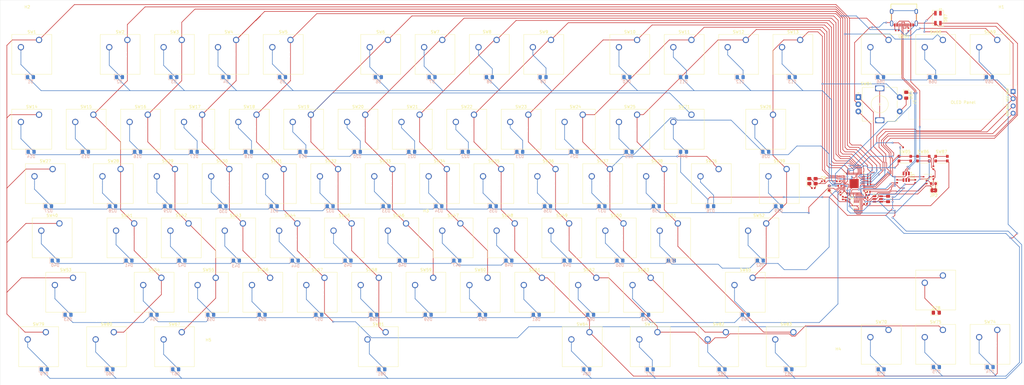
<source format=kicad_pcb>
(kicad_pcb (version 20241229) (generator "pcbnew") (generator_version "9.0")
  (layers (0 "F.Cu" signal) (2 "B.Cu" signal) (13 "F.Paste" user) (15 "B.Paste" user) (5 "F.SilkS" user "F.Silkscreen") (7 "B.SilkS" user "B.Silkscreen") (1 "F.Mask" user) (3 "B.Mask" user) (25 "Edge.Cuts" user))
  (net 0 "")
  (net 1 "COL_10")
  (net 2 "ROW_1")
  (net 3 "ROW_3")
  (net 4 "COL_1")
  (net 5 "ROW_4")
  (net 6 "ROW_2")
  (net 7 "ROW5")
  (net 8 "ROW_6")
  (net 9 "COL_3")
  (net 10 "Net-(D1-A)")
  (net 11 "Net-(D2-A)")
  (net 12 "Net-(D3-A)")
  (net 13 "Net-(D4-A)")
  (net 14 "Net-(D5-A)")
  (net 15 "Net-(D6-A)")
  (net 16 "Net-(D7-A)")
  (net 17 "Net-(D8-A)")
  (net 18 "Net-(D9-A)")
  (net 19 "Net-(D10-A)")
  (net 20 "Net-(D11-A)")
  (net 21 "Net-(D12-A)")
  (net 22 "Net-(D13-A)")
  (net 23 "Net-(D14-A)")
  (net 24 "Net-(D15-A)")
  (net 25 "Net-(D16-A)")
  (net 26 "Net-(D17-A)")
  (net 27 "Net-(D18-A)")
  (net 28 "Net-(D19-A)")
  (net 29 "Net-(D20-A)")
  (net 30 "Net-(D21-A)")
  (net 31 "Net-(D22-A)")
  (net 32 "Net-(D23-A)")
  (net 33 "Net-(D24-A)")
  (net 34 "Net-(D25-A)")
  (net 35 "Net-(D26-A)")
  (net 36 "Net-(D27-A)")
  (net 37 "Net-(D28-A)")
  (net 38 "Net-(D29-A)")
  (net 39 "Net-(D30-A)")
  (net 40 "Net-(D31-A)")
  (net 41 "Net-(D32-A)")
  (net 42 "Net-(D33-A)")
  (net 43 "Net-(D34-A)")
  (net 44 "Net-(D35-A)")
  (net 45 "Net-(D36-A)")
  (net 46 "Net-(D37-A)")
  (net 47 "Net-(D38-A)")
  (net 48 "Net-(D39-A)")
  (net 49 "Net-(D40-A)")
  (net 50 "Net-(D41-A)")
  (net 51 "Net-(D42-A)")
  (net 52 "Net-(D43-A)")
  (net 53 "Net-(D44-A)")
  (net 54 "Net-(D45-A)")
  (net 55 "Net-(D46-A)")
  (net 56 "Net-(D47-A)")
  (net 57 "Net-(D48-A)")
  (net 58 "Net-(D49-A)")
  (net 59 "Net-(D50-A)")
  (net 60 "Net-(D51-A)")
  (net 61 "Net-(D52-A)")
  (net 62 "Net-(D53-A)")
  (net 63 "Net-(D54-A)")
  (net 64 "Net-(D55-A)")
  (net 65 "Net-(D56-A)")
  (net 66 "Net-(D57-A)")
  (net 67 "Net-(D58-A)")
  (net 68 "Net-(D59-A)")
  (net 69 "Net-(D60-A)")
  (net 70 "Net-(D61-A)")
  (net 71 "Net-(D62-A)")
  (net 72 "Net-(D63-A)")
  (net 73 "Net-(D64-A)")
  (net 74 "Net-(D65-A)")
  (net 75 "Net-(D66-A)")
  (net 76 "Net-(D67-A)")
  (net 77 "Net-(D68-A)")
  (net 78 "Net-(D69-A)")
  (net 79 "Net-(D70-A)")
  (net 80 "Net-(D71-A)")
  (net 81 "Net-(D74-A)")
  (net 82 "Net-(D75-A)")
  (net 83 "Net-(D76-A)")
  (net 84 "Net-(D77-A)")
  (net 85 "Net-(D78-A)")
  (net 86 "Net-(D79-A)")
  (net 87 "Net-(D80-A)")
  (net 88 "Net-(D81-A)")
  (net 89 "Net-(D82-A)")
  (net 90 "Net-(D83-A)")
  (net 91 "Net-(D84-A)")
  (net 92 "COL_4")
  (net 93 "COL_7")
  (net 94 "COL_9")
  (net 95 "COL_2")
  (net 96 "COL_6")
  (net 97 "ROW_7")
  (net 98 "COL_8")
  (net 99 "COL_11")
  (net 100 "COL_12")
  (net 101 "COL_5")
  (net 102 "RS_2")
  (net 103 "RS_1")
  (net 104 "COL_13")
  (net 105 "3V3")
  (net 106 "GND")
  (net 107 "XIN")
  (net 108 "Net-(C10-Pad1)")
  (net 109 "1V1")
  (net 110 "Net-(U4-C-)")
  (net 111 "Net-(U4-C+)")
  (net 112 "VSYS")
  (net 113 "VBUS")
  (net 114 "Net-(D86-K)")
  (net 115 "Net-(D86-A)")
  (net 116 "Net-(D88-A)")
  (net 117 "SPI_CS")
  (net 118 "Net-(R2-Pad1)")
  (net 119 "Net-(R3-Pad1)")
  (net 120 "Net-(R4-Pad1)")
  (net 121 "XOUT")
  (net 122 "25")
  (net 123 "RUN")
  (net 124 "SPI_CLK")
  (net 125 "SPI_SD0")
  (net 126 "SWD")
  (net 127 "23")
  (net 128 "SPI_SD3")
  (net 129 "SPI_SD2")
  (net 130 "SWCLK")
  (net 131 "24")
  (net 132 "SPI_SD1")
  (net 137 "gp2")
  (net 138 "gp3")
  (net 139 "USB_DP_CLEAN")
  (net 140 "USB_DM_CLEAN")
  (net 141 "Net-(USB1-CC1)")
  (net 142 "Net-(USB1-CC2)")
  (net 143 "USB_D_P")
  (net 144 "USB_D_N")
  (footprint "Button_Switch_Keyboard:SW_Cherry_MX_1.00u_PCB" (layer "F.Cu") (at 189.865 98.90125)
    (property "Reference" "SW35")
    (property "Value" "SW_Push")
  )
  (footprint "Button_Switch_Keyboard:SW_Cherry_MX_1.00u_PCB" (layer "F.Cu") (at 27.94 79.85125)
    (property "Reference" "SW14")
    (property "Value" "SW_Push")
  )
  (footprint "Button_Switch_Keyboard:SW_Cherry_MX_1.00u_PCB" (layer "F.Cu") (at 99.3775 117.95125)
    (property "Reference" "SW43")
    (property "Value" "SW_Push")
  )
  (footprint "MountingHole:MountingHole_2.2mm_M2" (layer "F.Cu") (at 87.3125 161.925)
    (property "Reference" "H5")
    (property "Value" "MountingHole")
  )
  (footprint "Capacitor_SMD:C_0402_1005Metric" (layer "F.Cu") (at 318.74375 102.04375)
    (property "Reference" "C7" (hide yes))
    (property "Value" "1uF" (hide yes))
  )
  (footprint "Capacitor_SMD:C_0402_1005Metric" (layer "F.Cu") (at 299.24375 105.56875)
    (property "Reference" "C10" (hide yes))
    (property "Value" "22pF" (hide yes))
  )
  (footprint "Button_Switch_Keyboard:SW_Cherry_MX_1.00u_PCB" (layer "F.Cu") (at 185.1025 137.00125)
    (property "Reference" "SW60")
    (property "Value" "SW_Push")
  )
  (footprint "Button_Switch_Keyboard:SW_Cherry_MX_2.25u_PCB" (layer "F.Cu") (at 39.84625 137.00125)
    (property "Reference" "SW53")
    (property "Value" "SW_Push")
  )
  (footprint "Button_Switch_Keyboard:SW_Cherry_MX_1.25u_PCB" (layer "F.Cu") (at 54.13375 156.05125)
    (property "Reference" "SW80")
    (property "Value" "SW_Push")
  )
  (footprint "Button_Switch_Keyboard:SW_Cherry_MX_2.25u_PCB" (layer "F.Cu") (at 282.73375 117.95125)
    (property "Reference" "SW52")
    (property "Value" "SW_PUSH")
  )
  (footprint "Button_Switch_Keyboard:SW_Cherry_MX_1.00u_PCB" (layer "F.Cu") (at 344.6375 53.66625)
    (property "Reference" "SW68")
    (property "Value" "SW_Push")
  )
  (footprint "Button_Switch_Keyboard:SW_Cherry_MX_1.25u_PCB" (layer "F.Cu") (at 77.94625 156.05125)
    (property "Reference" "SW67")
    (property "Value" "SW_Push")
  )
  (footprint "Button_Switch_Keyboard:SW_Cherry_MX_1.00u_PCB" (layer "F.Cu") (at 194.6275 117.95125)
    (property "Reference" "SW48")
    (property "Value" "SW_Push")
  )
  (footprint "Button_Switch_Keyboard:SW_Cherry_MX_1.00u_PCB" (layer "F.Cu") (at 169.2275 53.6575)
    (property "Reference" "SW7")
    (property "Value" "SW_Push")
  )
  (footprint "Button_Switch_Keyboard:SW_Cherry_MX_1.00u_PCB" (layer "F.Cu") (at 242.2525 137.00125)
    (property "Reference" "SW63")
    (property "Value" "SW_Push")
  )
  (footprint "Button_Switch_Keyboard:SW_Cherry_MX_1.50u_PCB" (layer "F.Cu") (at 32.7025 98.90125)
    (property "Reference" "SW27")
    (property "Value" "SW_Push")
  )
  (footprint "LED_SMD:LED_SK6812MINI_PLCC4_3.5x3.5mm_P1.75mm" (layer "F.Cu") (at 342.9 46.0375 -90)
    (property "Reference" "D87")
    (property "Value" "LED_COND")
  )
  (footprint "Button_Switch_Keyboard:SW_Cherry_MX_1.50u_PCB" (layer "F.Cu") (at 289.8775 98.90125)
    (property "Reference" "SW39")
    (property "Value" "SW_Push")
  )
  (footprint "Resistor_SMD:R_0402_1005Metric" (layer "F.Cu") (at 338.93125 103.47125 90)
    (property "Reference" "R8" (hide yes))
    (property "Value" "470R" (hide yes))
  )
  (footprint "Button_Switch_Keyboard:SW_Cherry_MX_1.00u_PCB" (layer "F.Cu") (at 75.565 98.90125)
    (property "Reference" "SW29")
    (property "Value" "SW_Push")
  )
  (footprint "Button_Switch_Keyboard:SW_Cherry_MX_1.00u_PCB" (layer "F.Cu") (at 108.9025 137.00125)
    (property "Reference" "SW56")
    (property "Value" "SW_Push")
  )
  (footprint "Button_Switch_Keyboard:SW_Cherry_MX_1.00u_PCB" (layer "F.Cu") (at 237.49 79.85125)
    (property "Reference" "SW25")
    (property "Value" "SW_Push")
  )
  (footprint "Button_Switch_Keyboard:SW_Cherry_MX_1.00u_PCB" (layer "F.Cu") (at 132.715 98.90125)
    (property "Reference" "SW32")
    (property "Value" "SW_Push")
  )
  (footprint "Resistor_SMD:R_0402_1005Metric" (layer "F.Cu") (at 308.485 104.775 180)
    (property "Reference" "R9" (hide yes))
    (property "Value" "330R" (hide yes))
  )
  (footprint "Button_Switch_Keyboard:SW_Cherry_MX_1.00u_PCB" (layer "F.Cu") (at 227.965 98.90125)
    (property "Reference" "SW37")
    (property "Value" "SW_Push")
  )
  (footprint "Button_Switch_Keyboard:SW_Cherry_MX_1.00u_PCB" (layer "F.Cu") (at 275.59 53.6575)
    (property "Reference" "SW12")
    (property "Value" "SW_Push")
  )
  (footprint "Button_Switch_Keyboard:SW_Cherry_MX_1.00u_PCB" (layer "F.Cu") (at 232.7275 117.95125)
    (property "Reference" "SW50")
    (property "Value" "SW_Push")
  )
  (footprint "Package_SON:Winbond_USON-8-1EP_3x2mm_P0.5mm_EP0.2x1.6mm" (layer "F.Cu") (at 314.36875 111.75625 90)
    (property "Reference" "U2" (hide yes))
    (property "Value" "W25Q16JVUXIQ" (hide yes))
  )
  (footprint "Button_Switch_Keyboard:SW_Cherry_MX_1.25u_PCB" (layer "F.Cu") (at 244.63375 156.05125)
    (property "Reference" "SW77")
    (property "Value" "SW_Push")
  )
  (footprint "MountingHole:MountingHole_2.2mm_M2" (layer "F.Cu") (at 307.975 165.1)
    (property "Reference" "H4")
    (property "Value" "MountingHole")
  )
  (footprint "Button_Switch_Keyboard:SW_Cherry_MX_1.00u_PCB" (layer "F.Cu") (at 123.19 79.85125)
    (property "Reference" "SW19")
    (property "Value" "SW_Push")
  )
  (footprint "Button_Switch_Keyboard:SW_Cherry_MX_1.00u_PCB" (layer "F.Cu") (at 94.615 98.90125)
    (property "Reference" "SW30")
    (property "Value" "SW_Push")
  )
  (footprint "Button_Switch_Keyboard:SW_Cherry_MX_1.00u_PCB" (layer "F.Cu") (at 363.69625 53.6575)
    (property "Reference" "SW69")
    (property "Value" "SW_Push")
  )
  (footprint "Button_Switch_SMD:SW_Push_1P1T_NO_CK_KMR2" (layer "F.Cu") (at 337.80625 95.24375)
    (property "Reference" "SW86")
    (property "Value" "BT_USR")
  )
  (footprint "Button_Switch_Keyboard:SW_Cherry_MX_1.25u_PCB" (layer "F.Cu") (at 268.591844 156.05125)
    (property "Reference" "SW82")
    (property "Value" "SW_Push")
  )
  (footprint "Button_Switch_Keyboard:SW_Cherry_MX_1.00u_PCB" (layer "F.Cu") (at 325.59625 155.2575)
    (property "Reference" "SW70")
    (property "Value" "SW_Push")
  )
  (footprint "Button_Switch_Keyboard:SW_Cherry_MX_1.00u_PCB" (layer "F.Cu") (at 142.24 79.85125)
    (property "Reference" "SW20")
    (property "Value" "SW_Push")
  )
  (footprint "Diode_SMD:D_0805_2012Metric_Pad1.15x1.40mm_HandSolder" (layer "F.Cu") (at 342.3375 149.225)
    (property "Reference" "D78")
    (property "Value" "D")
  )
  (footprint "Resistor_SMD:R_0402_1005Metric" (layer "F.Cu") (at 341.3125 98.425 -90)
    (property "Reference" "R2" (hide yes))
    (property "Value" "1K" (hide yes))
  )
  (footprint "Capacitor_SMD:C_0402_1005Metric" (layer "F.Cu") (at 308.76875 107.47 90)
    (property "Reference" "C2" (hide yes))
    (property "Value" "100nF" (hide yes))
  )
  (footprint "Button_Switch_Keyboard:SW_Cherry_MX_1.00u_PCB" (layer "F.Cu") (at 61.2775 117.95125)
    (property "Reference" "SW41")
    (property "Value" "SW_Push")
  )
  (footprint "Capacitor_SMD:C_0402_1005Metric" (layer "F.Cu") (at 318.7875 100.80625 180)
    (property "Reference" "C15" (hide yes))
    (property "Value" "10uF" (hide yes))
  )
  (footprint "Resistor_SMD:R_0402_1005Metric" (layer "F.Cu") (at 328.6125 103.1875 -90)
    (property "Reference" "R3" (hide yes))
    (property "Value" "27R" (hide yes))
  )
  (footprint "Diode_SMD:D_0805_2012Metric_Pad1.15x1.40mm_HandSolder" (layer "F.Cu") (at 331.7875 73.025 -90)
    (property "Reference" "D84")
    (property "Value" "D")
  )
  (footprint "Button_Switch_Keyboard:SW_Cherry_MX_1.00u_PCB" (layer "F.Cu") (at 137.4775 117.95125)
    (property "Reference" "SW45")
    (property "Value" "SW_Push")
  )
  (footprint "Button_Switch_Keyboard:SW_Cherry_MX_1.00u_PCB" (layer "F.Cu") (at 118.4275 117.95125)
    (property "Reference" "SW44")
    (property "Value" "SW_Push")
  )
  (footprint "Button_Switch_Keyboard:SW_Cherry_MX_1.00u_PCB" (layer "F.Cu") (at 58.89625 53.6575)
    (property "Reference" "SW2")
    (property "Value" "SW_Push")
  )
  (footprint "Button_Switch_Keyboard:SW_Cherry_MX_1.00u_PCB" (layer "F.Cu") (at 266.065 98.90125)
    (property "Reference" "SW76")
    (property "Value" "SW_Push")
  )
  (footprint "Jumper:SolderJumper-2_P1.3mm_Bridged2Bar_RoundedPad1.0x1.5mm" (layer "F.Cu") (at 341.45625 106.3625 180)
    (property "Reference" "JP2")
    (property "Value" "Jumper_2_Bridged" (hide yes))
  )
  (footprint "LED_SMD:LED_0603_1608Metric" (layer "F.Cu") (at 341.3125 103.98125 180)
    (property "Reference" "D86" (hide yes))
    (property "Value" "LED_PWR" (hide yes))
  )
  (footprint "Button_Switch_Keyboard:SW_Cherry_MX_1.00u_PCB" (layer "F.Cu") (at 207.3275 53.6575)
    (property "Reference" "SW9")
    (property "Value" "SW_Push")
  )
  (footprint "Button_Switch_Keyboard:SW_Cherry_MX_6.25u_PCB" (layer "F.Cu") (at 149.38375 156.05125)
    (property "Reference" "SW81")
    (property "Value" "SW_Push")
  )
  (footprint "Button_Switch_Keyboard:SW_Cherry_MX_1.00u_PCB" (layer "F.Cu") (at 27.94 53.6575)
    (property "Reference" "SW1")
    (property "Value" "ESC")
  )
  (footprint "OLED:SSD1306-0.91-OLED-4pin-128x32" (layer "F.Cu") (at 332.74625 69.52125)
    (property "Reference" "J1")
    (property "Value" "Conn_01x04_Pin" (hide yes))
  )
  (footprint "Button_Switch_Keyboard:SW_Cherry_MX_1.00u_PCB" (layer "F.Cu") (at 213.6775 117.95125)
    (property "Reference" "SW49")
    (property "Value" "SW_Push")
  )
  (footprint "Button_Switch_Keyboard:SW_Cherry_MX_1.00u_PCB" (layer "F.Cu") (at 85.09 79.85125)
    (property "Reference" "SW17")
    (property "Value" "SW_Push")
  )
  (footprint "Package_TO_SOT_SMD:SOT-23-6" (layer "F.Cu") (at 321.8125 109.38125)
    (property "Reference" "U4" (hide yes))
    (property "Value" "ME2135A33M6G" (hide yes))
  )
  (footprint "Button_Switch_Keyboard:SW_Cherry_MX_1.00u_PCB" (layer "F.Cu") (at 127.9525 137.00125)
    (property "Reference" "SW57")
    (property "Value" "SW_Push")
  )
  (footprint "Capacitor_SMD:C_0402_1005Metric" (layer "F.Cu") (at 341.3125 101.91375 -90)
    (property "Reference" "C16" (hide yes))
    (property "Value" "10uF" (hide yes))
  )
  (footprint "Diode_SMD:D_SOD-323" (layer "F.Cu") (at 338.93125 101.6 180)
    (property "Reference" "D85" (hide yes))
    (property "Value" "1N5819WS" (hide yes))
  )
  (footprint "Button_Switch_SMD:SW_Push_1P1T_NO_CK_KMR2" (layer "F.Cu") (at 344.15625 95.24375)
    (property "Reference" "SW87")
    (property "Value" "BOOT")
  )
  (footprint "Button_Switch_Keyboard:SW_Cherry_MX_1.00u_PCB" (layer "F.Cu") (at 294.64 53.6575)
    (property "Reference" "SW13")
    (property "Value" "SW_Push")
  )
  (footprint "Capacitor_SMD:C_0402_1005Metric" (layer "F.Cu") (at 307.975 103.1875 180)
    (property "Reference" "C4" (hide yes))
    (property "Value" "100nF" (hide yes))
  )
  (footprint "Resistor_SMD:R_0402_1005Metric" (layer "F.Cu") (at 332.58125 50.00625 -90)
    (property "Reference" "R5" (hide yes))
    (property "Value" "5K1" (hide yes))
  )
  (footprint "Capacitor_SMD:C_0402_1005Metric" (layer "F.Cu") (at 310.59625 109.3075 -90)
    (property "Reference" "C11" (hide yes))
    (property "Value" "1uF" (hide yes))
  )
  (footprint "Button_Switch_Keyboard:SW_Cherry_MX_2.75u_PCB" (layer "F.Cu") (at 277.97125 137.00125)
    (property "Reference" "SW65")
    (property "Value" "SW_Push")
  )
  (footprint "Button_Switch_Keyboard:SW_Cherry_MX_1.00u_PCB" (layer "F.Cu") (at 161.29 79.85125)
    (property "Reference" "SW21")
    (property "Value" "SW_Push")
  )
  (footprint "Button_Switch_Keyboard:SW_Cherry_MX_1.00u_PCB" (layer "F.Cu") (at 218.44 79.85125)
    (property "Reference" "SW24")
    (property "Value" "SW_Push")
  )
  (footprint "Button_Switch_Keyboard:SW_Cherry_MX_1.00u_PCB" (layer "F.Cu") (at 116.04625 53.6575)
    (property "Reference" "SW5")
    (property "Value" "SW_Push")
  )
  (footprint "Button_Switch_Keyboard:SW_Cherry_MX_1.00u_PCB" (layer "F.Cu") (at 89.8525 137.00125)
    (property "Reference" "SW55")
    (property "Value" "SW_Push")
  )
  (footprint "Capacitor_SMD:C_0402_1005Metric" (layer "F.Cu") (at 318.29375 107.95)
    (property "Reference" "C1" (hide yes))
    (property "Value" "100nF" (hide yes))
  )
  (footprint "LED_SMD:LED_0603_1608Metric" (layer "F.Cu") (at 304.8 105.56875 90)
    (property "Reference" "D88" (hide yes))
    (property "Value" "LED_USR" (hide yes))
  )
  (footprint "Button_Switch_Keyboard:SW_Cherry_MX_1.00u_PCB" (layer "F.Cu") (at 344.64625 155.2575)
    (property "Reference" "SW75")
    (property "Value" "SW_Push")
  )
  (footprint "Resistor_SMD:R_0402_1005Metric" (layer "F.Cu") (at 330.2 91.28125)
    (property "Reference" "R10" (hide yes))
    (property "Value" "1K")
  )
  (footprint "MountingHole:MountingHole_2.2mm_M2" (layer "F.Cu") (at 23.8125 45.24375)
    (property "Reference" "H2")
    (property "Value" "MountingHole")
  )
  (footprint "Button_Switch_Keyboard:SW_Cherry_MX_1.00u_PCB" (layer "F.Cu") (at 156.5275 117.95125)
    (property "Reference" "SW46")
    (property "Value" "SW_Push")
  )
  (footprint "Package_TO_SOT_SMD:SOT-23-6" (layer "F.Cu") (at 331.7875 101.6 -90)
    (property "Reference" "U3")
    (property "Value" "USBLC6-2SC6" (hide yes))
  )
  (footprint "Resistor_SMD:R_0402_1005Metric" (layer "F.Cu") (at 328.6125 50.29 180)
    (property "Reference" "R6" (hide yes))
    (property "Value" "5K1" (hide yes))
  )
  (footprint "Capacitor_SMD:C_0805_2012Metric" (layer "F.Cu") (at 325.4375 109.38125 90)
    (property "Reference" "C12" (hide yes))
    (property "Value" "10uF" (hide yes))
  )
  (footprint "Button_Switch_Keyboard:SW_Cherry_MX_1.00u_PCB" (layer "F.Cu") (at 251.7775 117.95125)
    (property "Reference" "SW51")
    (property "Value" "SW_Push")
  )
  (footprint "Button_Switch_Keyboard:SW_Cherry_MX_1.00u_PCB" (layer "F.Cu") (at 104.14 79.85125)
    (property "Reference" "SW18")
    (property "Value" "SW_Push")
  )
  (footprint "Button_Switch_Keyboard:SW_Cherry_MX_1.25u_PCB" (layer "F.Cu") (at 220.82125 156.05125)
    (property "Reference" "SW64")
    (property "Value" "SW_Push")
  )
  (footprint "Button_Switch_Keyboard:SW_Cherry_MX_1.00u_PCB" (layer "F.Cu") (at 80.3275 117.95125)
    (property "Reference" "SW42")
    (property "Value" "SW_Push")
  )
  (footprint "Button_Switch_Keyboard:SW_Cherry_MX_1.75u_PCB" (layer "F.Cu") (at 35.08375 117.95125)
    (property "Reference" "SW40")
    (property "Value" "SW_Push")
  )
  (footprint "Button_Switch_Keyboard:SW_Cherry_MX_1.00u_PCB" (layer "F.Cu") (at 147.0025 137.00125)
    (property "Reference" "SW58")
    (property "Value" "SW_Push")
  )
  (footprint "Button_Switch_SMD:SW_Push_1P1T_NO_CK_KMR2" (layer "F.Cu") (at 331.325 95.24375)
    (property "Reference" "SW85")
    (property "Value" "BT_RST")
  )
  (footprint "MountingHole:MountingHole_2.2mm_M2" (layer "F.Cu") (at 365.125 45.24375)
    (property "Reference" "H1")
    (property "Value" "MountingHole")
  )
  (footprint "Rotary_Encoder:RotaryEncoder_Alps_EC11E-Switch_Vertical_H20mm" (layer "F.Cu") (at 315.0125 73.7)
    (property "Reference" "SW84")
    (property "Value" "RotaryEncoder_Switch" (hide yes))
  )
  (footprint "Button_Switch_Keyboard:SW_Cherry_MX_1.00u_PCB" (layer "F.Cu") (at 56.515 98.90125)
    (property "Reference" "SW28")
    (property "Value" "SW_Push")
  )
  (footprint "Capacitor_SMD:C_0402_1005Metric" (layer "F.Cu") (at 309.5625 109.0575 -90)
    (property "Reference" "C13" (hide yes))
    (property "Value" "100nF" (hide yes))
  )
  (footprint "Button_Switch_Keyboard:SW_Cherry_MX_1.00u_PCB" (layer "F.Cu") (at 223.2025 137.00125)
    (property "Reference" "SW62")
    (property "Value" "SW_Push")
  )
  (footprint "Capacitor_SMD:C_0402_1005Metric" (layer "F.Cu") (at 302.7325 103.1875)
    (property "Reference" "C9")
    (property "Value" "22pF")
  )
  (footprint "Button_Switch_Keyboard:SW_Cherry_MX_1.00u_PCB" (layer "F.Cu") (at 46.99 79.85125)
    (property "Reference" "SW15")
    (property "Value" "SW_Push")
  )
  (footprint "Button_Switch_Keyboard:SW_Cherry_MX_1.00u_PCB" (layer "F.Cu") (at 204.1525 137.00125)
    (property "Reference" "SW61")
    (property "Value" "SW_Push")
  )
  (footprint "Capacitor_SMD:C_0402_1005Metric" (layer "F.Cu") (at 311.94375 110.0175 -90)
    (property "Reference" "C14" (hide yes))
    (property "Value" "100nF" (hide yes))
  )
  (footprint "Button_Switch_Keyboard:SW_Cherry_MX_1.00u_PCB" (layer "F.Cu") (at 344.64625 136.2075)
    (property "Reference" "SW78" (hide yes))
    (property "Value" "SW_Push")
  )
  (footprint "Button_Switch_Keyboard:SW_Cherry_MX_1.00u_PCB" (layer "F.Cu") (at 180.34 79.85125)
    (property "Reference" "SW22")
    (property "Value" "SW_Push")
  )
  (footprint "Capacitor_SMD:C_0402_1005Metric" (layer "F.Cu") (at 317.81375 108.99375)
    (property "Reference" "C5" (hide yes))
    (property "Value" "100nF" (hide yes))
  )
  (footprint "Button_Switch_Keyboard:SW_Cherry_MX_1.00u_PCB" (layer "F.Cu") (at 175.5775 117.95125)
    (property "Reference" "SW47")
    (property "Value" "SW_Push")
  )
  (footprint "Button_Switch_Keyboard:SW_Cherry_MX_1.00u_PCB" (layer "F.Cu") (at 150.1775 53.6575)
    (property "Reference" "SW6")
    (property "Value" "SW_Push")
  )
  (footprint "Resistor_SMD:R_0402_1005Metric" (layer "F.Cu") (at 317.5 111.125 180)
    (property "Reference" "R1" (hide yes))
    (property "Value" "10K" (hide yes))
  )
  (footprint "Button_Switch_Keyboard:SW_Cherry_MX_1.00u_PCB" (layer "F.Cu") (at 237.49 53.6575)
    (property "Reference" "SW10")
    (property "Value" "SW_Push")
  )
  (footprint "Button_Switch_Keyboard:SW_Cherry_MX_1.00u_PCB" (layer "F.Cu") (at 66.04 79.85125)
    (property "Reference" "SW16")
    (property "Value" "SW_Push")
  )
  (footprint "Button_Switch_Keyboard:SW_Cherry_MX_1.00u_PCB" (layer "F.Cu") (at 96.99625 53.6575)
    (property "Reference" "SW4")
    (property "Value" "SW_Push")
  )
  (footprint "Button_Switch_Keyboard:SW_Cherry_MX_1.25u_PCB" (layer "F.Cu") (at 292.25875 156.05125)
    (property "Reference" "SW83")
    (property "Value" "SW_Push")
  )
  (footprint "Button_Switch_Keyboard:SW_Cherry_MX_1.00u_PCB" (layer "F.Cu") (at 363.69625 155.2575)
    (property "Reference" "SW74")
    (property "Value" "SW_Push")
  )
  (footprint "Button_Switch_Keyboard:SW_Cherry_MX_1.25u_PCB" (layer "F.Cu") (at 30.32125 156.05125)
    (property "Reference" "SW79")
    (property "Value" "SW_Push")
  )
  (footprint "Button_Switch_Keyboard:SW_Cherry_MX_1.00u_PCB" (layer "F.Cu") (at 325.59625 53.6575)
    (property "Reference" "SW66" (hide yes))
    (property "Value" "SW_Push")
  )
  (footprint "Button_Switch_Keyboard:SW_Cherry_MX_1.00u_PCB" (layer "F.Cu") (at 170.815 98.90125)
    (property "Reference" "SW34")
    (property "Value" "SW_Push")
  )
  (footprint "Button_Switch_Keyboard:SW_Cherry_MX_1.00u_PCB" (layer "F.Cu") (at 77.94625 53.6575)
    (property "Reference" "SW3")
    (property "Value" "SW_Push")
  )
  (footprint "MountingHole:MountingHole_2.2mm_M2" (layer "F.Cu") (at 163.5125 116.68125)
    (property "Reference" "H3")
    (property "Value" "MountingHole")
  )
  (footprint "Capacitor_SMD:C_0402_1005Metric" (layer "F.Cu") (at 318.79375 104.28125)
    (property "Reference" "C8" (hide yes))
    (property "Value" "100nF" (hide yes))
  )
  (footprint "Crystal:Crystal_SMD_3225-4Pin_3.2x2.5mm" (layer "F.Cu") (at 298.9375 103.13125)
    (property "Reference" "X1" (hide yes))
    (property "Value" "X322512MSB4SI" (hide yes))
  )
  (footprint "Package_DFN_QFN:QFN-56-1EP_7x7mm_P0.4mm_EP3.2x3.2mm" (layer "F.Cu") (at 313.53125 103.98125 180)
    (property "Reference" "U1")
    (property "Value" "RP2040")
  )
  (footprint "Capacitor_SMD:C_0402_1005Metric" (layer "F.Cu") (at 318.77375 103.1875)
    (property "Reference" "C6" (hide yes))
    (property "Value" "100nF" (hide yes))
  )
  (footprint "Resistor_SMD:R_0402_1005Metric" (layer "F.Cu") (at 334.9625 103.1875 -90)
    (property "Reference" "R4" (hide yes))
    (property "Value" "27R" (hide yes))
  )
  (footprint "Button_Switch_Keyboard:SW_Cherry_MX_1.00u_PCB" (layer "F.Cu") (at 151.765 98.90125)
    (property "Reference" "SW33")
    (property "Value" "SW_Push")
  )
  (footprint "Button_Switch_Keyboard:SW_Cherry_MX_1.00u_PCB" (layer "F.Cu") (at 256.54 53.6575)
    (property "Reference" "SW11")
    (property "Value" "SW_Push")
  )
  (footprint "Button_Switch_Keyboard:SW_Cherry_MX_1.00u_PCB" (layer "F.Cu") (at 256.54 79.85125)
    (property "Reference" "SW71")
    (property "Value" "SW_Push")
  )
  (footprint "Button_Switch_Keyboard:SW_Cherry_MX_1.00u_PCB" (layer "F.Cu") (at 247.015 98.90125)
    (property "Reference" "SW38")
    (property "Value" "SW_Push")
  )
  (footprint "Button_Switch_Keyboard:SW_Cherry_MX_1.00u_PCB" (layer "F.Cu") (at 199.39 79.85125)
    (property "Reference" "SW23")
    (property "Value" "SW_Push")
  )
  (footprint "Button_Switch_Keyboard:SW_Cherry_MX_1.00u_PCB" (layer "F.Cu") (at 70.8025 137.00125)
    (property "Reference" "SW54")
    (property "Value" "SW_Push")
  )
  (footprint "Button_Switch_Keyboard:SW_Cherry_MX_1.00u_PCB" (layer "F.Cu") (at 188.2775 53.6575)
    (property "Reference" "SW8")
    (property "Value" "SW_Push")
  )
  (footprint "Button_Switch_Keyboard:SW_Cherry_MX_2.00u_PCB" (layer "F.Cu") (at 285.115 79.85125)
    (property "Reference" "SW26")
    (property "Value" "SW_Push")
  )
  (footprint "Capacitor_SMD:C_0402_1005Metric" (layer "F.Cu") (at 318.6075 106.8625)
    (property "Reference" "C3" (hide yes))
    (property "Value" "100nF" (hide yes))
  )
  (footprint "Button_Switch_Keyboard:SW_Cherry_MX_1.00u_PCB" (layer "F.Cu") (at 113.665 98.90125)
    (property "Reference" "SW31")
    (property "Value" "SW_Push")
  )
  (footprint "Button_Switch_Keyboard:SW_Cherry_MX_1.00u_PCB" (layer "F.Cu") (at 208.915 98.90125)
    (property "Reference" "SW36")
    (property "Value" "SW_Push")
  )
  (footprint "Button_Switch_Keyboard:SW_Cherry_MX_1.00u_PCB" (layer "F.Cu") (at 166.0525 137.00125)
    (property "Reference" "SW59")
    (property "Value" "SW_Push")
  )
  (footprint "LCS:USB-C-SMD_TYPE-C-6PIN-2MD-073" (layer "F.Cu") (at 330.99375 46.0375 180)
    (property "Reference" "USB1")
    (property "Value" "TYPE-C 16PIN 2MD(073)" (hide yes))
  )
  (footprint "Diode_SMD:D_0805_2012Metric_Pad1.15x1.40mm_HandSolder" (layer "B.Cu") (at 275.43125 149.95525)
    (property "Reference" "D65")
    (property "Value" "D")
  )
  (footprint "Diode_SMD:D_0805_2012Metric_Pad1.15x1.40mm_HandSolder" (layer "B.Cu") (at 253.76875 92.86875)
    (property "Reference" "D71")
    (property "Value" "D")
  )
  (footprint "Diode_SMD:D_0805_2012Metric_Pad1.15x1.40mm_HandSolder" (layer "B.Cu") (at 125.975 149.95525)
    (property "Reference" "D57")
    (property "Value" "D")
  )
  (footprint "Diode_SMD:D_0805_2012Metric_Pad1.15x1.40mm_HandSolder" (layer "B.Cu") (at 53.74375 111.91875)
    (property "Reference" "D28")
    (property "Value" "D")
  )
  (footprint "Diode_SMD:D_0805_2012Metric_Pad1.15x1.40mm_HandSolder" (layer "B.Cu") (at 59.451786 130.96875)
    (property "Reference" "D41")
    (property "Value" "D")
  )
  (footprint "Diode_SMD:D_0805_2012Metric_Pad1.15x1.40mm_HandSolder" (layer "B.Cu") (at 253.76875 66.675)
    (property "Reference" "D11")
    (property "Value" "D")
  )
  (footprint "Diode_SMD:D_0805_2012Metric_Pad1.15x1.40mm_HandSolder" (layer "B.Cu") (at 33.589286 130.96875)
    (property "Reference" "D40")
    (property "Value" "D")
  )
  (footprint "Diode_SMD:D_0805_2012Metric_Pad1.15x1.40mm_HandSolder" (layer "B.Cu") (at 75.823156 169.06875)
    (property "Reference" "D67")
    (property "Value" "D")
  )
  (footprint "Diode_SMD:D_0805_2012Metric_Pad1.15x1.40mm_HandSolder" (layer "B.Cu") (at 82.31875 92.86875)
    (property "Reference" "D17")
    (property "Value" "D")
  )
  (footprint "Diode_SMD:D_0805_2012Metric_Pad1.15x1.40mm_HandSolder" (layer "B.Cu") (at 165.6625 66.675)
    (property "Reference" "D7")
    (property "Value" "D")
  )
  (footprint "Diode_SMD:D_0805_2012Metric_Pad1.15x1.40mm_HandSolder" (layer "B.Cu") (at 97.089286 130.96875)
    (property "Reference" "D43")
    (property "Value" "D")
  )
  (footprint "Diode_SMD:D_0805_2012Metric_Pad1.15x1.40mm_HandSolder" (layer "B.Cu") (at 360.925 66.675)
    (property "Reference" "D69")
    (property "Value" "D")
  )
  (footprint "Diode_SMD:D_0805_2012Metric_Pad1.15x1.40mm_HandSolder" (layer "B.Cu") (at 29.785656 169.06875)
    (property "Reference" "D79")
    (property "Value" "D")
  )
  (footprint "Diode_SMD:D_0805_2012Metric_Pad1.15x1.40mm_HandSolder" (layer "B.Cu") (at 290.698156 169.06875)
    (property "Reference" "D83")
    (property "Value" "D")
  )
  (footprint "Diode_SMD:D_0805_2012Metric_Pad1.15x1.40mm_HandSolder" (layer "B.Cu") (at 31.2875 111.91875)
    (property "Reference" "D27")
    (property "Value" "D")
  )
  (footprint "Diode_SMD:D_0805_2012Metric_Pad1.15x1.40mm_HandSolder" (layer "B.Cu") (at 44.21875 92.86875)
    (property "Reference" "D15")
    (property "Value" "D")
  )
  (footprint "Diode_SMD:D_0805_2012Metric_Pad1.15x1.40mm_HandSolder" (layer "B.Cu") (at 52.804406 169.06875)
    (property "Reference" "D80")
    (property "Value" "D")
  )
  (footprint "Diode_SMD:D_0805_2012Metric_Pad1.15x1.40mm_HandSolder" (layer "B.Cu") (at 322.825 66.675)
    (property "Reference" "D66")
    (property "Value" "D")
  )
  (footprint "Diode_SMD:D_0805_2012Metric_Pad1.15x1.40mm_HandSolder" (layer "B.Cu") (at 38.1 149.95525)
    (property "Reference" "D53")
    (property "Value" "D")
  )
  (footprint "Diode_SMD:D_0805_2012Metric_Pad1.15x1.40mm_HandSolder" (layer "B.Cu") (at 139.46875 92.86875)
    (property "Reference" "D20")
    (property "Value" "D")
  )
  (footprint "Diode_SMD:D_0805_2012Metric_Pad1.15x1.40mm_HandSolder" (layer "B.Cu") (at 136.214286 130.96875)
    (property "Reference" "D45")
    (property "Value" "D")
  )
  (footprint "Diode_SMD:D_0805_2012Metric_Pad1.15x1.40mm_HandSolder" (layer "B.Cu") (at 183.35625 149.95525)
    (property "Reference" "D60")
    (property "Value" "D")
  )
  (footprint "Diode_SMD:D_0805_2012Metric_Pad1.15x1.40mm_HandSolder" (layer "B.Cu") (at 78.039286 130.96875)
    (property "Reference" "D42")
    (property "Value" "D")
  )
  (footprint "Diode_SMD:D_0805_2012Metric_Pad1.15x1.40mm_HandSolder" (layer "B.Cu") (at 244.24375 111.91875)
    (property "Reference" "D38")
    (property "Value" "D")
  )
  (footprint "Diode_SMD:D_0805_2012Metric_Pad1.15x1.40mm_HandSolder" (layer "B.Cu") (at 212.976786 130.96875)
    (property "Reference" "D49")
    (property "Value" "D")
  )
  (footprint "Diode_SMD:D_0805_2012Metric_Pad1.15x1.40mm_HandSolder" (layer "B.Cu") (at 56.125 66.675)
    (property "Reference" "D2")
    (property "Value" "D")
  )
  (footprint "Diode_SMD:D_0805_2012Metric_Pad1.15x1.40mm_HandSolder" (layer "B.Cu") (at 164.30625 149.95525)
    (property "Reference" "D59")
    (property "Value" "D")
  )
  (footprint "Diode_SMD:D_0805_2012Metric_Pad1.15x1.40mm_HandSolder" (layer "B.Cu") (at 361.20125 168.275)
    (property "Reference" "D74")
    (property "Value" "D")
  )
  (footprint "Diode_SMD:D_0805_2012Metric_Pad1.15x1.40mm_HandSolder" (layer "B.Cu") (at 204.55625 66.675)
    (property "Reference" "D9")
    (property "Value" "D")
  )
  (footprint "Diode_SMD:D_0805_2012Metric_Pad1.15x1.40mm_HandSolder" (layer "B.Cu") (at 267.2625 169.06875)
    (property "Reference" "D82")
    (property "Value" "D")
  )
  (footprint "Diode_SMD:D_0805_2012Metric_Pad1.15x1.40mm_HandSolder" (layer "B.Cu") (at 231.464286 130.96875)
    (property "Reference" "D50")
    (property "Value" "D")
  )
  (footprint "Diode_SMD:D_0805_2012Metric_Pad1.15x1.40mm_HandSolder" (layer "B.Cu") (at 174.314286 130.96875)
    (property "Reference" "D47")
    (property "Value" "D")
  )
  (footprint "Diode_SMD:D_0805_2012Metric_Pad1.15x1.40mm_HandSolder" (layer "B.Cu") (at 92.40625 111.91875)
    (property "Reference" "D30")
    (property "Value" "D")
  )
  (footprint "Diode_SMD:D_0805_2012Metric_Pad1.15x1.40mm_HandSolder" (layer "B.Cu") (at 149.55625 111.91875)
    (property "Reference" "D33")
    (property "Value" "D")
  )
  (footprint "Diode_SMD:D_0805_2012Metric_Pad1.15x1.40mm_HandSolder" (layer "B.Cu") (at 234.71875 92.86875)
    (property "Reference" "D25")
    (property "Value" "D")
  )
  (footprint "Diode_SMD:D_0805_2012Metric_Pad1.15x1.40mm_HandSolder" (layer "B.Cu") (at 62.475 92.86875)
    (property "Reference" "D16")
    (property "Value" "D")
  )
  (footprint "Diode_SMD:D_0805_2012Metric_Pad1.15x1.40mm_HandSolder" (layer "B.Cu") (at 263.29375 111.91875)
    (property "Reference" "D76")
    (property "Value" "D")
  )
  (footprint "Diode_SMD:D_0805_2012Metric_Pad1.15x1.40mm_HandSolder" (layer "B.Cu") (at 88.10625 149.95525)
    (property "Reference" "D55")
    (property "Value" "D")
  )
  (footprint "Diode_SMD:D_0805_2012Metric_Pad1.15x1.40mm_HandSolder" (layer "B.Cu") (at 196.3875 92.86875)
    (property "Reference" "D23")
    (property "Value" "D")
  )
  (footprint "Diode_SMD:D_0805_2012Metric_Pad1.15x1.40mm_HandSolder" (layer "B.Cu") (at 129.94375 111.91875)
    (property "Reference" "D32")
    (property "Value" "D")
  )
  (footprint "Diode_SMD:D_0805_2012Metric_Pad1.15x1.40mm_HandSolder" (layer "B.Cu") (at 282.575 92.86875)
    (property "Reference" "D26")
    (property "Value" "D")
  )
  (footprint "Diode_SMD:D_0805_2012Metric_Pad1.15x1.40mm_HandSolder" (layer "B.Cu") (at 75.175 66.675)
    (property "Reference" "D3")
    (property "Value" "D")
  )
  (footprint "Diode_SMD:D_0805_2012Metric_Pad1.15x1.40mm_HandSolder" (layer "B.Cu") (at 148.054406 169.06875)
    (property "Reference" "D81")
    (property "Value" "D")
  )
  (footprint "Diode_SMD:D_0805_2012Metric_Pad1.15x1.40mm_HandSolder" (layer "B.Cu") (at 145.25625 149.95525)
    (property "Reference" "D58")
    (property "Value" "D")
  )
  (footprint "Diode_SMD:D_0805_2012Metric_Pad1.15x1.40mm_HandSolder" (layer "B.Cu") (at 323.010656 169.06875)
    (property "Reference" "D70")
    (property "Value" "D")
  )
  (footprint "Diode_SMD:D_0805_2012Metric_Pad1.15x1.40mm_HandSolder" (layer "B.Cu") (at 342.3825 168.275)
    (property "Reference" "D75")
    (property "Value" "D")
  )
  (footprint "Diode_SMD:D_0805_2012Metric_Pad1.15x1.40mm_HandSolder" (layer "B.Cu") (at 187.09375 111.91875)
    (property "Reference" "D35")
    (property "Value" "D")
  )
  (footprint "Diode_SMD:D_0805_2012Metric_Pad1.15x1.40mm_HandSolder" (layer "B.Cu") (at 233.925 66.675)
    (property "Reference" "D10")
    (property "Value" "D")
  )
  (footprint "Diode_SMD:D_0805_2012Metric_Pad1.15x1.40mm_HandSolder" (layer "B.Cu") (at 273.6125 66.675)
    (property "Reference" "D12")
    (property "Value" "D")
  )
  (footprint "Diode_SMD:D_0805_2012Metric_Pad1.15x1.40mm_HandSolder" (layer "B.Cu") (at 110.33125 111.91875)
    (property "Reference" "D31")
    (property "Value" "D")
  )
  (footprint "Diode_SMD:D_0805_2012Metric_Pad1.15x1.40mm_HandSolder" (layer "B.Cu") (at 192.570536 130.96875)
    (property "Reference" "D48")
    (property "Value" "D")
  )
  (footprint "Diode_SMD:D_0805_2012Metric_Pad1.15x1.40mm_HandSolder" (layer "B.Cu") (at 25.16875 92.86875)
    (property "Reference" "D14")
    (property "Value" "D")
  )
  (footprint "Diode_SMD:D_0805_2012Metric_Pad1.15x1.40mm_HandSolder" (layer "B.Cu") (at 113.275 66.675)
    (property "Reference" "D5")
    (property "Value" "D")
  )
  (footprint "Diode_SMD:D_0805_2012Metric_Pad1.15x1.40mm_HandSolder" (layer "B.Cu") (at 341.08125 66.675)
    (property "Reference" "D68")
    (property "Value" "D")
  )
  (footprint "Diode_SMD:D_0805_2012Metric_Pad1.15x1.40mm_HandSolder" (layer "B.Cu") (at 215.4375 92.86875)
    (property "Reference" "D24")
    (property "Value" "D")
  )
  (footprint "Diode_SMD:D_0805_2012Metric_Pad1.15x1.40mm_HandSolder" (layer "B.Cu") (at 93.43125 66.675)
    (property "Reference" "D4")
    (property "Value" "D")
  )
  (footprint "Diode_SMD:D_0805_2012Metric_Pad1.15x1.40mm_HandSolder" (layer "B.Cu") (at 242.09375 169.06875)
    (property "Reference" "D77")
    (property "Value" "D")
  )
  (footprint "Diode_SMD:D_0805_2012Metric_Pad1.15x1.40mm_HandSolder" (layer "B.Cu") (at 101.36875 92.86875)
    (property "Reference" "D18")
    (property "Value" "D")
  )
  (footprint "Diode_SMD:D_0805_2012Metric_Pad1.15x1.40mm_HandSolder" (layer "B.Cu") (at 73.025 111.91875)
    (property "Reference" "D29")
    (property "Value" "D")
  )
  (footprint "Diode_SMD:D_0805_2012Metric_Pad1.15x1.40mm_HandSolder" (layer "B.Cu") (at 240.50625 149.95525)
    (property "Reference" "D63")
    (property "Value" "D")
  )
  (footprint "Diode_SMD:D_0805_2012Metric_Pad1.15x1.40mm_HandSolder" (layer "B.Cu") (at 185.7375 66.675)
    (property "Reference" "D8")
    (property "Value" "D")
  )
  (footprint "Diode_SMD:D_0805_2012Metric_Pad1.15x1.40mm_HandSolder" (layer "B.Cu") (at 280.676786 130.96875)
    (property "Reference" "D52")
    (property "Value" "D")
  )
  (footprint "Diode_SMD:D_0805_2012Metric_Pad1.15x1.40mm_HandSolder" (layer "B.Cu") (at 68.2625 149.95525)
    (property "Reference" "D54")
    (property "Value" "D")
  )
  (footprint "Diode_SMD:D_0805_2012Metric_Pad1.15x1.40mm_HandSolder" (layer "B.Cu") (at 287.10625 111.91875)
    (property "Reference" "D39")
    (property "Value" "D")
  )
  (footprint "Diode_SMD:D_0805_2012Metric_Pad1.15x1.40mm_HandSolder" (layer "B.Cu") (at 117.726786 130.96875)
    (property "Reference" "D44")
    (property "Value" "D")
  )
  (footprint "Diode_SMD:D_0805_2012Metric_Pad1.15x1.40mm_HandSolder" (layer "B.Cu") (at 202.175 149.95525)
    (property "Reference" "D61")
    (property "Value" "D")
  )
  (footprint "Diode_SMD:D_0805_2012Metric_Pad1.15x1.40mm_HandSolder" (layer "B.Cu") (at 106.13125 149.95525)
    (property "Reference" "D56")
    (property "Value" "D")
  )
  (footprint "Diode_SMD:D_0805_2012Metric_Pad1.15x1.40mm_HandSolder" (layer "B.Cu") (at 249.489286 130.96875)
    (property "Reference" "D51")
    (property "Value" "D")
  )
  (footprint "Diode_SMD:D_0805_2012Metric_Pad1.15x1.40mm_HandSolder" (layer "B.Cu") (at 206.14375 111.91875)
    (property "Reference" "D36")
    (property "Value" "D")
  )
  (footprint "Diode_SMD:D_0805_2012Metric_Pad1.15x1.40mm_HandSolder" (layer "B.Cu") (at 158.51875 92.86875)
    (property "Reference" "D21")
    (property "Value" "D")
  )
  (footprint "Diode_SMD:D_0805_2012Metric_Pad1.15x1.40mm_HandSolder" (layer "B.Cu") (at 24.9375 66.675)
    (property "Reference" "D1")
    (property "Value" "D")
  )
  (footprint "Diode_SMD:D_0805_2012Metric_Pad1.15x1.40mm_HandSolder" (layer "B.Cu") (at 146.84375 66.675)
    (property "Reference" "D6")
    (property "Value" "D")
  )
  (footprint "Diode_SMD:D_0805_2012Metric_Pad1.15x1.40mm_HandSolder" (layer "B.Cu") (at 219.86875 169.06875)
    (property "Reference" "D64")
    (property "Value" "D")
  )
  (footprint "Diode_SMD:D_0805_2012Metric_Pad1.15x1.40mm_HandSolder" (layer "B.Cu") (at 177.3375 92.86875)
    (property "Reference" "D22")
    (property "Value" "D")
  )
  (footprint "Diode_SMD:D_0805_2012Metric_Pad1.15x1.40mm_HandSolder" (layer "B.Cu") (at 291.86875 66.675)
    (property "Reference" "D13")
    (property "Value" "D")
  )
  (footprint "Diode_SMD:D_0805_2012Metric_Pad1.15x1.40mm_HandSolder" (layer "B.Cu") (at 225.19375 111.91875)
    (property "Reference" "D37")
    (property "Value" "D")
  )
  (footprint "Diode_SMD:D_0805_2012Metric_Pad1.15x1.40mm_HandSolder" (layer "B.Cu") (at 221.225 149.95525)
    (property "Reference" "D62")
    (property "Value" "D")
  )
  (footprint "Diode_SMD:D_0805_2012Metric_Pad1.15x1.40mm_HandSolder" (layer "B.Cu") (at 120.41875 92.86875)
    (property "Reference" "D19")
    (property "Value" "D")
  )
  (footprint "Diode_SMD:D_0805_2012Metric_Pad1.15x1.40mm_HandSolder" (layer "B.Cu") (at 155.264286 130.96875)
    (property "Reference" "D46")
    (property "Value" "D")
  )
  (footprint "Diode_SMD:D_0805_2012Metric_Pad1.15x1.40mm_HandSolder" (layer "B.Cu") (at 168.04375 111.91875)
    (property "Reference" "D34")
    (property "Value" "D")
  )
  (gr_rect (start 14.2875 39.6875) (end 373.0625 174.625) (stroke (width 0.05)) (fill no) (layer "Edge.Cuts"))
  (segment (start 322.5125 70.6) (end 322.5125 81.8) (width 0.2) (layer "F.Cu") (net 0))
  (segment (start 296.434814 153.8565) (end 292.839064 157.45225) (width 0.2) (layer "F.Cu") (net 1))
  (segment (start 244.63375 154.069936) (end 227.565064 137.00125) (width 0.2) (layer "F.Cu") (net 1))
  (segment (start 242.72875 48.41875) (end 303.2125 48.41875) (width 0.2) (layer "F.Cu") (net 1))
  (segment (start 290.85775 156.631564) (end 269.992844 156.631564) (width 0.2) (layer "F.Cu") (net 1))
  (segment (start 311.33125 98.60625) (end 310.35625 97.63125) (width 0.2) (layer "F.Cu") (net 1))
  (segment (start 244.63375 156.05125) (end 244.63375 154.069936) (width 0.2) (layer "F.Cu") (net 1))
  (segment (start 213.6775 117.95125) (end 213.6775 127.47625) (width 0.2) (layer "F.Cu") (net 1))
  (segment (start 305.59375 97.63125) (end 304.8 96.8375) (width 0.2) (layer "F.Cu") (net 1))
  (segment (start 311.33125 100.54375) (end 311.33125 98.60625) (width 0.2) (layer "F.Cu") (net 1))
  (segment (start 237.49 53.6575) (end 225.58375 53.6575) (width 0.2) (layer "F.Cu") (net 1))
  (segment (start 208.915 98.90125) (end 208.915 113.18875) (width 0.2) (layer "F.Cu") (net 1))
  (segment (start 257.72053 156.05125) (end 244.63375 156.05125) (width 0.2) (layer "F.Cu") (net 1))
  (segment (start 291.678436 157.45225) (end 290.85775 156.631564) (width 0.2) (layer "F.Cu") (net 1))
  (segment (start 268.613472 158.010936) (end 264.803472 158.010936) (width 0.2) (layer "F.Cu") (net 1))
  (segment (start 213.6775 127.47625) (end 223.2025 137.00125) (width 0.2) (layer "F.Cu") (net 1))
  (segment (start 310.35625 97.63125) (end 305.59375 97.63125) (width 0.2) (layer "F.Cu") (net 1))
  (segment (start 262.822158 159.99225) (end 261.66153 159.99225) (width 0.2) (layer "F.Cu") (net 1))
  (segment (start 264.803472 158.010936) (end 262.822158 159.99225) (width 0.2) (layer "F.Cu") (net 1))
  (segment (start 237.49 53.6575) (end 242.72875 48.41875) (width 0.2) (layer "F.Cu") (net 1))
  (segment (start 304.8 50.00625) (end 304.8 96.8375) (width 0.2) (layer "F.Cu") (net 1))
  (segment (start 199.39 79.85125) (end 199.39 89.37625) (width 0.2) (layer "F.Cu") (net 1))
  (segment (start 208.915 113.18875) (end 213.6775 117.95125) (width 0.2) (layer "F.Cu") (net 1))
  (segment (start 223.2025 137.00125) (end 227.565064 137.00125) (width 0.2) (layer "F.Cu") (net 1))
  (segment (start 292.839064 157.45225) (end 291.678436 157.45225) (width 0.2) (layer "F.Cu") (net 1))
  (segment (start 343.24525 153.8565) (end 296.434814 153.8565) (width 0.2) (layer "F.Cu") (net 1))
  (segment (start 199.39 89.37625) (end 208.915 98.90125) (width 0.2) (layer "F.Cu") (net 1))
  (segment (start 344.64625 155.2575) (end 343.24525 153.8565) (width 0.2) (layer "F.Cu") (net 1))
  (segment (start 225.58375 53.6575) (end 199.39 79.85125) (width 0.2) (layer "F.Cu") (net 1))
  (segment (start 269.992844 156.631564) (end 268.613472 158.010936) (width 0.2) (layer "F.Cu") (net 1))
  (segment (start 303.2125 48.41875) (end 304.8 50.00625) (width 0.2) (layer "F.Cu") (net 1))
  (segment (start 261.66153 159.99225) (end 257.72053 156.05125) (width 0.2) (layer "F.Cu") (net 1))
  (segment (start 306.709258 103.98125) (end 306.313221 103.585213) (width 0.2) (layer "F.Cu") (net 2))
  (segment (start 308.76875 103.98125) (end 306.709258 103.98125) (width 0.2) (layer "F.Cu") (net 2))
  (segment (start 310.09375 103.38125) (end 309.36875 103.38125) (width 0.2) (layer "F.Cu") (net 2))
  (segment (start 309.36875 103.38125) (end 308.76875 103.98125) (width 0.2) (layer "F.Cu") (net 2))
  (via (at 306.313221 103.585213) (size 0.6) (drill 0.3) (layers "F.Cu" "B.Cu") (net 2))
  (segment (start 252.74375 66.675) (end 257.50625 71.4375) (width 0.2) (layer "B.Cu") (net 2))
  (segment (start 203.53125 66.675) (end 203.53125 67.46875) (width 0.2) (layer "B.Cu") (net 2))
  (segment (start 272.5875 66.675) (end 277.35 71.4375) (width 0.2) (layer "B.Cu") (net 2))
  (segment (start 145.81875 66.675) (end 150.58125 71.4375) (width 0.2) (layer "B.Cu") (net 2))
  (segment (start 257.50625 71.4375) (end 277.35 71.4375) (width 0.2) (layer "B.Cu") (net 2))
  (segment (start 189.475 71.4375) (end 207.5 71.4375) (width 0.2) (layer "B.Cu") (net 2))
  (segment (start 23.9125 66.675) (end 28.675 71.4375) (width 0.2) (layer "B.Cu") (net 2))
  (segment (start 164.6375 66.675) (end 169.4 71.4375) (width 0.2) (layer "B.Cu") (net 2))
  (segment (start 305.59375 74.6125) (end 305.59375 102.865742) (width 0.2) (layer "B.Cu") (net 2))
  (segment (start 117.0125 71.4375) (end 150.58125 71.4375) (width 0.2) (layer "B.Cu") (net 2))
  (segment (start 237.6625 71.4375) (end 257.50625 71.4375) (width 0.2) (layer "B.Cu") (net 2))
  (segment (start 78.9125 71.4375) (end 97.16875 71.4375) (width 0.2) (layer "B.Cu") (net 2))
  (segment (start 150.58125 71.4375) (end 169.4 71.4375) (width 0.2) (layer "B.Cu") (net 2))
  (segment (start 112.25 66.675) (end 117.0125 71.4375) (width 0.2) (layer "B.Cu") (net 2))
  (segment (start 92.40625 66.675) (end 97.16875 71.4375) (width 0.2) (layer "B.Cu") (net 2))
  (segment (start 55.1 66.675) (end 59.8625 71.4375) (width 0.2) (layer "B.Cu") (net 2))
  (segment (start 207.5 71.4375) (end 237.6625 71.4375) (width 0.2) (layer "B.Cu") (net 2))
  (segment (start 232.9 66.675) (end 237.6625 71.4375) (width 0.2) (layer "B.Cu") (net 2))
  (segment (start 184.7125 66.675) (end 189.475 71.4375) (width 0.2) (layer "B.Cu") (net 2))
  (segment (start 59.8625 71.4375) (end 78.9125 71.4375) (width 0.2) (layer "B.Cu") (net 2))
  (segment (start 277.35 71.4375) (end 295.60625 71.4375) (width 0.2) (layer "B.Cu") (net 2))
  (segment (start 295.60625 71.4375) (end 302.41875 71.4375) (width 0.2) (layer "B.Cu") (net 2))
  (segment (start 97.16875 71.4375) (end 117.0125 71.4375) (width 0.2) (layer "B.Cu") (net 2))
  (segment (start 302.41875 71.4375) (end 305.59375 74.6125) (width 0.2) (layer "B.Cu") (net 2))
  (segment (start 203.53125 67.46875) (end 207.5 71.4375) (width 0.2) (layer "B.Cu") (net 2))
  (segment (start 169.4 71.4375) (end 189.475 71.4375) (width 0.2) (layer "B.Cu") (net 2))
  (segment (start 305.59375 102.865742) (end 306.313221 103.585213) (width 0.2) (layer "B.Cu") (net 2))
  (segment (start 28.675 71.4375) (end 59.8625 71.4375) (width 0.2) (layer "B.Cu") (net 2))
  (segment (start 74.15 66.675) (end 78.9125 71.4375) (width 0.2) (layer "B.Cu") (net 2))
  (segment (start 290.84375 66.675) (end 295.60625 71.4375) (width 0.2) (layer "B.Cu") (net 2))
  (segment (start 306.331825 105.61775) (end 304.3224 105.61775) (width 0.2) (layer "F.Cu") (net 3))
  (segment (start 307.472424 105.96875) (end 306.682825 105.96875) (width 0.2) (layer "F.Cu") (net 3))
  (segment (start 306.682825 105.96875) (end 306.331825 105.61775) (width 0.2) (layer "F.Cu") (net 3))
  (segment (start 308.059925 105.38125) (end 307.472424 105.96875) (width 0.2) (layer "F.Cu") (net 3))
  (segment (start 304.3224 105.61775) (end 297.65625 112.2839) (width 0.2) (layer "F.Cu") (net 3))
  (segment (start 310.09375 105.38125) (end 308.059925 105.38125) (width 0.2) (layer "F.Cu") (net 3))
  (segment (start 297.65625 112.2839) (end 297.65625 114.3) (width 0.2) (layer "F.Cu") (net 3))
  (via (at 297.65625 114.3) (size 0.6) (drill 0.3) (layers "F.Cu" "B.Cu") (net 3))
  (segment (start 243.21875 111.91875) (end 245.45525 114.15525) (width 0.2) (layer "B.Cu") (net 3))
  (segment (start 297.801 114.15525) (end 297.65625 114.3) (width 0.2) (layer "B.Cu") (net 3))
  (segment (start 108.30525 112.91975) (end 109.30625 111.91875) (width 0.2) (layer "B.Cu") (net 3))
  (segment (start 225.16975 112.91975) (end 242.21775 112.91975) (width 0.2) (layer "B.Cu") (net 3))
  (segment (start 245.45525 114.15525) (end 283.84475 114.15525) (width 0.2) (layer "B.Cu") (net 3))
  (segment (start 242.21775 112.91975) (end 243.21875 111.91875) (width 0.2) (layer "B.Cu") (net 3))
  (segment (start 185.06775 112.91975) (end 186.06875 111.91875) (width 0.2) (layer "B.Cu") (net 3))
  (segment (start 73.001 112.91975) (end 90.38025 112.91975) (width 0.2) (layer "B.Cu") (net 3))
  (segment (start 206.11975 112.91975) (end 223.16775 112.91975) (width 0.2) (layer "B.Cu") (net 3))
  (segment (start 148.53125 111.91875) (end 149.53225 112.91975) (width 0.2) (layer "B.Cu") (net 3))
  (segment (start 72 111.91875) (end 73.001 112.91975) (width 0.2) (layer "B.Cu") (net 3))
  (segment (start 149.53225 112.91975) (end 166.01775 112.91975) (width 0.2) (layer "B.Cu") (net 3))
  (segment (start 283.84475 114.15525) (end 286.08125 111.91875) (width 0.2) (layer "B.Cu") (net 3))
  (segment (start 31.2635 112.91975) (end 30.2625 111.91875) (width 0.2) (layer "B.Cu") (net 3))
  (segment (start 110.89375 113.50625) (end 127.33125 113.50625) (width 0.2) (layer "B.Cu") (net 3))
  (segment (start 51.71775 112.91975) (end 31.2635 112.91975) (width 0.2) (layer "B.Cu") (net 3))
  (segment (start 53.71975 112.91975) (end 70.999 112.91975) (width 0.2) (layer "B.Cu") (net 3))
  (segment (start 168.01975 112.91975) (end 185.06775 112.91975) (width 0.2) (layer "B.Cu") (net 3))
  (segment (start 288.31775 114.15525) (end 297.801 114.15525) (width 0.2) (layer "B.Cu") (net 3))
  (segment (start 128.91875 111.91875) (end 129.91975 112.91975) (width 0.2) (layer "B.Cu") (net 3))
  (segment (start 70.999 112.91975) (end 72 111.91875) (width 0.2) (layer "B.Cu") (net 3))
  (segment (start 147.53025 112.91975) (end 148.53125 111.91875) (width 0.2) (layer "B.Cu") (net 3))
  (segment (start 52.71875 111.91875) (end 53.71975 112.91975) (width 0.2) (layer "B.Cu") (net 3))
  (segment (start 52.71875 111.91875) (end 51.71775 112.91975) (width 0.2) (layer "B.Cu") (net 3))
  (segment (start 109.30625 111.91875) (end 110.89375 113.50625) (width 0.2) (layer "B.Cu") (net 3))
  (segment (start 224.16875 111.91875) (end 225.16975 112.91975) (width 0.2) (layer "B.Cu") (net 3))
  (segment (start 205.11875 111.91875) (end 206.11975 112.91975) (width 0.2) (layer "B.Cu") (net 3))
  (segment (start 91.38125 111.91875) (end 92.38225 112.91975) (width 0.2) (layer "B.Cu") (net 3))
  (segment (start 127.33125 113.50625) (end 128.91875 111.91875) (width 0.2) (layer "B.Cu") (net 3))
  (segment (start 129.91975 112.91975) (end 147.53025 112.91975) (width 0.2) (layer "B.Cu") (net 3))
  (segment (start 186.06875 111.91875) (end 187.06975 112.91975) (width 0.2) (layer "B.Cu") (net 3))
  (segment (start 92.38225 112.91975) (end 108.30525 112.91975) (width 0.2) (layer "B.Cu") (net 3))
  (segment (start 166.01775 112.91975) (end 167.01875 111.91875) (width 0.2) (layer "B.Cu") (net 3))
  (segment (start 167.01875 111.91875) (end 168.01975 112.91975) (width 0.2) (layer "B.Cu") (net 3))
  (segment (start 223.16775 112.91975) (end 224.16875 111.91875) (width 0.2) (layer "B.Cu") (net 3))
  (segment (start 187.06975 112.91975) (end 204.11775 112.91975) (width 0.2) (layer "B.Cu") (net 3))
  (segment (start 90.38025 112.91975) (end 91.38125 111.91875) (width 0.2) (layer "B.Cu") (net 3))
  (segment (start 286.08125 111.91875) (end 288.31775 114.15525) (width 0.2) (layer "B.Cu") (net 3))
  (segment (start 204.11775 112.91975) (end 205.11875 111.91875) (width 0.2) (layer "B.Cu") (net 3))
  (segment (start 312.7375 90.4875) (end 315.9125 90.4875) (width 0.2) (layer "F.Cu") (net 4))
  (segment (start 35.08375 117.95125) (end 23.33625 117.95125) (width 0.2) (layer "F.Cu") (net 4))
  (segment (start 39.84625 137.00125) (end 21.74875 137.00125) (width 0.2) (layer "F.Cu") (net 4))
  (segment (start 30.32125 156.05125) (end 23.01875 156.05125) (width 0.2) (layer "F.Cu") (net 4))
  (segment (start 322.65625 98.81875) (end 323.05625 99.21875) (width 0.2) (layer "F.Cu") (net 4))
  (segment (start 23.33625 117.95125) (end 16.66875 124.61875) (width 0.2) (layer "F.Cu") (net 4))
  (segment (start 315.9125 90.4875) (end 322.65625 97.23125) (width 0.2) (layer "F.Cu") (net 4))
  (segment (start 311.94375 89.69375) (end 312.7375 90.4875) (width 0.2) (layer "F.Cu") (net 4))
  (segment (start 27.94 53.6575) (end 40.3225 41.275) (width 0.2) (layer "F.Cu") (net 4))
  (segment (start 16.66875 124.61875) (end 16.66875 142.08125) (width 0.2) (layer "F.Cu") (net 4))
  (segment (start 16.66875 149.70125) (end 23.01875 156.05125) (width 0.2) (layer "F.Cu") (net 4))
  (segment (start 16.66875 142.08125) (end 16.66875 149.70125) (width 0.2) (layer "F.Cu") (net 4))
  (segment (start 32.7025 98.90125) (end 23.33625 98.90125) (width 0.2) (layer "F.Cu") (net 4))
  (segment (start 316.300261 103.38125) (end 316.173455 103.254444) (width 0.2) (layer "F.Cu") (net 4))
  (segment (start 23.33625 98.90125) (end 16.66875 105.56875) (width 0.2) (layer "F.Cu") (net 4))
  (segment (start 317.97625 46.0375) (end 311.94375 46.0375) (width 0.2) (layer "F.Cu") (net 4))
  (segment (start 307.18125 41.275) (end 311.94375 46.0375) (width 0.2) (layer "F.Cu") (net 4))
  (segment (start 16.66875 105.56875) (end 16.66875 124.61875) (width 0.2) (layer "F.Cu") (net 4))
  (segment (start 322.65625 97.23125) (end 322.65625 98.81875) (width 0.2) (layer "F.Cu") (net 4))
  (segment (start 21.74875 137.00125) (end 16.66875 142.08125) (width 0.2) (layer "F.Cu") (net 4))
  (segment (start 16.66875 55.5625) (end 16.66875 80.9625) (width 0.2) (layer "F.Cu") (net 4))
  (segment (start 316.96875 103.38125) (end 316.300261 103.38125) (width 0.2) (layer "F.Cu") (net 4))
  (segment (start 27.94 79.85125) (end 17.78 79.85125) (width 0.2) (layer "F.Cu") (net 4))
  (segment (start 40.3225 41.275) (end 307.18125 41.275) (width 0.2) (layer "F.Cu") (net 4))
  (segment (start 16.66875 80.9625) (end 16.66875 105.56875) (width 0.2) (layer "F.Cu") (net 4))
  (segment (start 18.57375 53.6575) (end 16.66875 55.5625) (width 0.2) (layer "F.Cu") (net 4))
  (segment (start 325.59625 53.6575) (end 317.97625 46.0375) (width 0.2) (layer "F.Cu") (net 4))
  (segment (start 17.78 79.85125) (end 16.66875 80.9625) (width 0.2) (layer "F.Cu") (net 4))
  (segment (start 27.94 53.6575) (end 18.57375 53.6575) (width 0.2) (layer "F.Cu") (net 4))
  (segment (start 311.94375 46.0375) (end 311.94375 89.69375) (width 0.2) (layer "F.Cu") (net 4))
  (via (at 323.05625 99.21875) (size 0.6) (drill 0.3) (layers "F.Cu" "B.Cu") (net 4))
  (via micro (at 316.173455 103.254444) (size 0.3) (drill 0.1) (layers "F.Cu" "B.Cu") (net 4))
  (segment (start 322.11875 100.15625) (end 321.993261 100.15625) (width 0.2) (layer "B.Cu") (net 4))
  (segment (start 323.05625 99.21875) (end 322.11875 100.15625) (width 0.2) (layer "B.Cu") (net 4))
  (segment (start 318.895067 103.254444) (end 316.173455 103.254444) (width 0.2) (layer "B.Cu") (net 4))
  (segment (start 321.993261 100.15625) (end 318.895067 103.254444) (width 0.2) (layer "B.Cu") (net 4))
  (segment (start 308.22561 105.78125) (end 307.38811 106.61875) (width 0.2) (layer "F.Cu") (net 5))
  (segment (start 307.38811 106.61875) (end 307.144756 106.61875) (width 0.2) (layer "F.Cu") (net 5))
  (segment (start 310.09375 105.78125) (end 308.22561 105.78125) (width 0.2) (layer "F.Cu") (net 5))
  (via (at 307.144756 106.61875) (size 0.6) (drill 0.3) (layers "F.Cu" "B.Cu") (net 5))
  (segment (start 304.8 126.20625) (end 304.8 108.7625) (width 0.2) (layer "B.Cu") (net 5))
  (segment (start 280.652786 131.96975) (end 286.872815 131.96975) (width 0.2) (layer "B.Cu") (net 5))
  (segment (start 189.958036 132.55625) (end 191.545536 130.96875) (width 0.2) (layer "B.Cu") (net 5))
  (segment (start 59.427786 131.96975) (end 76.013286 131.96975) (width 0.2) (layer "B.Cu") (net 5))
  (segment (start 296.8625 134.14375) (end 304.8 126.20625) (width 0.2) (layer "B.Cu") (net 5))
  (segment (start 191.545536 130.96875) (end 192.546536 131.96975) (width 0.2) (layer "B.Cu") (net 5))
  (segment (start 249.740602 132.245066) (end 265.94275 132.245066) (width 0.2) (layer "B.Cu") (net 5))
  (segment (start 286.872815 131.96975) (end 289.046815 134.14375) (width 0.2) (layer "B.Cu") (net 5))
  (segment (start 135.189286 130.96875) (end 136.190286 131.96975) (width 0.2) (layer "B.Cu") (net 5))
  (segment (start 96.064286 130.96875) (end 97.065286 131.96975) (width 0.2) (layer "B.Cu") (net 5))
  (segment (start 58.426786 130.96875) (end 59.427786 131.96975) (width 0.2) (layer "B.Cu") (net 5))
  (segment (start 247.463286 131.96975) (end 248.464286 130.96875) (width 0.2) (layer "B.Cu") (net 5))
  (segment (start 155.240286 131.96975) (end 172.288286 131.96975) (width 0.2) (layer "B.Cu") (net 5))
  (segment (start 153.238286 131.96975) (end 154.239286 130.96875) (width 0.2) (layer "B.Cu") (net 5))
  (segment (start 307.144756 106.61875) (end 306.94375 106.61875) (width 0.2) (layer "B.Cu") (net 5))
  (segment (start 77.014286 130.96875) (end 78.015286 131.96975) (width 0.2) (layer "B.Cu") (net 5))
  (segment (start 57.425786 131.96975) (end 58.426786 130.96875) (width 0.2) (layer "B.Cu") (net 5))
  (segment (start 231.440286 131.96975) (end 247.463286 131.96975) (width 0.2) (layer "B.Cu") (net 5))
  (segment (start 289.046815 134.14375) (end 296.8625 134.14375) (width 0.2) (layer "B.Cu") (net 5))
  (segment (start 211.951786 130.96875) (end 212.952786 131.96975) (width 0.2) (layer "B.Cu") (net 5))
  (segment (start 174.876786 132.55625) (end 189.958036 132.55625) (width 0.2) (layer "B.Cu") (net 5))
  (segment (start 116.701786 130.96875) (end 117.702786 131.96975) (width 0.2) (layer "B.Cu") (net 5))
  (segment (start 115.700786 131.96975) (end 116.701786 130.96875) (width 0.2) (layer "B.Cu") (net 5))
  (segment (start 192.546536 131.96975) (end 210.950786 131.96975) (width 0.2) (layer "B.Cu") (net 5))
  (segment (start 136.190286 131.96975) (end 153.238286 131.96975) (width 0.2) (layer "B.Cu") (net 5))
  (segment (start 78.015286 131.96975) (end 95.063286 131.96975) (width 0.2) (layer "B.Cu") (net 5))
  (segment (start 230.439286 130.96875) (end 231.440286 131.96975) (width 0.2) (layer "B.Cu") (net 5))
  (segment (start 97.065286 131.96975) (end 115.700786 131.96975) (width 0.2) (layer "B.Cu") (net 5))
  (segment (start 95.063286 131.96975) (end 96.064286 130.96875) (width 0.2) (layer "B.Cu") (net 5))
  (segment (start 265.94275 132.245066) (end 267.319934 133.62225) (width 0.2) (layer "B.Cu") (net 5))
  (segment (start 172.288286 131.96975) (end 173.289286 130.96875) (width 0.2) (layer "B.Cu") (net 5))
  (segment (start 279.651786 130.96875) (end 280.652786 131.96975) (width 0.2) (layer "B.Cu") (net 5))
  (segment (start 117.702786 131.96975) (end 134.188286 131.96975) (width 0.2) (layer "B.Cu") (net 5))
  (segment (start 229.438286 131.96975) (end 230.439286 130.96875) (width 0.2) (layer "B.Cu") (net 5))
  (segment (start 33.565286 131.96975) (end 57.425786 131.96975) (width 0.2) (layer "B.Cu") (net 5))
  (segment (start 76.013286 131.96975) (end 77.014286 130.96875) (width 0.2) (layer "B.Cu") (net 5))
  (segment (start 134.188286 131.96975) (end 135.189286 130.96875) (width 0.2) (layer "B.Cu") (net 5))
  (segment (start 210.950786 131.96975) (end 211.951786 130.96875) (width 0.2) (layer "B.Cu") (net 5))
  (segment (start 32.564286 130.96875) (end 33.565286 131.96975) (width 0.2) (layer "B.Cu") (net 5))
  (segment (start 173.289286 130.96875) (end 174.876786 132.55625) (width 0.2) (layer "B.Cu") (net 5))
  (segment (start 248.464286 130.96875) (end 249.740602 132.245066) (width 0.2) (layer "B.Cu") (net 5))
  (segment (start 212.952786 131.96975) (end 229.438286 131.96975) (width 0.2) (layer "B.Cu") (net 5))
  (segment (start 154.239286 130.96875) (end 155.240286 131.96975) (width 0.2) (layer "B.Cu") (net 5))
  (segment (start 306.94375 106.61875) (end 304.8 108.7625) (width 0.2) (layer "B.Cu") (net 5))
  (segment (start 267.319934 133.62225) (end 276.998286 133.62225) (width 0.2) (layer "B.Cu") (net 5))
  (segment (start 276.998286 133.62225) (end 279.651786 130.96875) (width 0.2) (layer "B.Cu") (net 5))
  (segment (start 333.375 72.23125) (end 332.01875 72.23125) (width 0.2) (layer "F.Cu") (net 6))
  (segment (start 310.94375 104.98125) (end 310.98025 104.94475) (width 0.2) (layer "F.Cu") (net 6))
  (segment (start 310.94375 104.98125) (end 310.09375 104.98125) (width 0.2) (layer "F.Cu") (net 6))
  (segment (start 332.01875 72.23125) (end 331.7875 72) (width 0.2) (layer "F.Cu") (net 6))
  (segment (start 310.98025 104.94475) (end 310.98025 104.86634) (width 0.2) (layer "F.Cu") (net 6))
  (via (at 310.98025 104.86634) (size 0.6) (drill 0.3) (layers "F.Cu" "B.Cu") (net 6))
  (via (at 333.375 72.23125) (size 0.6) (drill 0.3) (layers "F.Cu" "B.Cu") (net 6))
  (segment (start 44.19475 93.86975) (end 60.449 93.86975) (width 0.2) (layer "B.Cu") (net 6))
  (segment (start 196.3635 93.86975) (end 195.3625 92.86875) (width 0.2) (layer "B.Cu") (net 6))
  (segment (start 194.3615 93.86975) (end 177.3135 93.86975) (width 0.2) (layer "B.Cu") (net 6))
  (segment (start 25.14475 93.86975) (end 42.19275 93.86975) (width 0.2) (layer "B.Cu") (net 6))
  (segment (start 139.44475 93.86975) (end 138.44375 92.86875) (width 0.2) (layer "B.Cu") (net 6))
  (segment (start 305.55836 103.94586) (end 305.55836 103.975967) (width 0.2) (layer "B.Cu") (net 6))
  (segment (start 80.29275 93.86975) (end 81.29375 92.86875) (width 0.2) (layer "B.Cu") (net 6))
  (segment (start 304.8 103.1875) (end 305.55836 103.94586) (width 0.2) (layer "B.Cu") (net 6))
  (segment (start 82.29475 93.86975) (end 99.34275 93.86975) (width 0.2) (layer "B.Cu") (net 6))
  (segment (start 251.536314 81.75625) (end 250.770314 80.99025) (width 0.2) (layer "B.Cu") (net 6))
  (segment (start 301.95775 90.82025) (end 304.8 93.6625) (width 0.2) (layer "B.Cu") (net 6))
  (segment (start 270.4375 81.75625) (end 251.536314 81.75625) (width 0.2) (layer "B.Cu") (net 6))
  (segment (start 282.551 93.86975) (end 290.451684 93.86975) (width 0.2) (layer "B.Cu") (net 6))
  (segment (start 177.3135 93.86975) (end 176.3125 92.86875) (width 0.2) (layer "B.Cu") (net 6))
  (segment (start 215.4135 93.86975) (end 214.4125 92.86875) (width 0.2) (layer "B.Cu") (net 6))
  (segment (start 236.30391 93.86975) (end 234.69475 93.86975) (width 0.2) (layer "B.Cu") (net 6))
  (segment (start 81.29375 92.86875) (end 82.29475 93.86975) (width 0.2) (layer "B.Cu") (net 6))
  (segment (start 306.9885 100.526) (end 306.9885 101.227064) (width 0.2) (layer "B.Cu") (net 6))
  (segment (start 306.506169 104.283491) (end 305.865884 104.283491) (width 0.2) (layer "B.Cu") (net 6))
  (segment (start 175.3115 93.86975) (end 158.49475 93.86975) (width 0.2) (layer "B.Cu") (net 6))
  (segment (start 250.770314 80.99025) (end 249.18341 80.99025) (width 0.2) (layer "B.Cu") (net 6))
  (segment (start 306.964 101.251564) (end 306.964 103.82566) (width 0.2) (layer "B.Cu") (net 6))
  (segment (start 305.865884 104.283491) (end 305.55836 103.975967) (width 0.2) (layer "B.Cu") (net 6))
  (segment (start 176.3125 92.86875) (end 175.3115 93.86975) (width 0.2) (layer "B.Cu") (net 6))
  (segment (start 136.85625 94.45625) (end 138.44375 92.86875) (width 0.2) (layer "B.Cu") (net 6))
  (segment (start 62.451 93.86975) (end 80.29275 93.86975) (width 0.2) (layer "B.Cu") (net 6))
  (segment (start 327.845014 82.207378) (end 325.307122 82.207378) (width 0.2) (layer "B.Cu") (net 6))
  (segment (start 232.69275 93.86975) (end 215.4135 93.86975) (width 0.2) (layer "B.Cu") (net 6))
  (segment (start 306.732307 104.374) (end 306.932307 104.174) (width 0.2) (layer "B.Cu") (net 6))
  (segment (start 310.44759 104.86634) (end 309.75525 104.174) (width 0.2) (layer "B.Cu") (net 6))
  (segment (start 281.55 92.86875) (end 270.4375 81.75625) (width 0.2) (layer "B.Cu") (net 6))
  (segment (start 157.49375 92.86875) (end 156.49275 93.86975) (width 0.2) (layer "B.Cu") (net 6))
  (segment (start 333.375 76.677392) (end 327.845014 82.207378) (width 0.2) (layer "B.Cu") (net 6))
  (segment (start 333.375 72.23125) (end 333.375 76.677392) (width 0.2) (layer "B.Cu") (net 6))
  (segment (start 281.55 92.86875) (end 282.551 93.86975) (width 0.2) (layer "B.Cu") (net 6))
  (segment (start 306.964 103.82566) (end 306.506169 104.283491) (width 0.2) (layer "B.Cu") (net 6))
  (segment (start 214.4125 92.86875) (end 213.4115 93.86975) (width 0.2) (layer "B.Cu") (net 6))
  (segment (start 249.18341 80.99025) (end 236.30391 93.86975) (width 0.2) (layer "B.Cu") (net 6))
  (segment (start 213.4115 93.86975) (end 196.3635 93.86975) (width 0.2) (layer "B.Cu") (net 6))
  (segment (start 118.39275 93.86975) (end 119.39375 92.86875) (width 0.2) (layer "B.Cu") (net 6))
  (segment (start 234.69475 93.86975) (end 233.69375 92.86875) (width 0.2) (layer "B.Cu") (net 6))
  (segment (start 306.932307 104.174) (end 309.75525 104.174) (width 0.2) (layer "B.Cu") (net 6))
  (segment (start 233.69375 92.86875) (end 232.69275 93.86975) (width 0.2) (layer "B.Cu") (net 6))
  (segment (start 43.19375 92.86875) (end 44.19475 93.86975) (width 0.2) (layer "B.Cu") (net 6))
  (segment (start 158.49475 93.86975) (end 157.49375 92.86875) (width 0.2) (layer "B.Cu") (net 6))
  (segment (start 305.55836 103.975967) (end 305.956393 104.374) (width 0.2) (layer "B.Cu") (net 6))
  (segment (start 60.449 93.86975) (end 61.45 92.86875) (width 0.2) (layer "B.Cu") (net 6))
  (segment (start 119.39375 92.86875) (end 120.98125 94.45625) (width 0.2) (layer "B.Cu") (net 6))
  (segment (start 310.98025 104.86634) (end 310.44759 104.86634) (width 0.2) (layer "B.Cu") (net 6))
  (segment (start 24.14375 92.86875) (end 25.14475 93.86975) (width 0.2) (layer "B.Cu") (net 6))
  (segment (start 61.45 92.86875) (end 62.451 93.86975) (width 0.2) (layer "B.Cu") (net 6))
  (segment (start 293.501184 90.82025) (end 301.95775 90.82025) (width 0.2) (layer "B.Cu") (net 6))
  (segment (start 99.34275 93.86975) (end 100.34375 92.86875) (width 0.2) (layer "B.Cu") (net 6))
  (segment (start 304.8 93.6625) (end 304.8 103.1875) (width 0.2) (layer "B.Cu") (net 6))
  (segment (start 120.98125 94.45625) (end 136.85625 94.45625) (width 0.2) (layer "B.Cu") (net 6))
  (segment (start 195.3625 92.86875) (end 194.3615 93.86975) (width 0.2) (layer "B.Cu") (net 6))
  (segment (start 290.451684 93.86975) (end 293.501184 90.82025) (width 0.2) (layer "B.Cu") (net 6))
  (segment (start 325.307122 82.207378) (end 306.9885 100.526) (width 0.2) (layer "B.Cu") (net 6))
  (segment (start 156.49275 93.86975) (end 139.44475 93.86975) (width 0.2) (layer "B.Cu") (net 6))
  (segment (start 305.956393 104.374) (end 306.732307 104.374) (width 0.2) (layer "B.Cu") (net 6))
  (segment (start 100.34375 92.86875) (end 101.34475 93.86975) (width 0.2) (layer "B.Cu") (net 6))
  (segment (start 101.34475 93.86975) (end 118.39275 93.86975) (width 0.2) (layer "B.Cu") (net 6))
  (segment (start 42.19275 93.86975) (end 43.19375 92.86875) (width 0.2) (layer "B.Cu") (net 6))
  (segment (start 306.9885 101.227064) (end 306.964 101.251564) (width 0.2) (layer "B.Cu") (net 6))
  (segment (start 307.869961 106.951239) (end 307.869961 106.991999) (width 0.2) (layer "F.Cu") (net 7))
  (segment (start 308.63995 106.18125) (end 307.869961 106.951239) (width 0.2) (layer "F.Cu") (net 7))
  (segment (start 310.09375 106.18125) (end 308.63995 106.18125) (width 0.2) (layer "F.Cu") (net 7))
  (via (at 307.869961 106.991999) (size 0.6) (drill 0.3) (layers "F.Cu" "B.Cu") (net 7))
  (segment (start 277.12325 152.67225) (end 301.35275 152.67225) (width 0.2) (layer "B.Cu") (net 7))
  (segment (start 104.10525 150.95625) (end 105.10625 149.95525) (width 0.2) (layer "B.Cu") (net 7))
  (segment (start 106.10725 150.95625) (end 105.10625 149.95525) (width 0.2) (layer "B.Cu") (net 7))
  (segment (start 37.075 149.95525) (end 39.792 152.67225) (width 0.2) (layer "B.Cu") (net 7))
  (segment (start 164.28225 150.95625) (end 181.33025 150.95625) (width 0.2) (layer "B.Cu") (net 7))
  (segment (start 200.149 150.95625) (end 201.15 149.95525) (width 0.2) (layer "B.Cu") (net 7))
  (segment (start 123.949 150.95625) (end 106.10725 150.95625) (width 0.2) (layer "B.Cu") (net 7))
  (segment (start 144.23125 149.95525) (end 145.23225 150.95625) (width 0.2) (layer "B.Cu") (net 7))
  (segment (start 201.15 149.95525) (end 202.151 150.95625) (width 0.2) (layer "B.Cu") (net 7))
  (segment (start 221.201 150.95625) (end 238.48025 150.95625) (width 0.2) (layer "B.Cu") (net 7))
  (segment (start 143.23025 150.95625) (end 144.23125 149.95525) (width 0.2) (layer "B.Cu") (net 7))
  (segment (start 87.08125 151.8375) (end 87.08125 149.95525) (width 0.2) (layer "B.Cu") (net 7))
  (segment (start 163.28125 149.95525) (end 164.28225 150.95625) (width 0.2) (layer "B.Cu") (net 7))
  (segment (start 86.51875 152.4) (end 87.08125 151.8375) (width 0.2) (layer "B.Cu") (net 7))
  (segment (start 271.68925 152.67225) (end 274.40625 149.95525) (width 0.2) (layer "B.Cu") (net 7))
  (segment (start 181.33025 150.95625) (end 182.33125 149.95525) (width 0.2) (layer "B.Cu") (net 7))
  (segment (start 202.151 150.95625) (end 219.199 150.95625) (width 0.2) (layer "B.Cu") (net 7))
  (segment (start 39.792 152.67225) (end 64.5205 152.67225) (width 0.2) (layer "B.Cu") (net 7))
  (segment (start 125.951 150.95625) (end 143.23025 150.95625) (width 0.2) (layer "B.Cu") (net 7))
  (segment (start 301.35275 152.67225) (end 307.869961 146.155039) (width 0.2) (layer "B.Cu") (net 7))
  (segment (start 162.28025 150.95625) (end 163.28125 149.95525) (width 0.2) (layer "B.Cu") (net 7))
  (segment (start 145.23225 150.95625) (end 162.28025 150.95625) (width 0.2) (layer "B.Cu") (net 7))
  (segment (start 67.2375 149.95525) (end 69.68225 152.4) (width 0.2) (layer "B.Cu") (net 7))
  (segment (start 220.2 149.95525) (end 221.201 150.95625) (width 0.2) (layer "B.Cu") (net 7))
  (segment (start 307.869961 146.155039) (end 307.869961 106.991999) (width 0.2) (layer "B.Cu") (net 7))
  (segment (start 88.08225 150.95625) (end 104.10525 150.95625) (width 0.2) (layer "B.Cu") (net 7))
  (segment (start 64.5205 152.67225) (end 67.2375 149.95525) (width 0.2) (layer "B.Cu") (net 7))
  (segment (start 87.08125 149.95525) (end 88.08225 150.95625) (width 0.2) (layer "B.Cu") (net 7))
  (segment (start 182.33125 149.95525) (end 183.33225 150.95625) (width 0.2) (layer "B.Cu") (net 7))
  (segment (start 219.199 150.95625) (end 220.2 149.95525) (width 0.2) (layer "B.Cu") (net 7))
  (segment (start 183.33225 150.95625) (end 200.149 150.95625) (width 0.2) (layer "B.Cu") (net 7))
  (segment (start 124.95 149.95525) (end 125.951 150.95625) (width 0.2) (layer "B.Cu") (net 7))
  (segment (start 238.48025 150.95625) (end 239.48125 149.95525) (width 0.2) (layer "B.Cu") (net 7))
  (segment (start 242.19825 152.67225) (end 271.68925 152.67225) (width 0.2) (layer "B.Cu") (net 7))
  (segment (start 274.40625 149.95525) (end 277.12325 152.67225) (width 0.2) (layer "B.Cu") (net 7))
  (segment (start 124.95 149.95525) (end 123.949 150.95625) (width 0.2) (layer "B.Cu") (net 7))
  (segment (start 239.48125 149.95525) (end 242.19825 152.67225) (width 0.2) (layer "B.Cu") (net 7))
  (segment (start 69.68225 152.4) (end 86.51875 152.4) (width 0.2) (layer "B.Cu") (net 7))
  (segment (start 316.96875 106.18125) (end 325.235792 106.18125) (width 0.2) (layer "F.Cu") (net 8))
  (segment (start 330.99375 105.56875) (end 329.462443 105.56875) (width 0.2) (layer "F.Cu") (net 8))
  (segment (start 329.462443 105.56875) (end 328.067693 104.174) (width 0.2) (layer "F.Cu") (net 8))
  (segment (start 311.1885 115.13225) (end 324.60525 115.13225) (width 0.2) (layer "F.Cu") (net 8))
  (segment (start 304.77261 108.71636) (end 311.1885 115.13225) (width 0.2) (layer "F.Cu") (net 8))
  (segment (start 263.02847 108.74375) (end 288.925 108.74375) (width 0.2) (layer "F.Cu") (net 8))
  (segment (start 328.067693 104.174) (end 327.243042 104.174) (width 0.2) (layer "F.Cu") (net 8))
  (segment (start 327.025 110.33125) (end 327.025 108.74375) (width 0.2) (layer "F.Cu") (net 8))
  (segment (start 325.235792 106.18125) (end 327.243042 104.174) (width 0.2) (layer "F.Cu") (net 8))
  (segment (start 262.26875 109.50347) (end 263.02847 108.74375) (width 0.2) (layer "F.Cu") (net 8))
  (segment (start 370.68125 121.44375) (end 369.09375 123.03125) (width 0.2) (layer "F.Cu") (net 8))
  (segment (start 369.09375 123.03125) (end 368.3 123.03125) (width 0.2) (layer "F.Cu") (net 8))
  (segment (start 302.39136 108.71636) (end 304.77261 108.71636) (width 0.2) (layer "F.Cu") (net 8))
  (segment (start 324.60525 115.13225) (end 327.025 112.7125) (width 0.2) (layer "F.Cu") (net 8))
  (via (at 302.39136 108.71636) (size 0.6) (drill 0.3) (layers "F.Cu" "B.Cu") (net 8))
  (via (at 370.68125 121.44375) (size 0.6) (drill 0.3) (layers "F.Cu" "B.Cu") (net 8))
  (via micro (at 324.60525 115.13225) (size 0.3) (drill 0.1) (layers "F.Cu" "B.Cu") (net 8))
  (via (at 327.025 112.7125) (size 0.6) (drill 0.3) (layers "F.Cu" "B.Cu") (net 8))
  (via (at 327.025 108.74375) (size 0.6) (drill 0.3) (layers "F.Cu" "B.Cu") (net 8))
  (via (at 368.3 123.03125) (size 0.6) (drill 0.3) (layers "F.Cu" "B.Cu") (net 8))
  (via (at 262.26875 109.50347) (size 0.6) (drill 0.3) (layers "F.Cu" "B.Cu") (net 8))
  (via (at 330.99375 105.56875) (size 0.6) (drill 0.3) (layers "F.Cu" "B.Cu") (net 8))
  (via (at 327.025 110.33125) (size 0.6) (drill 0.3) (layers "F.Cu" "B.Cu") (net 8))
  (via (at 288.925 108.74375) (size 0.6) (drill 0.3) (layers "F.Cu" "B.Cu") (net 8))
  (segment (start 302.41875 108.74375) (end 302.39136 108.71636) (width 0.2) (layer "B.Cu") (net 8))
  (segment (start 340.05625 66.675) (end 339.05525 67.676) (width 0.2) (layer "B.Cu") (net 8))
  (segment (start 363.74475 67.676) (end 367.50625 71.4375) (width 0.2) (layer "B.Cu") (net 8))
  (segment (start 367.50625 71.4375) (end 367.50625 118.26875) (width 0.2) (layer "B.Cu") (net 8))
  (segment (start 360.17625 168.275) (end 363.35125 171.45) (width 0.2) (layer "B.Cu") (net 8))
  (segment (start 359.9 66.675) (end 358.899 67.676) (width 0.2) (layer "B.Cu") (net 8))
  (segment (start 363.35125 171.45) (end 344.5325 171.45) (width 0.2) (layer "B.Cu") (net 8))
  (segment (start 344.5325 171.45) (end 324.366906 171.45) (width 0.2) (layer "B.Cu") (net 8))
  (segment (start 322.801 67.676) (end 321.8 66.675) (width 0.2) (layer "B.Cu") (net 8))
  (segment (start 327.025 112.7125) (end 327.025 110.33125) (width 0.2) (layer "B.Cu") (net 8))
  (segment (start 366.7125 121.44375) (end 330.99375 121.44375) (width 0.2) (layer "B.Cu") (net 8))
  (segment (start 252.74375 92.86875) (end 252.74375 99.97847) (width 0.2) (layer "B.Cu") (net 8))
  (segment (start 327.025 108.74375) (end 327.81875 108.74375) (width 0.2) (layer "B.Cu") (net 8))
  (segment (start 358.899 67.676) (end 363.74475 67.676) (width 0.2) (layer "B.Cu") (net 8))
  (segment (start 371.475 126.20625) (end 366.7125 121.44375) (width 0.2) (layer "B.Cu") (net 8))
  (segment (start 371.475 166.6875) (end 371.475 126.20625) (width 0.2) (layer "B.Cu") (net 8))
  (segment (start 252.74375 99.97847) (end 262.26875 109.50347) (width 0.2) (layer "B.Cu") (net 8))
  (segment (start 341.3575 168.275) (end 344.5325 171.45) (width 0.2) (layer "B.Cu") (net 8))
  (segment (start 288.925 108.74375) (end 302.41875 108.74375) (width 0.2) (layer "B.Cu") (net 8))
  (segment (start 339.05525 67.676) (end 322.801 67.676) (width 0.2) (layer "B.Cu") (net 8))
  (segment (start 324.60525 115.13225) (end 324.68225 115.13225) (width 0.2) (layer "B.Cu") (net 8))
  (segment (start 367.50625 118.26875) (end 370.68125 121.44375) (width 0.2) (layer "B.Cu") (net 8))
  (segment (start 324.366906 171.45) (end 321.985656 169.06875) (width 0.2) (layer "B.Cu") (net 8))
  (segment (start 327.81875 108.74375) (end 330.99375 105.56875) (width 0.2) (layer "B.Cu") (net 8))
  (segment (start 341.05725 67.676) (end 340.05625 66.675) (width 0.2) (layer "B.Cu") (net 8))
  (segment (start 363.35125 171.45) (end 366.7125 171.45) (width 0.2) (layer "B.Cu") (net 8))
  (segment (start 262.26875 109.50347) (end 262.26875 111.91875) (width 0.2) (layer "B.Cu") (net 8))
  (segment (start 366.7125 171.45) (end 371.475 166.6875) (width 0.2) (layer "B.Cu") (net 8))
  (segment (start 358.899 67.676) (end 341.05725 67.676) (width 0.2) (layer "B.Cu") (net 8))
  (segment (start 324.68225 115.13225) (end 330.99375 121.44375) (width 0.2) (layer "B.Cu") (net 8))
  (segment (start 77.94625 53.6575) (end 77.94625 47.46625) (width 0.2) (layer "F.Cu") (net 9))
  (segment (start 307.18125 42.8625) (end 310.35625 46.0375) (width 0.2) (layer "F.Cu") (net 9))
  (segment (start 77.94625 47.46625) (end 82.55 42.8625) (width 0.2) (layer "F.Cu") (net 9))
  (segment (start 82.55 42.8625) (end 307.18125 42.8625) (width 0.2) (layer "F.Cu") (net 9))
  (segment (start 315.7 102.18125) (end 315.11875 101.6) (width 0.2) (layer "F.Cu") (net 9))
  (segment (start 319.88125 97.63125) (end 319.88125 99.21875) (width 0.2) (layer "F.Cu") (net 9))
  (segment (start 310.35625 91.28125) (end 311.15 92.075) (width 0.2) (layer "F.Cu") (net 9))
  (segment (start 89.8525 137.00125) (end 89.8525 127.47625) (width 0.2) (layer "F.Cu") (net 9))
  (segment (start 311.15 92.075) (end 314.325 92.075) (width 0.2) (layer "F.Cu") (net 9))
  (segment (start 66.04 89.37625) (end 75.565 98.90125) (width 0.2) (layer "F.Cu") (net 9))
  (segment (start 75.565 98.90125) (end 75.565 113.18875) (width 0.2) (layer "F.Cu") (net 9))
  (segment (start 77.94625 67.945) (end 66.04 79.85125) (width 0.2) (layer "F.Cu") (net 9))
  (segment (start 66.04 79.85125) (end 66.04 89.37625) (width 0.2) (layer "F.Cu") (net 9))
  (segment (start 314.325 92.075) (end 319.88125 97.63125) (width 0.2) (layer "F.Cu") (net 9))
  (segment (start 75.565 113.18875) (end 80.3275 117.95125) (width 0.2) (layer "F.Cu") (net 9))
  (segment (start 316.96875 102.18125) (end 315.7 102.18125) (width 0.2) (layer "F.Cu") (net 9))
  (segment (start 77.94625 156.05125) (end 89.8525 144.145) (width 0.2) (layer "F.Cu") (net 9))
  (segment (start 77.94625 53.6575) (end 77.94625 67.945) (width 0.2) (layer "F.Cu") (net 9))
  (segment (start 89.8525 127.47625) (end 80.3275 117.95125) (width 0.2) (layer "F.Cu") (net 9))
  (segment (start 89.8525 144.145) (end 89.8525 137.00125) (width 0.2) (layer "F.Cu") (net 9))
  (segment (start 310.35625 46.0375) (end 310.35625 91.28125) (width 0.2) (layer "F.Cu") (net 9))
  (via (at 319.88125 99.21875) (size 0.6) (drill 0.3) (layers "F.Cu" "B.Cu") (net 9))
  (via micro (at 315.11875 101.6) (size 0.3) (drill 0.1) (layers "F.Cu" "B.Cu") (net 9))
  (via (at 310.35625 51.59375) (size 0.6) (drill 0.3) (layers "F.Cu" "B.Cu") (net 9))
  (segment (start 326.101814 51.59375) (end 310.35625 51.59375) (width 0.2) (layer "B.Cu") (net 9))
  (segment (start 344.6375 53.66625) (end 342.7325 51.76125) (width 0.2) (layer "B.Cu") (net 9))
  (segment (start 341.13025 53.3635) (end 327.871564 53.3635) (width 0.2) (layer "B.Cu") (net 9))
  (segment (start 342.7325 51.76125) (end 341.13025 53.3635) (width 0.2) (layer "B.Cu") (net 9))
  (segment (start 315.802538 100.80625) (end 318.29375 100.80625) (width 0.2) (layer "B.Cu") (net 9))
  (segment (start 315.11875 101.490038) (end 315.802538 100.80625) (width 0.2) (layer "B.Cu") (net 9))
  (segment (start 318.29375 100.80625) (end 319.88125 99.21875) (width 0.2) (layer "B.Cu") (net 9))
  (segment (start 327.871564 53.3635) (end 326.101814 51.59375) (width 0.2) (layer "B.Cu") (net 9))
  (segment (start 21.59 56.1975) (end 21.59 62.3025) (width 0.2) (layer "B.Cu") (net 10))
  (segment (start 21.59 62.3025) (end 25.9625 66.675) (width 0.2) (layer "B.Cu") (net 10))
  (segment (start 56.66116 66.675) (end 57.15 66.675) (width 0.2) (layer "B.Cu") (net 11))
  (segment (start 52.54625 56.1975) (end 52.54625 62.56009) (width 0.2) (layer "B.Cu") (net 11))
  (segment (start 52.54625 62.56009) (end 56.66116 66.675) (width 0.2) (layer "B.Cu") (net 11))
  (segment (start 71.59625 62.56009) (end 75.71116 66.675) (width 0.2) (layer "B.Cu") (net 12))
  (segment (start 75.71116 66.675) (end 76.2 66.675) (width 0.2) (layer "B.Cu") (net 12))
  (segment (start 71.59625 56.1975) (end 71.59625 62.56009) (width 0.2) (layer "B.Cu") (net 12))
  (segment (start 90.64625 56.1975) (end 90.64625 62.865) (width 0.2) (layer "B.Cu") (net 13))
  (segment (start 90.64625 62.865) (end 94.45625 66.675) (width 0.2) (layer "B.Cu") (net 13))
  (segment (start 109.69625 62.07125) (end 114.3 66.675) (width 0.2) (layer "B.Cu") (net 14))
  (segment (start 109.69625 56.1975) (end 109.69625 62.07125) (width 0.2) (layer "B.Cu") (net 14))
  (segment (start 143.8275 56.1975) (end 143.8275 63.12259) (width 0.2) (layer "B.Cu") (net 15))
  (segment (start 147.37991 66.675) (end 147.86875 66.675) (width 0.2) (layer "B.Cu") (net 15))
  (segment (start 143.8275 63.12259) (end 147.37991 66.675) (width 0.2) (layer "B.Cu") (net 15))
  (segment (start 162.8775 62.865) (end 166.6875 66.675) (width 0.2) (layer "B.Cu") (net 16))
  (segment (start 162.8775 56.1975) (end 162.8775 62.865) (width 0.2) (layer "B.Cu") (net 16))
  (segment (start 186.7625 63.73125) (end 186.7625 66.675) (width 0.2) (layer "B.Cu") (net 17))
  (segment (start 181.9275 56.1975) (end 181.9275 58.89625) (width 0.2) (layer "B.Cu") (net 17))
  (segment (start 181.9275 58.89625) (end 186.7625 63.73125) (width 0.2) (layer "B.Cu") (net 17))
  (segment (start 200.9775 56.1975) (end 200.9775 58.89625) (width 0.2) (layer "B.Cu") (net 18))
  (segment (start 205.58125 63.5) (end 205.58125 66.675) (width 0.2) (layer "B.Cu") (net 18))
  (segment (start 200.9775 58.89625) (end 205.58125 63.5) (width 0.2) (layer "B.Cu") (net 18))
  (segment (start 231.14 56.1975) (end 231.14 62.865) (width 0.2) (layer "B.Cu") (net 19))
  (segment (start 231.14 62.865) (end 234.95 66.675) (width 0.2) (layer "B.Cu") (net 19))
  (segment (start 250.19 56.1975) (end 250.19 59.69) (width 0.2) (layer "B.Cu") (net 20))
  (segment (start 250.19 59.69) (end 254.79375 64.29375) (width 0.2) (layer "B.Cu") (net 20))
  (segment (start 254.79375 64.29375) (end 254.79375 66.675) (width 0.2) (layer "B.Cu") (net 20))
  (segment (start 274.6375 64.29375) (end 274.6375 66.675) (width 0.2) (layer "B.Cu") (net 21))
  (segment (start 269.24 58.89625) (end 274.6375 64.29375) (width 0.2) (layer "B.Cu") (net 21))
  (segment (start 269.24 56.1975) (end 269.24 58.89625) (width 0.2) (layer "B.Cu") (net 21))
  (segment (start 288.29 62.07125) (end 292.89375 66.675) (width 0.2) (layer "B.Cu") (net 22))
  (segment (start 288.29 56.1975) (end 288.29 62.07125) (width 0.2) (layer "B.Cu") (net 22))
  (segment (start 21.59 88.265) (end 26.19375 92.86875) (width 0.2) (layer "B.Cu") (net 23))
  (segment (start 21.59 82.39125) (end 21.59 88.265) (width 0.2) (layer "B.Cu") (net 23))
  (segment (start 45.24375 92.86875) (end 40.64 88.265) (width 0.2) (layer "B.Cu") (net 24))
  (segment (start 40.64 88.265) (end 40.64 82.39125) (width 0.2) (layer "B.Cu") (net 24))
  (segment (start 59.69 89.05875) (end 59.69 82.39125) (width 0.2) (layer "B.Cu") (net 25))
  (segment (start 63.5 92.86875) (end 59.69 89.05875) (width 0.2) (layer "B.Cu") (net 25))
  (segment (start 83.34375 89.049816) (end 78.74 84.446066) (width 0.2) (layer "B.Cu") (net 26))
  (segment (start 78.74 84.446066) (end 78.74 82.39125) (width 0.2) (layer "B.Cu") (net 26))
  (segment (start 83.34375 92.86875) (end 83.34375 89.049816) (width 0.2) (layer "B.Cu") (net 26))
  (segment (start 97.79 84.446066) (end 97.79 82.39125) (width 0.2) (layer "B.Cu") (net 27))
  (segment (start 102.39375 92.86875) (end 102.39375 89.049816) (width 0.2) (layer "B.Cu") (net 27))
  (segment (start 102.39375 89.049816) (end 97.79 84.446066) (width 0.2) (layer "B.Cu") (net 27))
  (segment (start 116.84 85.88375) (end 116.84 82.39125) (width 0.2) (layer "B.Cu") (net 28))
  (segment (start 121.44375 90.4875) (end 116.84 85.88375) (width 0.2) (layer "B.Cu") (net 28))
  (segment (start 121.44375 92.86875) (end 121.44375 90.4875) (width 0.2) (layer "B.Cu") (net 28))
  (segment (start 140.49375 92.86875) (end 140.49375 89.049816) (width 0.2) (layer "B.Cu") (net 29))
  (segment (start 140.49375 89.049816) (end 135.89 84.446066) (width 0.2) (layer "B.Cu") (net 29))
  (segment (start 135.89 84.446066) (end 135.89 82.39125) (width 0.2) (layer "B.Cu") (net 29))
  (segment (start 159.54375 89.049816) (end 154.94 84.446066) (width 0.2) (layer "B.Cu") (net 30))
  (segment (start 159.54375 92.86875) (end 159.54375 89.049816) (width 0.2) (layer "B.Cu") (net 30))
  (segment (start 154.94 84.446066) (end 154.94 82.39125) (width 0.2) (layer "B.Cu") (net 30))
  (segment (start 173.99 82.39125) (end 173.99 85.09) (width 0.2) (layer "B.Cu") (net 31))
  (segment (start 173.99 85.09) (end 178.3625 89.4625) (width 0.2) (layer "B.Cu") (net 31))
  (segment (start 178.3625 89.4625) (end 178.3625 92.86875) (width 0.2) (layer "B.Cu") (net 31))
  (segment (start 197.4125 92.86875) (end 197.4125 88.87528) (width 0.2) (layer "B.Cu") (net 32))
  (segment (start 193.04 84.50278) (end 193.04 82.39125) (width 0.2) (layer "B.Cu") (net 32))
  (segment (start 197.4125 88.87528) (end 193.04 84.50278) (width 0.2) (layer "B.Cu") (net 32))
  (segment (start 216.4625 92.86875) (end 212.09 88.49625) (width 0.2) (layer "B.Cu") (net 33))
  (segment (start 212.09 88.49625) (end 212.09 82.39125) (width 0.2) (layer "B.Cu") (net 33))
  (segment (start 231.14 88.265) (end 231.14 82.39125) (width 0.2) (layer "B.Cu") (net 34))
  (segment (start 235.74375 92.86875) (end 231.14 88.265) (width 0.2) (layer "B.Cu") (net 34))
  (segment (start 283.6 92.86875) (end 278.75875 88.0275) (width 0.2) (layer "B.Cu") (net 35))
  (segment (start 278.75875 88.0275) (end 278.75875 82.2475) (width 0.2) (layer "B.Cu") (net 35))
  (segment (start 26.3525 105.95875) (end 26.3525 101.44125) (width 0.2) (layer "B.Cu") (net 36))
  (segment (start 32.3125 111.91875) (end 26.3525 105.95875) (width 0.2) (layer "B.Cu") (net 36))
  (segment (start 54.76875 111.91875) (end 50.165 107.315) (width 0.2) (layer "B.Cu") (net 37))
  (segment (start 50.165 107.315) (end 50.165 101.44125) (width 0.2) (layer "B.Cu") (net 37))
  (segment (start 74.05 111.91875) (end 69.215 107.08375) (width 0.2) (layer "B.Cu") (net 38))
  (segment (start 69.215 107.08375) (end 69.215 101.44125) (width 0.2) (layer "B.Cu") (net 38))
  (segment (start 88.265 106.94972) (end 88.265 101.44125) (width 0.2) (layer "B.Cu") (net 39))
  (segment (start 93.23403 111.91875) (end 88.265 106.94972) (width 0.2) (layer "B.Cu") (net 39))
  (segment (start 111.35625 111.91875) (end 107.315 107.8775) (width 0.2) (layer "B.Cu") (net 40))
  (segment (start 107.315 107.8775) (end 107.315 101.44125) (width 0.2) (layer "B.Cu") (net 40))
  (segment (start 126.365 107.315) (end 126.365 101.44125) (width 0.2) (layer "B.Cu") (net 41))
  (segment (start 130.96875 111.91875) (end 126.365 107.315) (width 0.2) (layer "B.Cu") (net 41))
  (segment (start 150.58125 111.91875) (end 145.415 106.7525) (width 0.2) (layer "B.Cu") (net 42))
  (segment (start 145.415 106.7525) (end 145.415 101.44125) (width 0.2) (layer "B.Cu") (net 42))
  (segment (start 164.465 107.315) (end 164.465 101.44125) (width 0.2) (layer "B.Cu") (net 43))
  (segment (start 169.06875 111.91875) (end 164.465 107.315) (width 0.2) (layer "B.Cu") (net 43))
  (segment (start 183.515 107.315) (end 183.515 101.44125) (width 0.2) (layer "B.Cu") (net 44))
  (segment (start 188.11875 111.91875) (end 183.515 107.315) (width 0.2) (layer "B.Cu") (net 44))
  (segment (start 207.16875 111.91875) (end 202.565 107.315) (width 0.2) (layer "B.Cu") (net 45))
  (segment (start 202.565 107.315) (end 202.565 101.44125) (width 0.2) (layer "B.Cu") (net 45))
  (segment (start 221.615 107.315) (end 221.615 101.44125) (width 0.2) (layer "B.Cu") (net 46))
  (segment (start 226.21875 111.91875) (end 221.615 107.315) (width 0.2) (layer "B.Cu") (net 46))
  (segment (start 245.26875 111.91875) (end 240.665 107.315) (width 0.2) (layer "B.Cu") (net 47))
  (segment (start 240.665 107.315) (end 240.665 101.44125) (width 0.2) (layer "B.Cu") (net 47))
  (segment (start 288.13125 111.91875) (end 283.5275 107.315) (width 0.2) (layer "B.Cu") (net 48))
  (segment (start 283.5275 107.315) (end 283.5275 101.44125) (width 0.2) (layer "B.Cu") (net 48))
  (segment (start 34.614286 130.96875) (end 28.73375 125.088214) (width 0.2) (layer "B.Cu") (net 49))
  (segment (start 28.73375 125.088214) (end 28.73375 120.49125) (width 0.2) (layer "B.Cu") (net 49))
  (segment (start 54.9275 125.419464) (end 54.9275 120.49125) (width 0.2) (layer "B.Cu") (net 50))
  (segment (start 60.476786 130.96875) (end 54.9275 125.419464) (width 0.2) (layer "B.Cu") (net 50))
  (segment (start 78.94653 130.96875) (end 73.9775 125.99972) (width 0.2) (layer "B.Cu") (net 51))
  (segment (start 73.9775 125.99972) (end 73.9775 120.49125) (width 0.2) (layer "B.Cu") (net 51))
  (segment (start 93.0275 125.881964) (end 93.0275 120.49125) (width 0.2) (layer "B.Cu") (net 52))
  (segment (start 98.114286 130.96875) (end 93.0275 125.881964) (width 0.2) (layer "B.Cu") (net 52))
  (segment (start 118.751786 130.96875) (end 112.0775 124.294464) (width 0.2) (layer "B.Cu") (net 53))
  (segment (start 112.0775 124.294464) (end 112.0775 120.49125) (width 0.2) (layer "B.Cu") (net 53))
  (segment (start 137.239286 130.96875) (end 131.1275 124.856964) (width 0.2) (layer "B.Cu") (net 54))
  (segment (start 131.1275 124.856964) (end 131.1275 120.49125) (width 0.2) (layer "B.Cu") (net 54))
  (segment (start 156.289286 130.96875) (end 150.1775 124.856964) (width 0.2) (layer "B.Cu") (net 55))
  (segment (start 150.1775 124.856964) (end 150.1775 120.49125) (width 0.2) (layer "B.Cu") (net 55))
  (segment (start 169.2275 124.856964) (end 169.2275 120.49125) (width 0.2) (layer "B.Cu") (net 56))
  (segment (start 175.339286 130.96875) (end 169.2275 124.856964) (width 0.2) (layer "B.Cu") (net 56))
  (segment (start 188.2775 125.650714) (end 188.2775 120.49125) (width 0.2) (layer "B.Cu") (net 57))
  (segment (start 193.595536 130.96875) (end 188.2775 125.650714) (width 0.2) (layer "B.Cu") (net 57))
  (segment (start 214.001786 130.96875) (end 207.3275 124.294464) (width 0.2) (layer "B.Cu") (net 58))
  (segment (start 207.3275 124.294464) (end 207.3275 120.49125) (width 0.2) (layer "B.Cu") (net 58))
  (segment (start 226.3775 120.49125) (end 226.3775 124.856964) (width 0.2) (layer "B.Cu") (net 59))
  (segment (start 226.3775 124.856964) (end 232.489286 130.96875) (width 0.2) (layer "B.Cu") (net 59))
  (segment (start 250.514286 130.96875) (end 245.4275 125.881964) (width 0.2) (layer "B.Cu") (net 60))
  (segment (start 245.4275 125.881964) (end 245.4275 120.49125) (width 0.2) (layer "B.Cu") (net 60))
  (segment (start 281.701786 130.96875) (end 276.38375 125.650714) (width 0.2) (layer "B.Cu") (net 61))
  (segment (start 276.38375 125.650714) (end 276.38375 120.49125) (width 0.2) (layer "B.Cu") (net 61))
  (segment (start 33.49625 144.3265) (end 33.49625 139.54125) (width 0.2) (layer "B.Cu") (net 62))
  (segment (start 39.125 149.95525) (end 33.49625 144.3265) (width 0.2) (layer "B.Cu") (net 62))
  (segment (start 69.2875 149.95525) (end 64.4525 145.12025) (width 0.2) (layer "B.Cu") (net 63))
  (segment (start 64.4525 145.12025) (end 64.4525 139.54125) (width 0.2) (layer "B.Cu") (net 63))
  (segment (start 89.13125 149.95525) (end 83.5025 144.3265) (width 0.2) (layer "B.Cu") (net 64))
  (segment (start 83.5025 144.3265) (end 83.5025 139.54125) (width 0.2) (layer "B.Cu") (net 64))
  (segment (start 107.15625 149.95525) (end 102.5525 145.3515) (width 0.2) (layer "B.Cu") (net 65))
  (segment (start 102.5525 145.3515) (end 102.5525 139.54125) (width 0.2) (layer "B.Cu") (net 65))
  (segment (start 127 149.95525) (end 121.6025 144.55775) (width 0.2) (layer "B.Cu") (net 66))
  (segment (start 121.6025 144.55775) (end 121.6025 139.54125) (width 0.2) (layer "B.Cu") (net 66))
  (segment (start 140.6525 144.3265) (end 140.6525 139.54125) (width 0.2) (layer "B.Cu") (net 67))
  (segment (start 146.28125 149.95525) (end 140.6525 144.3265) (width 0.2) (layer "B.Cu") (net 67))
  (segment (start 159.7025 144.3265) (end 159.7025 139.54125) (width 0.2) (layer "B.Cu") (net 68))
  (segment (start 165.33125 149.95525) (end 159.7025 144.3265) (width 0.2) (layer "B.Cu") (net 68))
  (segment (start 184.38125 149.95525) (end 178.7525 144.3265) (width 0.2) (layer "B.Cu") (net 69))
  (segment (start 178.7525 144.3265) (end 178.7525 139.54125) (width 0.2) (layer "B.Cu") (net 69))
  (segment (start 197.8025 144.55775) (end 197.8025 139.54125) (width 0.2) (layer "B.Cu") (net 70))
  (segment (start 203.2 149.95525) (end 197.8025 144.55775) (width 0.2) (layer "B.Cu") (net 70))
  (segment (start 222.25 149.95525) (end 216.8525 144.55775) (width 0.2) (layer "B.Cu") (net 71))
  (segment (start 216.8525 144.55775) (end 216.8525 139.54125) (width 0.2) (layer "B.Cu") (net 71))
  (segment (start 235.9025 144.3265) (end 235.9025 139.54125) (width 0.2) (layer "B.Cu") (net 72))
  (segment (start 241.53125 149.95525) (end 235.9025 144.3265) (width 0.2) (layer "B.Cu") (net 72))
  (segment (start 220.89375 169.06875) (end 214.47125 162.64625) (width 0.2) (layer "B.Cu") (net 73))
  (segment (start 214.47125 162.64625) (end 214.47125 158.59125) (width 0.2) (layer "B.Cu") (net 73))
  (segment (start 271.62125 145.12025) (end 271.62125 139.54125) (width 0.2) (layer "B.Cu") (net 74))
  (segment (start 276.45625 149.95525) (end 271.62125 145.12025) (width 0.2) (layer "B.Cu") (net 74))
  (segment (start 319.24625 62.07125) (end 323.85 66.675) (width 0.2) (layer "B.Cu") (net 75))
  (segment (start 319.24625 56.1975) (end 319.24625 62.07125) (width 0.2) (layer "B.Cu") (net 75))
  (segment (start 71.59625 163.816844) (end 76.848156 169.06875) (width 0.2) (layer "B.Cu") (net 76))
  (segment (start 71.59625 158.59125) (end 71.59625 163.816844) (width 0.2) (layer "B.Cu") (net 76))
  (segment (start 338.2875 56.20625) (end 338.2875 60.475) (width 0.2) (layer "B.Cu") (net 77))
  (segment (start 342.10625 64.29375) (end 342.10625 66.675) (width 0.2) (layer "B.Cu") (net 77))
  (segment (start 338.2875 60.475) (end 342.10625 64.29375) (width 0.2) (layer "B.Cu") (net 77))
  (segment (start 361.95 65.88125) (end 361.95 66.675) (width 0.2) (layer "B.Cu") (net 78))
  (segment (start 357.34625 61.2775) (end 361.95 65.88125) (width 0.2) (layer "B.Cu") (net 78))
  (segment (start 357.34625 56.1975) (end 357.34625 61.2775) (width 0.2) (layer "B.Cu") (net 78))
  (segment (start 319.24625 157.7975) (end 319.24625 164.279344) (width 0.2) (layer "B.Cu") (net 79))
  (segment (start 319.24625 164.279344) (end 324.035656 169.06875) (width 0.2) (layer "B.Cu") (net 79))
  (segment (start 254.79375 92.86875) (end 250.19 88.265) (width 0.2) (layer "B.Cu") (net 80))
  (segment (start 250.19 88.265) (end 250.19 82.39125) (width 0.2) (layer "B.Cu") (net 80))
  (segment (start 357.34625 163.395) (end 362.22625 168.275) (width 0.2) (layer "B.Cu") (net 81))
  (segment (start 357.34625 157.7975) (end 357.34625 163.395) (width 0.2) (layer "B.Cu") (net 81))
  (segment (start 338.29625 157.7975) (end 338.29625 163.16375) (width 0.2) (layer "B.Cu") (net 82))
  (segment (start 338.29625 163.16375) (end 343.4075 168.275) (width 0.2) (layer "B.Cu") (net 82))
  (segment (start 259.715 103.496066) (end 259.715 101.44125) (width 0.2) (layer "B.Cu") (net 83))
  (segment (start 264.31875 111.91875) (end 264.31875 108.099816) (width 0.2) (layer "B.Cu") (net 83))
  (segment (start 264.31875 108.099816) (end 259.715 103.496066) (width 0.2) (layer "B.Cu") (net 83))
  (segment (start 242.828156 165.834406) (end 242.828156 169.06875) (width 0.2) (layer "B.Cu") (net 84))
  (segment (start 238.28375 161.29) (end 242.828156 165.834406) (width 0.2) (layer "B.Cu") (net 84))
  (segment (start 238.28375 158.59125) (end 238.28375 161.29) (width 0.2) (layer "B.Cu") (net 84))
  (segment (start 338.29625 144.15875) (end 338.29625 138.7475) (width 0.2) (layer "F.Cu") (net 85))
  (segment (start 343.3625 149.225) (end 338.29625 144.15875) (width 0.2) (layer "F.Cu") (net 85))
  (segment (start 30.810656 168.129406) (end 30.810656 169.06875) (width 0.2) (layer "B.Cu") (net 86))
  (segment (start 23.97125 158.59125) (end 23.97125 161.29) (width 0.2) (layer "B.Cu") (net 86))
  (segment (start 23.97125 161.29) (end 30.810656 168.129406) (width 0.2) (layer "B.Cu") (net 86))
  (segment (start 47.78375 163.023094) (end 53.829406 169.06875) (width 0.2) (layer "B.Cu") (net 87))
  (segment (start 47.78375 158.59125) (end 47.78375 163.023094) (width 0.2) (layer "B.Cu") (net 87))
  (segment (start 149.079406 169.06875) (end 143.66875 163.658094) (width 0.2) (layer "B.Cu") (net 88))
  (segment (start 143.66875 159.22625) (end 143.03375 158.59125) (width 0.2) (layer "B.Cu") (net 88))
  (segment (start 143.66875 163.658094) (end 143.66875 159.22625) (width 0.2) (layer "B.Cu") (net 88))
  (segment (start 262.241844 158.59125) (end 262.241844 163.023094) (width 0.2) (layer "B.Cu") (net 89))
  (segment (start 262.241844 163.023094) (end 268.2875 169.06875) (width 0.2) (layer "B.Cu") (net 89))
  (segment (start 285.90875 163.254344) (end 285.90875 158.59125) (width 0.2) (layer "B.Cu") (net 90))
  (segment (start 291.723156 169.06875) (end 285.90875 163.254344) (width 0.2) (layer "B.Cu") (net 90))
  (segment (start 331.7875 76.425) (end 331.7875 74.05) (width 0.2) (layer "F.Cu") (net 91))
  (segment (start 329.5125 78.7) (end 331.7875 76.425) (width 0.2) (layer "F.Cu") (net 91))
  (segment (start 96.99625 53.6575) (end 96.99625 67.945) (width 0.2) (layer "F.Cu") (net 92))
  (segment (start 85.09 89.37625) (end 94.615 98.90125) (width 0.2) (layer "F.Cu") (net 92))
  (segment (start 85.09 79.85125) (end 85.09 89.37625) (width 0.2) (layer "F.Cu") (net 92))
  (segment (start 319.4113 100.0125) (end 320.675 100.0125) (width 0.2) (layer "F.Cu") (net 92))
  (segment (start 307.18125 43.65625) (end 308.76875 45.24375) (width 0.2) (layer "F.Cu") (net 92))
  (segment (start 313.53125 92.86875) (end 310.35625 92.86875) (width 0.2) (layer "F.Cu") (net 92))
  (segment (start 318.29375 97.63125) (end 318.29375 98.89495) (width 0.2) (layer "F.Cu") (net 92))
  (segment (start 94.615 113.18875) (end 99.3775 117.95125) (width 0.2) (layer "F.Cu") (net 92))
  (segment (start 94.615 98.90125) (end 94.615 113.18875) (width 0.2) (layer "F.Cu") (net 92))
  (segment (start 309.5625 46.0375) (end 309.5625 92.075) (width 0.2) (layer "F.Cu") (net 92))
  (segment (start 307.18125 43.65625) (end 309.5625 46.0375) (width 0.2) (layer "F.Cu") (net 92))
  (segment (start 318.29375 97.63125) (end 313.53125 92.86875) (width 0.2) (layer "F.Cu") (net 92))
  (segment (start 103.8225 46.83125) (end 103.98125 46.83125) (width 0.2) (layer "F.Cu") (net 92))
  (segment (start 316.96875 101.78125) (end 316.234507 101.78125) (width 0.2) (layer "F.Cu") (net 92))
  (segment (start 96.99625 53.6575) (end 103.8225 46.83125) (width 0.2) (layer "F.Cu") (net 92))
  (segment (start 106.9975 43.65625) (end 307.18125 43.65625) (width 0.2) (layer "F.Cu") (net 92))
  (segment (start 96.99625 53.6575) (end 106.9975 43.65625) (width 0.2) (layer "F.Cu") (net 92))
  (segment (start 103.98125 46.83125) (end 105.56875 45.24375) (width 0.2) (layer "F.Cu") (net 92))
  (segment (start 99.3775 117.95125) (end 99.3775 127.47625) (width 0.2) (layer "F.Cu") (net 92))
  (segment (start 96.99625 67.945) (end 85.09 79.85125) (width 0.2) (layer "F.Cu") (net 92))
  (segment (start 318.29375 98.89495) (end 319.4113 100.0125) (width 0.2) (layer "F.Cu") (net 92))
  (segment (start 316.234507 101.78125) (end 315.990642 101.537385) (width 0.2) (layer "F.Cu") (net 92))
  (segment (start 359.65125 49.6125) (end 336.55 49.6125) (width 0.2) (layer "F.Cu") (net 92))
  (segment (start 99.3775 127.47625) (end 108.9025 137.00125) (width 0.2) (layer "F.Cu") (net 92))
  (segment (start 310.35625 92.86875) (end 309.5625 92.075) (width 0.2) (layer "F.Cu") (net 92))
  (segment (start 308.76875 45.24375) (end 309.5625 46.0375) (width 0.2) (layer "F.Cu") (net 92))
  (segment (start 363.69625 53.6575) (end 359.65125 49.6125) (width 0.2) (layer "F.Cu") (net 92))
  (via (at 336.55 49.6125) (size 0.6) (drill 0.3) (layers "F.Cu" "B.Cu") (net 92))
  (via micro (at 320.675 100.0125) (size 0.3) (drill 0.1) (layers "F.Cu" "B.Cu") (net 92))
  (via (at 315.990642 101.537385) (size 0.6) (drill 0.3) (layers "F.Cu" "B.Cu") (net 92))
  (via micro (at 308.76875 45.24375) (size 0.3) (drill 0.1) (layers "F.Cu" "B.Cu") (net 92))
  (segment (start 318.584429 101.537385) (end 319.715564 100.40625) (width 0.2) (layer "B.Cu") (net 92))
  (segment (start 329.350057 50.00625) (end 331.538557 52.19475) (width 0.2) (layer "B.Cu") (net 92))
  (segment (start 320.28125 100.40625) (end 320.675 100.0125) (width 0.2) (layer "B.Cu") (net 92))
  (segment (start 331.538557 52.19475) (end 333.339686 52.19475) (width 0.2) (layer "B.Cu") (net 92))
  (segment (start 314.325 45.24375) (end 319.0875 50.00625) (width 0.2) (layer "B.Cu") (net 92))
  (segment (start 333.339686 52.19475) (end 335.528186 50.00625) (width 0.2) (layer "B.Cu") (net 92))
  (segment (start 335.528186 50.00625) (end 336.15625 50.00625) (width 0.2) (layer "B.Cu") (net 92))
  (segment (start 336.15625 50.00625) (end 336.55 49.6125) (width 0.2) (layer "B.Cu") (net 92))
  (segment (start 315.990642 101.537385) (end 318.584429 101.537385) (width 0.2) (layer "B.Cu") (net 92))
  (segment (start 319.0875 50.00625) (end 329.350057 50.00625) (width 0.2) (layer "B.Cu") (net 92))
  (segment (start 319.715564 100.40625) (end 320.28125 100.40625) (width 0.2) (layer "B.Cu") (net 92))
  (segment (start 308.76875 45.24375) (end 314.325 45.24375) (width 0.2) (layer "B.Cu") (net 92))
  (segment (start 176.8475 46.0375) (end 305.59375 46.0375) (width 0.2) (layer "F.Cu") (net 93))
  (segment (start 151.765 98.90125) (end 151.765 113.18875) (width 0.2) (layer "F.Cu") (net 93))
  (segment (start 166.0525 137.00125) (end 166.0525 127.47625) (width 0.2) (layer "F.Cu") (net 93))
  (segment (start 315.73125 100.54375) (end 315.73125 98.57439) (width 0.2) (layer "F.Cu") (net 93))
  (segment (start 308.76875 95.25) (end 307.18125 93.6625) (width 0.2) (layer "F.Cu") (net 93))
  (segment (start 169.2275 53.6575) (end 176.8475 46.0375) (width 0.2) (layer "F.Cu") (net 93))
  (segment (start 307.18125 47.625) (end 307.18125 93.6625) (width 0.2) (layer "F.Cu") (net 93))
  (segment (start 151.765 113.18875) (end 156.5275 117.95125) (width 0.2) (layer "F.Cu") (net 93))
  (segment (start 305.59375 46.0375) (end 307.18125 47.625) (width 0.2) (layer "F.Cu") (net 93))
  (segment (start 314.4625 97.76875) (end 311.94375 95.25) (width 0.2) (layer "F.Cu") (net 93))
  (segment (start 142.24 79.85125) (end 142.24 89.37625) (width 0.2) (layer "F.Cu") (net 93))
  (segment (start 166.0525 127.47625) (end 156.5275 117.95125) (width 0.2) (layer "F.Cu") (net 93))
  (segment (start 315.73125 98.57439) (end 314.92561 97.76875) (width 0.2) (layer "F.Cu") (net 93))
  (segment (start 311.94375 95.25) (end 308.76875 95.25) (width 0.2) (layer "F.Cu") (net 93))
  (segment (start 314.92561 97.76875) (end 314.4625 97.76875) (width 0.2) (layer "F.Cu") (net 93))
  (segment (start 168.43375 53.6575) (end 142.24 79.85125) (width 0.2) (layer "F.Cu") (net 93))
  (segment (start 142.24 89.37625) (end 151.765 98.90125) (width 0.2) (layer "F.Cu") (net 93))
  (segment (start 206.0575 137.00125) (end 204.1525 137.00125) (width 0.2) (layer "F.Cu") (net 94))
  (segment (start 207.3275 53.6575) (end 213.36 47.625) (width 0.2) (layer "F.Cu") (net 94))
  (segment (start 306.3875 96.8375) (end 305.59375 96.04375) (width 0.2) (layer "F.Cu") (net 94))
  (segment (start 220.82125 156.05125) (end 220.82125 151.765) (width 0.2) (layer "F.Cu") (net 94))
  (segment (start 206.53375 53.6575) (end 180.34 79.85125) (width 0.2) (layer "F.Cu") (net 94))
  (segment (start 213.36 47.625) (end 304.00625 47.625) (width 0.2) (layer "F.Cu") (net 94))
  (segment (start 189.865 113.18875) (end 194.6275 117.95125) (width 0.2) (layer "F.Cu") (net 94))
  (segment (start 304.00625 47.625) (end 305.59375 49.2125) (width 0.2) (layer "F.Cu") (net 94))
  (segment (start 314.594239 98.56875) (end 313.800489 98.56875) (width 0.2) (layer "F.Cu") (net 94))
  (segment (start 189.865 98.90125) (end 189.865 113.18875) (width 0.2) (layer "F.Cu") (net 94))
  (segment (start 314.93125 98.905761) (end 314.594239 98.56875) (width 0.2) (layer "F.Cu") (net 94))
  (segment (start 363.69625 155.2575) (end 363.69625 170.4975) (width 0.2) (layer "F.Cu") (net 94))
  (segment (start 236.22 171.45) (end 220.82125 156.05125) (width 0.2) (layer "F.Cu") (net 94))
  (segment (start 194.6275 127.47625) (end 204.1525 137.00125) (width 0.2) (layer "F.Cu") (net 94))
  (segment (start 194.6275 117.95125) (end 194.6275 127.47625) (width 0.2) (layer "F.Cu") (net 94))
  (segment (start 313.800489 98.56875) (end 312.069239 96.8375) (width 0.2) (layer "F.Cu") (net 94))
  (segment (start 180.34 79.85125) (end 180.34 89.37625) (width 0.2) (layer "F.Cu") (net 94))
  (segment (start 363.69625 170.4975) (end 362.74375 171.45) (width 0.2) (layer "F.Cu") (net 94))
  (segment (start 314.93125 100.54375) (end 314.93125 98.905761) (width 0.2) (layer "F.Cu") (net 94))
  (segment (start 180.34 89.37625) (end 189.865 98.90125) (width 0.2) (layer "F.Cu") (net 94))
  (segment (start 312.069239 96.8375) (end 306.3875 96.8375) (width 0.2) (layer "F.Cu") (net 94))
  (segment (start 220.82125 151.765) (end 206.0575 137.00125) (width 0.2) (layer "F.Cu") (net 94))
  (segment (start 362.74375 171.45) (end 236.22 171.45) (width 0.2) (layer "F.Cu") (net 94))
  (segment (start 305.59375 49.2125) (end 305.59375 96.04375) (width 0.2) (layer "F.Cu") (net 94))
  (segment (start 56.515 98.90125) (end 56.515 113.18875) (width 0.2) (layer "F.Cu") (net 95))
  (segment (start 46.99 79.85125) (end 56.515 89.37625) (width 0.2) (layer "F.Cu") (net 95))
  (segment (start 56.515 113.18875) (end 61.2775 117.95125) (width 0.2) (layer "F.Cu") (net 95))
  (segment (start 321.46875 99.21875) (end 321.46875 97.63125) (width 0.2) (layer "F.Cu") (net 95))
  (segment (start 316.071335 102.58125) (end 315.816995 102.83559) (width 0.2) (layer "F.Cu") (net 95))
  (segment (start 321.46875 97.63125) (end 315.11875 91.28125) (width 0.2) (layer "F.Cu") (net 95))
  (segment (start 56.515 89.37625) (end 56.515 98.90125) (width 0.2) (layer "F.Cu") (net 95))
  (segment (start 57.617316 156.05125) (end 54.13375 156.05125) (width 0.2) (layer "F.Cu") (net 95))
  (segment (start 315.11875 91.28125) (end 311.94375 91.28125) (width 0.2) (layer "F.Cu") (net 95))
  (segment (start 65.0875 42.06875) (end 58.89625 48.26) (width 0.2) (layer "F.Cu") (net 95))
  (segment (start 61.2775 117.95125) (end 61.2775 127.47625) (width 0.2) (layer "F.Cu") (net 95))
  (segment (start 311.15 90.4875) (end 311.15 46.0375) (width 0.2) (layer "F.Cu") (net 95))
  (segment (start 46.99 79.85125) (end 58.89625 67.945) (width 0.2) (layer "F.Cu") (net 95))
  (segment (start 70.8025 142.866066) (end 57.617316 156.05125) (width 0.2) (layer "F.Cu") (net 95))
  (segment (start 316.96875 102.58125) (end 316.071335 102.58125) (width 0.2) (layer "F.Cu") (net 95))
  (segment (start 311.94375 91.28125) (end 311.15 90.4875) (width 0.2) (layer "F.Cu") (net 95))
  (segment (start 58.89625 53.6575) (end 58.89625 67.945) (width 0.2) (layer "F.Cu") (net 95))
  (segment (start 307.18125 42.06875) (end 65.0875 42.06875) (width 0.2) (layer "F.Cu") (net 95))
  (segment (start 70.8025 137.00125) (end 70.8025 142.866066) (width 0.2) (layer "F.Cu") (net 95))
  (segment (start 311.15 46.0375) (end 307.18125 42.06875) (width 0.2) (layer "F.Cu") (net 95))
  (segment (start 58.89625 48.26) (end 58.89625 53.6575) (width 0.2) (layer "F.Cu") (net 95))
  (segment (start 61.2775 127.47625) (end 70.8025 137.00125) (width 0.2) (layer "F.Cu") (net 95))
  (via micro (at 315.816995 102.83559) (size 0.3) (drill 0.1) (layers "F.Cu" "B.Cu") (net 95))
  (via (at 321.46875 99.21875) (size 0.6) (drill 0.3) (layers "F.Cu" "B.Cu") (net 95))
  (segment (start 321.46875 99.21875) (end 321.46875 99.856561) (width 0.2) (layer "B.Cu") (net 95))
  (segment (start 316.265085 102.3875) (end 315.816995 102.83559) (width 0.2) (layer "B.Cu") (net 95))
  (segment (start 318.937811 102.3875) (end 316.265085 102.3875) (width 0.2) (layer "B.Cu") (net 95))
  (segment (start 321.46875 99.856561) (end 318.937811 102.3875) (width 0.2) (layer "B.Cu") (net 95))
  (segment (start 307.975 46.83125) (end 307.975 93.6625) (width 0.2) (layer "F.Cu") (net 96))
  (segment (start 137.4775 127.47625) (end 147.0025 137.00125) (width 0.2) (layer "F.Cu") (net 96))
  (segment (start 132.715 113.18875) (end 137.4775 117.95125) (width 0.2) (layer "F.Cu") (net 96))
  (segment (start 308.76875 94.45625) (end 311.94375 94.45625) (width 0.2) (layer "F.Cu") (net 96))
  (segment (start 150.1775 53.6575) (end 158.59125 45.24375) (width 0.2) (layer "F.Cu") (net 96))
  (segment (start 311.94375 94.45625) (end 314.85625 97.36875) (width 0.2) (layer "F.Cu") (net 96))
  (segment (start 306.3875 45.24375) (end 307.975 46.83125) (width 0.2) (layer "F.Cu") (net 96))
  (segment (start 158.59125 45.24375) (end 306.3875 45.24375) (width 0.2) (layer "F.Cu") (net 96))
  (segment (start 132.715 98.90125) (end 132.715 113.18875) (width 0.2) (layer "F.Cu") (net 96))
  (segment (start 316.13125 98.408704) (end 316.13125 100.54375) (width 0.2) (layer "F.Cu") (net 96))
  (segment (start 315.091296 97.36875) (end 316.13125 98.408704) (width 0.2) (layer "F.Cu") (net 96))
  (segment (start 137.4775 117.95125) (end 137.4775 127.47625) (width 0.2) (layer "F.Cu") (net 96))
  (segment (start 149.38375 53.6575) (end 123.19 79.85125) (width 0.2) (layer "F.Cu") (net 96))
  (segment (start 307.975 93.6625) (end 308.76875 94.45625) (width 0.2) (layer "F.Cu") (net 96))
  (segment (start 123.19 89.37625) (end 132.715 98.90125) (width 0.2) (layer "F.Cu") (net 96))
  (segment (start 123.19 79.85125) (end 123.19 89.37625) (width 0.2) (layer "F.Cu") (net 96))
  (segment (start 314.85625 97.36875) (end 315.091296 97.36875) (width 0.2) (layer "F.Cu") (net 96))
  (segment (start 147.0025 154.14625) (end 148.9075 156.05125) (width 0.2) (layer "F.Cu") (net 96))
  (segment (start 147.0025 137.00125) (end 147.0025 154.14625) (width 0.2) (layer "F.Cu") (net 96))
  (segment (start 256.54 79.85125) (end 248.92 72.23125) (width 0.2) (layer "B.Cu") (net 96))
  (segment (start 130.81 72.23125) (end 123.19 79.85125) (width 0.2) (layer "B.Cu") (net 96))
  (segment (start 248.92 72.23125) (end 130.81 72.23125) (width 0.2) (layer "B.Cu") (net 96))
  (segment (start 316.125 105.78125) (end 315.865157 106.041093) (width 0.2) (layer "F.Cu") (net 97))
  (segment (start 316.75275 109.584) (end 317.5 110.33125) (width 0.2) (layer "F.Cu") (net 97))
  (segment (start 315.865157 106.041093) (end 315.865157 106.470483) (width 0.2) (layer "F.Cu") (net 97))
  (segment (start 327.81875 115.09375) (end 327.025 115.8875) (width 0.2) (layer "F.Cu") (net 97))
  (segment (start 327.81875 113.50625) (end 327.81875 115.09375) (width 0.2) (layer "F.Cu") (net 97))
  (segment (start 316.70625 107.95) (end 316.75275 107.9965) (width 0.2) (layer "F.Cu") (net 97))
  (segment (start 316.96875 105.78125) (end 316.125 105.78125) (width 0.2) (layer "F.Cu") (net 97))
  (segment (start 316.75275 107.9965) (end 316.75275 109.584) (width 0.2) (layer "F.Cu") (net 97))
  (via (at 327.81875 113.50625) (size 0.6) (drill 0.3) (layers "F.Cu" "B.Cu") (net 97))
  (via (at 317.5 110.33125) (size 0.6) (drill 0.3) (layers "F.Cu" "B.Cu") (net 97))
  (via micro (at 316.70625 107.95) (size 0.3) (drill 0.1) (layers "F.Cu" "B.Cu") (net 97))
  (via (at 315.865157 106.470483) (size 0.6) (drill 0.3) (layers "F.Cu" "B.Cu") (net 97))
  (via (at 327.025 115.8875) (size 0.6) (drill 0.3) (layers "F.Cu" "B.Cu") (net 97))
  (segment (start 147.029406 169.06875) (end 150.204406 172.24375) (width 0.2) (layer "B.Cu") (net 97))
  (segment (start 315.998381 107.242131) (end 315.998381 106.603707) (width 0.2) (layer "B.Cu") (net 97))
  (segment (start 266.2375 169.06875) (end 269.4125 172.24375) (width 0.2) (layer "B.Cu") (net 97))
  (segment (start 28.760656 169.254406) (end 31.75 172.24375) (width 0.2) (layer "B.Cu") (net 97))
  (segment (start 322.2625 110.33125) (end 325.4375 113.50625) (width 0.2) (layer "B.Cu") (net 97))
  (segment (start 240.778156 169.06875) (end 243.953156 172.24375) (width 0.2) (layer "B.Cu") (net 97))
  (segment (start 243.953156 172.24375) (end 269.4125 172.24375) (width 0.2) (layer "B.Cu") (net 97))
  (segment (start 366.7125 172.24375) (end 372.26875 166.6875) (width 0.2) (layer "B.Cu") (net 97))
  (segment (start 325.4375 113.50625) (end 327.81875 113.50625) (width 0.2) (layer "B.Cu") (net 97))
  (segment (start 54.954406 172.24375) (end 77.7875 172.24375) (width 0.2) (layer "B.Cu") (net 97))
  (segment (start 221.45625 172.24375) (end 243.953156 172.24375) (width 0.2) (layer "B.Cu") (net 97))
  (segment (start 150.204406 172.24375) (end 221.45625 172.24375) (width 0.2) (layer "B.Cu") (net 97))
  (segment (start 289.673156 169.06875) (end 292.848156 172.24375) (width 0.2) (layer "B.Cu") (net 97))
  (segment (start 372.26875 125.4125) (end 367.50625 120.65) (width 0.2) (layer "B.Cu") (net 97))
  (segment (start 331.7875 120.65) (end 327.025 115.8875) (width 0.2) (layer "B.Cu") (net 97))
  (segment (start 74.798156 169.06875) (end 77.7875 172.058094) (width 0.2) (layer "B.Cu") (net 97))
  (segment (start 372.26875 166.6875) (end 372.26875 125.4125) (width 0.2) (layer "B.Cu") (net 97))
  (segment (start 77.7875 172.24375) (end 150.204406 172.24375) (width 0.2) (layer "B.Cu") (net 97))
  (segment (start 269.4125 172.24375) (end 292.848156 172.24375) (width 0.2) (layer "B.Cu") (net 97))
  (segment (start 315.998381 106.603707) (end 315.865157 106.470483) (width 0.2) (layer "B.Cu") (net 97))
  (segment (start 367.50625 120.65) (end 331.7875 120.65) (width 0.2) (layer "B.Cu") (net 97))
  (segment (start 77.7875 172.058094) (end 77.7875 172.24375) (width 0.2) (layer "B.Cu") (net 97))
  (segment (start 218.84375 169.63125) (end 221.45625 172.24375) (width 0.2) (layer "B.Cu") (net 97))
  (segment (start 317.5 110.33125) (end 322.2625 110.33125) (width 0.2) (layer "B.Cu") (net 97))
  (segment (start 292.848156 172.24375) (end 366.7125 172.24375) (width 0.2) (layer "B.Cu") (net 97))
  (segment (start 51.779406 169.06875) (end 54.954406 172.24375) (width 0.2) (layer "B.Cu") (net 97))
  (segment (start 31.75 172.24375) (end 54.954406 172.24375) (width 0.2) (layer "B.Cu") (net 97))
  (segment (start 316.70625 107.95) (end 315.998381 107.242131) (width 0.2) (layer "B.Cu") (net 97))
  (segment (start 306.3875 95.25) (end 307.18125 96.04375) (width 0.2) (layer "F.Cu") (net 98))
  (segment (start 195.10375 46.83125) (end 304.8 46.83125) (width 0.2) (layer "F.Cu") (net 98))
  (segment (start 188.2775 53.6575) (end 195.10375 46.83125) (width 0.2) (layer "F.Cu") (net 98))
  (segment (start 306.3875 48.41875) (end 306.3875 95.25) (width 0.2) (layer "F.Cu") (net 98))
  (segment (start 175.5775 117.95125) (end 185.1025 127.47625) (width 0.2) (layer "F.Cu") (net 98))
  (segment (start 314.759925 98.16875) (end 315.33125 98.740075) (width 0.2) (layer "F.Cu") (net 98))
  (segment (start 307.18125 96.04375) (end 311.94375 96.04375) (width 0.2) (layer "F.Cu") (net 98))
  (segment (start 315.33125 98.740075) (end 315.33125 100.54375) (width 0.2) (layer "F.Cu") (net 98))
  (segment (start 314.06875 98.16875) (end 314.759925 98.16875) (width 0.2) (layer "F.Cu") (net 98))
  (segment (start 311.94375 96.04375) (end 314.06875 98.16875) (width 0.2) (layer "F.Cu") (net 98))
  (segment (start 170.815 113.18875) (end 175.5775 117.95125) (width 0.2) (layer "F.Cu") (net 98))
  (segment (start 304.8 46.83125) (end 306.3875 48.41875) (width 0.2) (layer "F.Cu") (net 98))
  (segment (start 170.815 98.90125) (end 170.815 113.18875) (width 0.2) (layer "F.Cu") (net 98))
  (segment (start 185.1025 127.47625) (end 185.1025 137.00125) (width 0.2) (layer "F.Cu") (net 98))
  (segment (start 161.29 89.37625) (end 170.815 98.90125) (width 0.2) (layer "F.Cu") (net 98))
  (segment (start 161.29 79.85125) (end 161.29 89.37625) (width 0.2) (layer "F.Cu") (net 98))
  (segment (start 187.48375 53.6575) (end 161.29 79.85125) (width 0.2) (layer "F.Cu") (net 98))
  (segment (start 218.44 89.37625) (end 227.965 98.90125) (width 0.2) (layer "F.Cu") (net 99))
  (segment (start 242.2525 137.00125) (end 261.3025 156.05125) (width 0.2) (layer "F.Cu") (net 99))
  (segment (start 261.3025 156.05125) (end 268.591844 156.05125) (width 0.2) (layer "F.Cu") (net 99))
  (segment (start 222.5675 79.85125) (end 218.44 79.85125) (width 0.2) (layer "F.Cu") (net 99))
  (segment (start 308.8125 98.425) (end 310.93125 100.54375) (width 0.2) (layer "F.Cu") (net 99))
  (segment (start 264.31875 96.8375) (end 264.31875 97.155) (width 0.2) (layer "F.Cu") (net 99))
  (segment (start 232.7275 117.95125) (end 232.7275 127.47625) (width 0.2) (layer "F.Cu") (net 99))
  (segment (start 256.54 53.6575) (end 260.985 49.2125) (width 0.2) (layer "F.Cu") (net 99))
  (segment (start 251.61875 94.45625) (end 261.9375 94.45625) (width 0.2) (layer "F.Cu") (net 99))
  (segment (start 232.7275 127.47625) (end 242.2525 137.00125) (width 0.2) (layer "F.Cu") (net 99))
  (segment (start 248.76125 53.6575) (end 222.5675 79.85125) (width 0.2) (layer "F.Cu") (net 99))
  (segment (start 227.965 113.18875) (end 232.7275 117.95125) (width 0.2) (layer "F.Cu") (net 99))
  (segment (start 304.00625 97.63125) (end 304.8 98.425) (width 0.2) (layer "F.Cu") (net 99))
  (segment (start 264.31875 97.155) (end 266.065 98.90125) (width 0.2) (layer "F.Cu") (net 99))
  (segment (start 304.8 98.425) (end 308.8125 98.425) (width 0.2) (layer "F.Cu") (net 99))
  (segment (start 261.9375 94.45625) (end 264.31875 96.8375) (width 0.2) (layer "F.Cu") (net 99))
  (segment (start 302.41875 49.2125) (end 304.00625 50.8) (width 0.2) (layer "F.Cu") (net 99))
  (segment (start 260.985 49.2125) (end 302.41875 49.2125) (width 0.2) (layer "F.Cu") (net 99))
  (segment (start 256.54 53.6575) (end 248.76125 53.6575) (width 0.2) (layer "F.Cu") (net 99))
  (segment (start 227.965 98.90125) (end 227.965 113.18875) (width 0.2) (layer "F.Cu") (net 99))
  (segment (start 304.00625 50.8) (end 304.00625 97.63125) (width 0.2) (layer "F.Cu") (net 99))
  (segment (start 218.44 79.85125) (end 218.44 89.37625) (width 0.2) (layer "F.Cu") (net 99))
  (via (at 251.61875 94.45625) (size 0.6) (drill 0.3) (layers "F.Cu" "B.Cu") (net 99))
  (segment (start 227.965 98.90125) (end 232.41 94.45625) (width 0.2) (layer "B.Cu") (net 99))
  (segment (start 232.41 94.45625) (end 251.61875 94.45625) (width 0.2) (layer "B.Cu") (net 99))
  (segment (start 308.233825 101.38125) (end 308.333826 101.28125) (width 0.2) (layer "F.Cu") (net 100))
  (segment (start 247.015 113.18875) (end 251.7775 117.95125) (width 0.2) (layer "F.Cu") (net 100))
  (segment (start 247.015 98.90125) (end 247.015 113.18875) (width 0.2) (layer "F.Cu") (net 100))
  (segment (start 275.59 53.6575) (end 279.24125 50.00625) (width 0.2) (layer "F.Cu") (net 100))
  (segment (start 275.59 53.6575) (end 265.85847 53.6575) (width 0.2) (layer "F.Cu") (net 100))
  (segment (start 307.678308 101.193751) (end 307.865806 101.38125) (width 0.2) (layer "F.Cu") (net 100))
  (segment (start 239.66472 79.85125) (end 237.49 79.85125) (width 0.2) (layer "F.Cu") (net 100))
  (segment (start 303.2125 99.21875) (end 305.187501 101.193751) (width 0.2) (layer "F.Cu") (net 100))
  (segment (start 237.49 79.85125) (end 237.49 89.37625) (width 0.2) (layer "F.Cu") (net 100))
  (segment (start 279.24125 50.00625) (end 301.625 50.00625) (width 0.2) (layer "F.Cu") (net 100))
  (segment (start 305.187501 101.193751) (end 307.678308 101.193751) (width 0.2) (layer "F.Cu") (net 100))
  (segment (start 281.848185 156.05125) (end 292.25875 156.05125) (width 0.2) (layer "F.Cu") (net 100))
  (segment (start 308.333826 101.28125) (end 309.99375 101.28125) (width 0.2) (layer "F.Cu") (net 100))
  (segment (start 265.85847 53.6575) (end 239.66472 79.85125) (width 0.2) (layer "F.Cu") (net 100))
  (segment (start 251.7775 117.95125) (end 251.7775 125.980565) (width 0.2) (layer "F.Cu") (net 100))
  (segment (start 303.2125 51.59375) (end 303.2125 99.21875) (width 0.2) (layer "F.Cu") (net 100))
  (segment (start 251.7775 125.980565) (end 281.848185 156.05125) (width 0.2) (layer "F.Cu") (net 100))
  (segment (start 309.99375 101.28125) (end 310.09375 101.38125) (width 0.2) (layer "F.Cu") (net 100))
  (segment (start 301.625 50.00625) (end 303.2125 51.59375) (width 0.2) (layer "F.Cu") (net 100))
  (segment (start 237.49 89.37625) (end 247.015 98.90125) (width 0.2) (layer "F.Cu") (net 100))
  (segment (start 307.865806 101.38125) (end 308.233825 101.38125) (width 0.2) (layer "F.Cu") (net 100))
  (segment (start 316.96875 99.624511) (end 316.96875 98.812989) (width 0.2) (layer "F.Cu") (net 101))
  (segment (start 113.665 98.90125) (end 113.665 113.18875) (width 0.2) (layer "F.Cu") (net 101))
  (segment (start 312.7375 93.6625) (end 309.5625 93.6625) (width 0.2) (layer "F.Cu") (net 101))
  (segment (start 316.96875 101.38125) (end 316.85 101.2625) (width 0.2) (layer "F.Cu") (net 101))
  (segment (start 116.04625 53.6575) (end 125.25375 44.45) (width 0.2) (layer "F.Cu") (net 101))
  (segment (start 116.04625 53.6575) (end 116.04625 67.945) (width 0.2) (layer "F.Cu") (net 101))
  (segment (start 316.85 98.694239) (end 316.85 97.775) (width 0.2) (layer "F.Cu") (net 101))
  (segment (start 104.14 89.37625) (end 113.665 98.90125) (width 0.2) (layer "F.Cu") (net 101))
  (segment (start 307.18125 44.45) (end 308.76875 46.0375) (width 0.2) (layer "F.Cu") (net 101))
  (segment (start 113.665 113.18875) (end 118.4275 117.95125) (width 0.2) (layer "F.Cu") (net 101))
  (segment (start 127.9525 149.38375) (end 127.9525 137.00125) (width 0.2) (layer "F.Cu") (net 101))
  (segment (start 125.25375 44.45) (end 307.18125 44.45) (width 0.2) (layer "F.Cu") (net 101))
  (segment (start 309.5625 93.6625) (end 308.76875 92.86875) (width 0.2) (layer "F.Cu") (net 101))
  (segment (start 118.4275 117.95125) (end 118.4275 127.47625) (width 0.2) (layer "F.Cu") (net 101))
  (segment (start 316.85 99.743261) (end 316.96875 99.624511) (width 0.2) (layer "F.Cu") (net 101))
  (segment (start 308.76875 46.0375) (end 308.76875 92.86875) (width 0.2) (layer "F.Cu") (net 101))
  (segment (start 316.85 97.775) (end 312.7375 93.6625) (width 0.2) (layer "F.Cu") (net 101))
  (segment (start 130.96875 152.4) (end 127.9525 149.38375) (width 0.2) (layer "F.Cu") (net 101))
  (segment (start 316.85 101.2625) (end 316.85 99.743261) (width 0.2) (layer "F.Cu") (net 101))
  (segment (start 104.14 79.85125) (end 104.14 89.37625) (width 0.2) (layer "F.Cu") (net 101))
  (segment (start 316.96875 98.812989) (end 316.85 98.694239) (width 0.2) (layer "F.Cu") (net 101))
  (segment (start 116.04625 67.945) (end 104.14 79.85125) (width 0.2) (layer "F.Cu") (net 101))
  (segment (start 118.4275 127.47625) (end 127.9525 137.00125) (width 0.2) (layer "F.Cu") (net 101))
  (via (at 130.96875 152.4) (size 0.6) (drill 0.3) (layers "F.Cu" "B.Cu") (net 101))
  (segment (start 144.43475 158.010936) (end 138.823814 152.4) (width 0.2) (layer "B.Cu") (net 101))
  (segment (start 325.59625 155.2575) (end 324.496251 154.157501) (width 0.2) (layer "B.Cu") (net 101))
  (segment (start 138.823814 152.4) (end 130.96875 152.4) (width 0.2) (layer "B.Cu") (net 101))
  (segment (start 199.470564 154.157501) (end 195.617129 158.010936) (width 0.2) (layer "B.Cu") (net 101))
  (segment (start 324.496251 154.157501) (end 199.470564 154.157501) (width 0.2) (layer "B.Cu") (net 101))
  (segment (start 195.617129 158.010936) (end 144.43475 158.010936) (width 0.2) (layer "B.Cu") (net 101))
  (segment (start 323.85 96.271814) (end 324.30725 96.729064) (width 0.2) (layer "F.Cu") (net 102))
  (segment (start 315.759339 104.565159) (end 315.759339 105.219337) (width 0.2) (layer "F.Cu") (net 102))
  (segment (start 315.0125 73.7) (end 320.284375 78.971875) (width 0.2) (layer "F.Cu") (net 102))
  (segment (start 316.96875 104.18125) (end 316.143248 104.18125) (width 0.2) (layer "F.Cu") (net 102))
  (segment (start 323.85 94.45625) (end 323.85 96.271814) (width 0.2) (layer "F.Cu") (net 102))
  (segment (start 324.30725 96.729064) (end 324.30725 99.21875) (width 0.2) (layer "F.Cu") (net 102))
  (segment (start 316.143248 104.18125) (end 315.759339 104.565159) (width 0.2) (layer "F.Cu") (net 102))
  (segment (start 320.284375 78.971875) (end 320.284375 90.890625) (width 0.2) (layer "F.Cu") (net 102))
  (segment (start 320.284375 90.890625) (end 323.85 94.45625) (width 0.2) (layer "F.Cu") (net 102))
  (via (at 324.30725 99.21875) (size 0.6) (drill 0.3) (layers "F.Cu" "B.Cu") (net 102))
  (via (at 315.759339 105.219337) (size 0.6) (drill 0.3) (layers "F.Cu" "B.Cu") (net 102))
  (segment (start 315.759339 105.219337) (end 316.197426 104.78125) (width 0.2) (layer "B.Cu") (net 102))
  (segment (start 324.30725 100.914685) (end 324.30725 99.21875) (width 0.2) (layer "B.Cu") (net 102))
  (segment (start 320.440685 104.78125) (end 324.30725 100.914685) (width 0.2) (layer "B.Cu") (net 102))
  (segment (start 316.197426 104.78125) (end 320.440685 104.78125) (width 0.2) (layer "B.Cu") (net 102))
  (segment (start 319.4135 83.101) (end 319.4135 92.401) (width 0.2) (layer "F.Cu") (net 103))
  (segment (start 319.4135 92.401) (end 323.65725 96.64475) (width 0.2) (layer "F.Cu") (net 103))
  (segment (start 322.318693 100.80625) (end 322.2625 100.80625) (width 0.2) (layer "F.Cu") (net 103))
  (segment (start 315.0125 78.7) (end 319.4135 83.101) (width 0.2) (layer "F.Cu") (net 103))
  (segment (start 315.7125 103.78125) (end 316.96875 103.78125) (width 0.2) (layer "F.Cu") (net 103))
  (segment (start 323.65725 99.467693) (end 322.318693 100.80625) (width 0.2) (layer "F.Cu") (net 103))
  (segment (start 323.65725 96.64475) (end 323.65725 99.467693) (width 0.2) (layer "F.Cu") (net 103))
  (via (at 322.2625 100.80625) (size 0.6) (drill 0.3) (layers "F.Cu" "B.Cu") (net 103))
  (via micro (at 315.7125 103.78125) (size 0.3) (drill 0.1) (layers "F.Cu" "B.Cu") (net 103))
  (segment (start 319.2875 103.78125) (end 322.2625 100.80625) (width 0.2) (layer "B.Cu") (net 103))
  (segment (start 315.7125 103.78125) (end 319.2875 103.78125) (width 0.2) (layer "B.Cu") (net 103))
  (segment (start 344.64625 136.2075) (end 343.8525 137.00125) (width 0.2) (layer "F.Cu") (net 104))
  (segment (start 308.399511 101.78125) (end 308.499511 101.68125) (width 0.2) (layer "F.Cu") (net 104))
  (segment (start 307.700121 101.78125) (end 308.399511 101.78125) (width 0.2) (layer "F.Cu") (net 104))
  (segment (start 308.499511 101.68125) (end 309.037989 101.68125) (width 0.2) (layer "F.Cu") (net 104))
  (segment (start 300.83125 50.8) (end 302.41875 52.3875) (width 0.2) (layer "F.Cu") (net 104))
  (segment (start 282.73375 117.95125) (end 282.73375 132.23875) (width 0.2) (layer "F.Cu") (net 104))
  (segment (start 285.10875 57.397436) (end 285.10875 79.7075) (width 0.2) (layer "F.Cu") (net 104))
  (segment (start 302.41875 52.3875) (end 302.41875 99.21875) (width 0.2) (layer "F.Cu") (net 104))
  (segment (start 294.64 53.6575) (end 288.848686 53.6575) (width 0.2) (layer "F.Cu") (net 104))
  (segment (start 309.037989 101.68125) (end 309.137989 101.78125) (width 0.2) (layer "F.Cu") (net 104))
  (segment (start 282.73375 132.23875) (end 277.97125 137.00125) (width 0.2) (layer "F.Cu") (net 104))
  (segment (start 309.137989 101.78125) (end 310.09375 101.78125) (width 0.2) (layer "F.Cu") (net 104))
  (segment (start 285.10875 94.1325) (end 289.8775 98.90125) (width 0.2) (layer "F.Cu") (net 104))
  (segment (start 289.8775 110.8075) (end 282.73375 117.95125) (width 0.2) (layer "F.Cu") (net 104))
  (segment (start 289.8775 98.90125) (end 289.8775 110.8075) (width 0.2) (layer "F.Cu") (net 104))
  (segment (start 294.64 53.6575) (end 297.4975 50.8) (width 0.2) (layer "F.Cu") (net 104))
  (segment (start 302.41875 99.21875) (end 304.79375 101.59375) (width 0.2) (layer "F.Cu") (net 104))
  (segment (start 285.10875 79.7075) (end 285.10875 94.1325) (width 0.2) (layer "F.Cu") (net 104))
  (segment (start 288.848686 53.6575) (end 285.10875 57.397436) (width 0.2) (layer "F.Cu") (net 104))
  (segment (start 297.4975 50.8) (end 300.83125 50.8) (width 0.2) (layer "F.Cu") (net 104))
  (segment (start 304.79375 101.59375) (end 307.512622 101.593751) (width 0.2) (layer "F.Cu") (net 104))
  (segment (start 307.512622 101.593751) (end 307.700121 101.78125) (width 0.2) (layer "F.Cu") (net 104))
  (segment (start 343.8525 137.00125) (end 277.97125 137.00125) (width 0.2) (layer "F.Cu") (net 104))
  (via (at 302.41875 69.05625) (size 0.6) (drill 0.3) (layers "F.Cu" "B.Cu") (net 104))
  (segment (start 324.86875 69.05625) (end 302.41875 69.05625) (width 0.2) (layer "B.Cu") (net 104))
  (segment (start 329.5125 73.7) (end 324.86875 69.05625) (width 0.2) (layer "B.Cu") (net 104))
  (segment (start 317.5 107.63625) (end 317.81375 107.95) (width 0.2) (layer "F.Cu") (net 105))
  (segment (start 310.09375 102.98125) (end 308.879054 102.98125) (width 0.2) (layer "F.Cu") (net 105))
  (segment (start 318.3075 102) (end 318.26375 102.04375) (width 0.2) (layer "F.Cu") (net 105))
  (segment (start 345.795 50.8) (end 338.1375 50.8) (width 0.2) (layer "F.Cu") (net 105))
  (segment (start 330.71 91.28125) (end 329.1225 89.69375) (width 0.2) (layer "F.Cu") (net 105))
  (segment (start 317.33375 108.43) (end 317.81375 107.95) (width 0.2) (layer "F.Cu") (net 105))
  (segment (start 317.83375 107.15625) (end 318.1275 106.8625) (width 0.2) (layer "F.Cu") (net 105))
  (segment (start 308.76875 107.95) (end 310.09375 106.625) (width 0.2) (layer "F.Cu") (net 105))
  (segment (start 318.29375 110.84125) (end 318.29375 109.78225) (width 0.2) (layer "F.Cu") (net 105))
  (segment (start 335.431465 85.490349) (end 334.872366 84.93125) (width 0.2) (layer "F.Cu") (net 105))
  (segment (start 317.5 107.15625) (end 317.83375 107.15625) (width 0.2) (layer "F.Cu") (net 105))
  (segment (start 320.675 108.43125) (end 321.876 107.23025) (width 0.2) (layer "F.Cu") (net 105))
  (segment (start 328.265565 106.58125) (end 328.446815 106.7625) (width 0.2) (layer "F.Cu") (net 105))
  (segment (start 328.778185 106.7625) (end 328.959435 106.58125) (width 0.2) (layer "F.Cu") (net 105))
  (segment (start 311.33125 107.41875) (end 310.93125 107.41875) (width 0.2) (layer "F.Cu") (net 105))
  (segment (start 318.29375 104.26125) (end 318.31375 104.28125) (width 0.2) (layer "F.Cu") (net 105))
  (segment (start 341.475 44.2875) (end 342.025 44.2875) (width 0.2) (layer "F.Cu") (net 105))
  (segment (start 326.578186 106.58125) (end 328.265565 106.58125) (width 0.2) (layer "F.Cu") (net 105))
  (segment (start 318.26375 102.04375) (end 318.26375 103.1575) (width 0.2) (layer "F.Cu") (net 105))
  (segment (start 321.46875 87.3125) (end 321.46875 89.69375) (width 0.2) (layer "F.Cu") (net 105))
  (segment (start 369.24625 74.25125) (end 358.007151 85.490349) (width 0.2) (layer "F.Cu") (net 105))
  (segment (start 338.93125 46.83125) (end 341.475 44.2875) (width 0.2) (layer "F.Cu") (net 105))
  (segment (start 336.011251 106.58125) (end 338.611251 103.98125) (width 0.2) (layer "F.Cu") (net 105))
  (segment (start 318.26375 103.1575) (end 318.29375 103.1875) (width 0.2) (layer "F.Cu") (net 105))
  (segment (start 318.01 111.125) (end 318.29375 110.84125) (width 0.2) (layer "F.Cu") (net 105))
  (segment (start 313.33125 99.01875) (end 313.33125 100.54375) (width 0.2) (layer "F.Cu") (net 105))
  (segment (start 318.3075 100.80625) (end 318.3075 102) (width 0.2) (layer "F.Cu") (net 105))
  (segment (start 317.33375 108.99375) (end 317.33375 108.43) (width 0.2) (layer "F.Cu") (net 105))
  (segment (start 323.85 84.93125) (end 321.46875 87.3125) (width 0.2) (layer "F.Cu") (net 105))
  (segment (start 317.33375 108.99375) (end 318.12225 109.78225) (width 0.2) (layer "F.Cu") (net 105))
  (segment (start 313.33125 107.41875) (end 313.33125 108.292771) (width 0.2) (layer "F.Cu") (net 105))
  (segment (start 338.611251 103.98125) (end 338.93125 103.98125) (width 0.2) (layer "F.Cu") (net 105))
  (segment (start 329.1225 89.69375) (end 327.025 89.69375) (width 0.2) (layer "F.Cu") (net 105))
  (segment (start 318.29375 109.78225) (end 318.84735 109.78225) (width 0.2) (layer "F.Cu") (net 105))
  (segment (start 313.61875 108.580271) (end 313.61875 110.33125) (width 0.2) (layer "F.Cu") (net 105))
  (segment (start 318.12225 109.78225) (end 318.29375 109.78225) (width 0.2) (layer "F.Cu") (net 105))
  (segment (start 316.96875 102.98125) (end 318.0875 102.98125) (width 0.2) (layer "F.Cu") (net 105))
  (segment (start 317.5 107.1125) (end 316.96875 106.58125) (width 0.2) (layer "F.Cu") (net 105))
  (segment (start 311.94375 97.63125) (end 313.33125 99.01875) (width 0.2) (layer "F.Cu") (net 105))
  (segment (start 318.29375 103.1875) (end 318.29375 104.26125) (width 0.2) (layer "F.Cu") (net 105))
  (segment (start 334.872366 84.93125) (end 323.85 84.93125) (width 0.2) (layer "F.Cu") (net 105))
  (segment (start 328.446815 106.7625) (end 328.778185 106.7625) (width 0.2) (layer "F.Cu") (net 105))
  (segment (start 310.09375 106.58125) (end 310.93125 107.41875) (width 0.2) (layer "F.Cu") (net 105))
  (segment (start 318.84735 109.78225) (end 320.19835 108.43125) (width 0.2) (layer "F.Cu") (net 105))
  (segment (start 358.007151 85.490349) (end 335.431465 85.490349) (width 0.2) (layer "F.Cu") (net 105))
  (segment (start 321.876 107.23025) (end 325.929186 107.23025) (width 0.2) (layer "F.Cu") (net 105))
  (segment (start 369.24625 74.25125) (end 345.795 50.8) (width 0.2) (layer "F.Cu") (net 105))
  (segment (start 325.929186 107.23025) (end 326.578186 106.58125) (width 0.2) (layer "F.Cu") (net 105))
  (segment (start 320.19835 108.43125) (end 320.675 108.43125) (width 0.2) (layer "F.Cu") (net 105))
  (segment (start 317.5 107.15625) (end 317.5 107.1125) (width 0.2) (layer "F.Cu") (net 105))
  (segment (start 328.959435 106.58125) (end 336.011251 106.58125) (width 0.2) (layer "F.Cu") (net 105))
  (segment (start 317.5 107.15625) (end 317.5 107.63625) (width 0.2) (layer "F.Cu") (net 105))
  (segment (start 313.33125 108.292771) (end 313.61875 108.580271) (width 0.2) (layer "F.Cu") (net 105))
  (segment (start 308.879054 102.98125) (end 308.623097 103.237207) (width 0.2) (layer "F.Cu") (net 105))
  (segment (start 318.0875 102.98125) (end 318.29375 103.1875) (width 0.2) (layer "F.Cu") (net 105))
  (segment (start 310.09375 106.625) (end 310.09375 106.58125) (width 0.2) (layer "F.Cu") (net 105))
  (via (at 321.46875 89.69375) (size 0.6) (drill 0.3) (layers "F.Cu" "B.Cu") (net 105))
  (via (at 311.94375 97.63125) (size 0.6) (drill 0.3) (layers "F.Cu" "B.Cu") (net 105))
  (via (at 327.025 89.69375) (size 0.6) (drill 0.3) (layers "F.Cu" "B.Cu") (net 105))
  (via (at 338.93125 46.83125) (size 0.6) (drill 0.3) (layers "F.Cu" "B.Cu") (net 105))
  (via (at 338.1375 50.8) (size 0.6) (drill 0.3) (layers "F.Cu" "B.Cu") (net 105))
  (segment (start 338.1375 47.625) (end 338.1375 50.8) (width 0.2) (layer "B.Cu") (net 105))
  (segment (start 321.46875 89.69375) (end 313.53125 97.63125) (width 0.2) (layer "B.Cu") (net 105))
  (segment (start 338.93125 46.83125) (end 338.1375 47.625) (width 0.2) (layer "B.Cu") (net 105))
  (segment (start 327.025 89.69375) (end 321.46875 89.69375) (width 0.2) (layer "B.Cu") (net 105))
  (segment (start 313.53125 97.63125) (end 311.94375 97.63125) (width 0.2) (layer "B.Cu") (net 105))
  (segment (start 304.354059 102.983491) (end 307.415205 102.983491) (width 0.2) (layer "F.Cu") (net 106))
  (segment (start 323.713621 107.63025) (end 335.85325 107.63025) (width 0.2) (layer "F.Cu") (net 106))
  (segment (start 304.8 106.672498) (end 307.820001 109.692499) (width 0.2) (layer "F.Cu") (net 106))
  (segment (start 341.9235 101.78275) (end 341.9235 99.546) (width 0.2) (layer "F.Cu") (net 106))
  (segment (start 298.3375 102.28125) (end 300.0375 103.98125) (width 0.2) (layer "F.Cu") (net 106))
  (segment (start 319.0875 110.306251) (end 320.012501 109.38125) (width 0.2) (layer "F.Cu") (net 106))
  (segment (start 335.31375 43.4) (end 335.31375 47.58) (width 0.2) (layer "F.Cu") (net 106))
  (segment (start 308.458751 110.33125) (end 311.7775 110.33125) (width 0.2) (layer "F.Cu") (net 106))
  (segment (start 340.80625 105.38875) (end 340.1925 104.775) (width 0.2) (layer "F.Cu") (net 106))
  (segment (start 327.025 95.306193) (end 327.025 96.175) (width 0.2) (layer "F.Cu") (net 106))
  (segment (start 326.624 105.40265) (end 327.25165 104.775) (width 0.2) (layer "F.Cu") (net 106))
  (segment (start 334.19375 48.4175) (end 334.76375 48.4175) (width 0.2) (layer "F.Cu") (net 106))
  (segment (start 314.36875 111.75625) (end 315.11875 112.50625) (width 0.2) (layer "F.Cu") (net 106))
  (segment (start 326.424 94.705193) (end 327.025 95.306193) (width 0.2) (layer "F.Cu") (net 106))
  (segment (start 338.7085 104.775) (end 338.72625 104.75725) (width 0.2) (layer "F.Cu") (net 106))
  (segment (start 301.45875 103.98125) (end 302.2525 103.1875) (width 0.2) (layer "F.Cu") (net 106))
  (segment (start 327.22375 48.4175) (end 326.67375 47.8675) (width 0.2) (layer "F.Cu") (net 106))
  (segment (start 321.9865 108.732249) (end 321.9865 108.090282) (width 0.2) (layer "F.Cu") (net 106))
  (segment (start 340.60725 98.22975) (end 340.60725 95.19475) (width 0.2) (layer "F.Cu") (net 106))
  (segment (start 321.9865 108.090282) (end 322.414282 107.6625) (width 0.2) (layer "F.Cu") (net 106))
  (segment (start 327.79375 49.98125) (end 328.1025 50.29) (width 0.2) (layer "F.Cu") (net 106))
  (segment (start 326.67375 47.58) (end 324.755 47.58) (width 0.2) (layer "F.Cu") (net 106))
  (segment (start 319.11975 106.83025) (end 325.7635 106.83025) (width 0.2) (layer "F.Cu") (net 106))
  (segment (start 327.025 96.175) (end 328.75625 94.44375) (width 0.2) (layer "F.Cu") (net 106))
  (segment (start 340.1925 104.775) (end 338.7085 104.775) (width 0.2) (layer "F.Cu") (net 106))
  (segment (start 319.0875 111.125) (end 319.0875 110.306251) (width 0.2) (layer "F.Cu") (net 106))
  (segment (start 311.94375 110.4975) (end 313.2025 111.75625) (width 0.2) (layer "F.Cu") (net 106))
  (segment (start 323.85 90.4875) (end 326.424 93.0615) (width 0.2) (layer "F.Cu") (net 106))
  (segment (start 342.025 47.7875) (end 343.126 48.8885) (width 0.2) (layer "F.Cu") (net 106))
  (segment (start 300.0375 103.98125) (end 301.45875 103.98125) (width 0.2) (layer "F.Cu") (net 106))
  (segment (start 301.45875 103.98125) (end 303.3563 103.98125) (width 0.2) (layer "F.Cu") (net 106))
  (segment (start 313.53125 111.75625) (end 312.10625 111.75625) (width 0.2) (layer "F.Cu") (net 106))
  (segment (start 319.27375 104.28125) (end 321.16875 104.28125) (width 0.2) (layer "F.Cu") (net 106))
  (segment (start 319.2675 102) (end 319.22375 102.04375) (width 0.2) (layer "F.Cu") (net 106))
  (segment (start 312.10625 111.75625) (end 311.94375 111.91875) (width 0.2) (layer "F.Cu") (net 106))
  (segment (start 313.53125 104.775) (end 311.94375 106.3625) (width 0.2) (layer "F.Cu") (net 106))
  (segment (start 315.0125 76.2) (end 313.7115 74.899) (width 0.2) (layer "F.Cu") (net 106))
  (segment (start 307.820001 107.938749) (end 308.76875 106.99) (width 0.2) (layer "F.Cu") (net 106))
  (segment (start 338.72625 104.75725) (end 340.9651 104.75725) (width 0.2) (layer "F.Cu") (net 106))
  (segment (start 326.424 93.0615) (end 326.424 94.705193) (width 0.2) (layer "F.Cu") (net 106))
  (segment (start 319.25375 104.26125) (end 319.27375 104.28125) (width 0.2) (layer "F.Cu") (net 106))
  (segment (start 327.25165 104.775) (end 327.81875 104.775) (width 0.2) (layer "F.Cu") (net 106))
  (segment (start 313.7115 74.899) (end 313.7115 54.5885) (width 0.2) (layer "F.Cu") (net 106))
  (segment (start 313.53125 103.98125) (end 313.53125 104.775) (width 0.2) (layer "F.Cu") (net 106))
  (segment (start 327.81875 101.6) (end 327.33875 101.6) (width 0.2) (layer "F.Cu") (net 106))
  (segment (start 329.275 94.44375) (end 339.85625 94.44375) (width 0.2) (layer "F.Cu") (net 106))
  (segment (start 319.22375 103.1575) (end 319.25375 103.1875) (width 0.2) (layer "F.Cu") (net 106))
  (segment (start 319.25375 103.1875) (end 319.25375 104.26125) (width 0.2) (layer "F.Cu") (net 106))
  (segment (start 341.3125 98.935) (end 340.60725 98.22975) (width 0.2) (layer "F.Cu") (net 106))
  (segment (start 303.3563 103.98125) (end 304.354059 102.983491) (width 0.2) (layer "F.Cu") (net 106))
  (segment (start 297.8375 102.28125) (end 298.3375 102.28125) (width 0.2) (layer "F.Cu") (net 106))
  (segment (start 319.0875 106.8625) (end 319.11975 106.83025) (width 0.2) (layer "F.Cu") (net 106))
  (segment (start 341.3125 104.40985) (end 341.3125 102.39375) (width 0.2) (layer "F.Cu") (net 106))
  (segment (start 313.2025 111.75625) (end 313.53125 111.75625) (width 0.2) (layer "F.Cu") (net 106))
  (segment (start 318.29375 108.43) (end 318.77375 107.95) (width 0.2) (layer "F.Cu") (net 106))
  (segment (start 313.53125 111.75625) (end 314.36875 111.75625) (width 0.2) (layer "F.Cu") (net 106))
  (segment (start 323.85 88.9) (end 323.85 90.4875) (width 0.2) (layer "F.Cu") (net 106))
  (segment (start 369.24625 71.71125) (end 369.24625 72.62349) (width 0.2) (layer "F.Cu") (net 106))
  (segment (start 310.59625 109.7875) (end 311.23375 109.7875) (width 0.2) (layer "F.Cu") (net 106))
  (segment (start 341.3125 102.39375) (end 341.9235 101.78275) (width 0.2) (layer "F.Cu") (net 106))
  (segment (start 319.2675 100.80625) (end 319.2675 102) (width 0.2) (layer "F.Cu") (net 106))
  (segment (start 310.34625 109.5375) (end 310.59625 109.7875) (width 0.2) (layer "F.Cu") (net 106))
  (segment (start 340.60725 95.19475) (end 339.85625 94.44375) (width 0.2) (layer "F.Cu") (net 106))
  (segment (start 322.414282 107.6625) (end 323.681372 107.6625) (width 0.2) (layer "F.Cu") (net 106))
  (segment (start 321.337499 109.38125) (end 321.9865 108.732249) (width 0.2) (layer "F.Cu") (net 106))
  (segment (start 362.89276 87.3125) (end 325.4375 87.3125) (width 0.2) (layer "F.Cu") (net 106))
  (segment (start 340.9651 104.75725) (end 341.3125 104.40985) (width 0.2) (layer "F.Cu") (net 106))
  (segment (start 315.11875 112.50625) (end 315.11875 113.18125) (width 0.2) (layer "F.Cu") (net 106))
  (segment (start 309.5625 109.5375) (end 310.34625 109.5375) (width 0.2) (layer "F.Cu") (net 106))
  (segment (start 319.0875 49.2125) (end 319.88125 49.2125) (width 0.2) (layer "F.Cu") (net 106))
  (segment (start 343.126 48.8885) (end 363.2135 48.8885) (width 0.2) (layer "F.Cu") (net 106))
  (segment (start 307.820001 109.692499) (end 308.458751 110.33125) (width 0.2) (layer "F.Cu") (net 106))
  (segment (start 331.7875 101.124999) (end 331.312499 101.6) (width 0.2) (layer "F.Cu") (net 106))
  (segment (start 340.80625 106.3625) (end 340.80625 105.38875) (width 0.2) (layer "F.Cu") (net 106))
  (segment (start 318.29375 108.99375) (end 318.29375 108.43) (width 0.2) (layer "F.Cu") (net 106))
  (segment (start 327.025 96.175) (end 327.025 101.28625) (width 0.2) (layer "F.Cu") (net 106))
  (segment (start 307.820001 109.692499) (end 307.820001 107.938749) (width 0.2) (layer "F.Cu") (net 106))
  (segment (start 328.75625 94.44375) (end 329.275 94.44375) (width 0.2) (layer "F.Cu") (net 106))
  (segment (start 300.0375 105.255) (end 299.72375 105.56875) (width 0.2) (layer "F.Cu") (net 106))
  (segment (start 369.24625 72.62349) (end 370.39725 73.77449) (width 0.2) (layer "F.Cu") (net 106))
  (segment (start 331.7875 100.4625) (end 331.7875 101.124999) (width 0.2) (layer "F.Cu") (net 106))
  (segment (start 332.58125 50.8) (end 331.7875 51.59375) (width 0.2) (layer "F.Cu") (net 106))
  (segment (start 304.8 106.35625) (end 304.8 106.672498) (width 0.2) (layer "F.Cu") (net 106))
  (segment (start 370.39725 73.77449) (end 370.39725 79.80801) (width 0.2) (layer "F.Cu") (net 106))
  (segment (start 321.16875 104.28125) (end 325.4375 100.0125) (width 0.2) (layer "F.Cu") (net 106))
  (segment (start 327.025 101.28625) (end 327.33875 101.6) (width 0.2) (layer "F.Cu") (net 106))
  (segment (start 327.79375 48.4175) (end 327.22375 48.4175) (width 0.2) (layer "F.Cu") (net 106))
  (segment (start 311.23375 109.7875) (end 311.94375 110.4975) (width 0.2) (layer "F.Cu") (net 106))
  (segment (start 342.025 47.7875) (end 335.39375 47.7875) (width 0.2) (layer "F.Cu") (net 106))
  (segment (start 314.53125 102.98125) (end 314.53125 100.54375) (width 0.2) (layer "F.Cu") (net 106))
  (segment (start 300.0375 103.98125) (end 300.0375 105.255) (width 0.2) (layer "F.Cu") (net 106))
  (segment (start 323.681372 107.6625) (end 323.713621 107.63025) (width 0.2) (layer "F.Cu") (net 106))
  (segment (start 325.7635 106.83025) (end 326.624 105.96975) (width 0.2) (layer "F.Cu") (net 106))
  (segment (start 363.2135 48.8885) (end 369.24625 54.92125) (width 0.2) (layer "F.Cu") (net 106))
  (segment (start 332.58125 50.51625) (end 332.58125 50.8) (width 0.2) (layer "F.Cu") (net 106))
  (segment (start 319.22375 102.04375) (end 319.22375 103.1575) (width 0.2) (layer "F.Cu") (net 106))
  (segment (start 320.675 109.38125) (end 321.337499 109.38125) (width 0.2) (layer "F.Cu") (net 106))
  (segment (start 341.9235 99.546) (end 341.3125 98.935) (width 0.2) (layer "F.Cu") (net 106))
  (segment (start 331.312499 101.6) (end 327.81875 101.6) (width 0.2) (layer "F.Cu") (net 106))
  (segment (start 319.0875 106.8625) (end 319.0875 107.63625) (width 0.2) (layer "F.Cu") (net 106))
  (segment (start 369.24625 54.92125) (end 369.24625 71.71125) (width 0.2) (layer "F.Cu") (net 106))
  (segment (start 326.67375 43.4) (end 326.67375 47.58) (width 0.2) (layer "F.Cu") (net 106))
  (segment (start 307.415205 102.983491) (end 307.595044 103.16333) (width 0.2) (layer "F.Cu") (net 106))
  (segment (start 320.012501 109.38125) (end 320.675 109.38125) (width 0.2) (layer "F.Cu") (net 106))
  (segment (start 313.7115 54.5885) (end 319.0875 49.2125) (width 0.2) (layer "F.Cu") (net 106))
  (segment (start 370.39725 79.80801) (end 362.89276 87.3125) (width 0.2) (layer "F.Cu") (net 106))
  (segment (start 334.76375 48.4175) (end 335.31375 47.8675) (width 0.2) (layer "F.Cu") (net 106))
  (segment (start 319.0875 107.63625) (end 318.77375 107.95) (width 0.2) (layer "F.Cu") (net 106))
  (segment (start 325.4375 87.3125) (end 323.85 88.9) (width 0.2) (layer "F.Cu") (net 106))
  (segment (start 326.624 105.96975) (end 326.624 105.40265) (width 0.2) (layer "F.Cu") (net 106))
  (segment (start 327.79375 48.4175) (end 327.79375 49.98125) (width 0.2) (layer "F.Cu") (net 106))
  (segment (start 335.85325 107.63025) (end 338.7085 104.775) (width 0.2) (layer "F.Cu") (net 106))
  (via (at 327.81875 104.775) (size 0.6) (drill 0.3) (layers "F.Cu" "B.Cu") (net 106))
  (via (at 319.88125 49.2125) (size 0.6) (drill 0.3) (layers "F.Cu" "B.Cu") (net 106))
  (via (at 327.81875 101.6) (size 0.6) (drill 0.3) (layers "F.Cu" "B.Cu") (net 106))
  (via (at 311.94375 106.3625) (size 0.6) (drill 0.3) (layers "F.Cu" "B.Cu") (net 106))
  (via (at 324.755 47.58) (size 0.6) (drill 0.3) (layers "F.Cu" "B.Cu") (net 106))
  (via (at 331.7875 51.59375) (size 0.6) (drill 0.3) (layers "F.Cu" "B.Cu") (net 106))
  (via (at 319.0875 111.125) (size 0.6) (drill 0.3) (layers "F.Cu" "B.Cu") (net 106))
  (via (at 311.94375 111.91875) (size 0.6) (drill 0.3) (layers "F.Cu" "B.Cu") (net 106))
  (via (at 325.4375 100.0125) (size 0.6) (drill 0.3) (layers "F.Cu" "B.Cu") (net 106))
  (segment (start 331.7875 51.59375) (end 335.31375 48.0675) (width 0.2) (layer "B.Cu") (net 106))
  (segment (start 311.94375 106.3625) (end 311.94375 111.91875) (width 0.2) (layer "B.Cu") (net 106))
  (segment (start 323.895 47.58) (end 324.755 47.58) (width 0.2) (layer "B.Cu") (net 106))
  (segment (start 326.67375 43.4) (end 335.31375 43.4) (width 0.2) (layer "B.Cu") (net 106))
  (segment (start 327.025 101.6) (end 327.81875 101.6) (width 0.2) (layer "B.Cu") (net 106))
  (segment (start 313.53125 113.50625) (end 311.94375 111.91875) (width 0.2) (layer "B.Cu") (net 106))
  (segment (start 319.88125 49.2125) (end 322.2625 49.2125) (width 0.2) (layer "B.Cu") (net 106))
  (segment (start 325.4375 100.0125) (end 327.025 101.6) (width 0.2) (layer "B.Cu") (net 106))
  (segment (start 322.2625 49.2125) (end 323.895 47.58) (width 0.2) (layer "B.Cu") (net 106))
  (segment (start 327.81875 104.775) (end 327.81875 101.6) (width 0.2) (layer "B.Cu") (net 106))
  (segment (start 316.70625 113.50625) (end 319.0875 111.125) (width 0.2) (layer "B.Cu") (net 106))
  (segment (start 316.70625 113.50625) (end 313.53125 113.50625) (width 0.2) (layer "B.Cu") (net 106))
  (segment (start 303.840565 101.99375) (end 307.346936 101.99375) (width 0.2) (layer "F.Cu") (net 107))
  (segment (start 307.684435 102.33125) (end 308.76875 102.33125) (width 0.2) (layer "F.Cu") (net 107))
  (segment (start 314.13125 100.54375) (end 314.13125 101.565686) (width 0.2) (layer "F.Cu") (net 107))
  (segment (start 300.0375 102.28125) (end 302.30625 102.28125) (width 0.2) (layer "F.Cu") (net 107))
  (segment (start 314.13125 101.565686) (end 313.696936 102) (width 0.2) (layer "F.Cu") (net 107))
  (segment (start 302.30625 102.28125) (end 303.2125 103.1875) (width 0.2) (layer "F.Cu") (net 107))
  (segment (start 303.2125 102.621815) (end 303.840565 101.99375) (width 0.2) (layer "F.Cu") (net 107))
  (segment (start 307.346936 101.99375) (end 307.684435 102.33125) (width 0.2) (layer "F.Cu") (net 107))
  (segment (start 313.696936 102) (end 313.1375 102) (width 0.2) (layer "F.Cu") (net 107))
  (segment (start 313.1375 102) (end 312.7375 101.6) (width 0.2) (layer "F.Cu") (net 107))
  (segment (start 303.2125 103.1875) (end 303.2125 102.621815) (width 0.2) (layer "F.Cu") (net 107))
  (via (at 308.76875 102.33125) (size 0.6) (drill 0.3) (layers "F.Cu" "B.Cu") (net 107))
  (via (at 312.7375 101.6) (size 0.6) (drill 0.3) (layers "F.Cu" "B.Cu") (net 107))
  (segment (start 312.7375 102.28125) (end 312.625 102.39375) (width 0.2) (layer "B.Cu") (net 107))
  (segment (start 312.625 102.39375) (end 308.83125 102.39375) (width 0.2) (layer "B.Cu") (net 107))
  (segment (start 312.7375 101.6) (end 312.7375 102.28125) (width 0.2) (layer "B.Cu") (net 107))
  (segment (start 308.83125 102.39375) (end 308.76875 102.33125) (width 0.2) (layer "B.Cu") (net 107))
  (segment (start 297.8375 104.6425) (end 298.76375 105.56875) (width 0.2) (layer "F.Cu") (net 108))
  (segment (start 297.8375 103.98125) (end 297.8375 104.6425) (width 0.2) (layer "F.Cu") (net 108))
  (segment (start 310.59625 108.8275) (end 311.23375 108.8275) (width 0.2) (layer "F.Cu") (net 109))
  (segment (start 310.59625 108.8275) (end 310.9 108.8275) (width 0.2) (layer "F.Cu") (net 109))
  (segment (start 311.23375 108.8275) (end 311.94375 109.5375) (width 0.2) (layer "F.Cu") (net 109))
  (segment (start 310.9 108.8275) (end 311.73125 107.99625) (width 0.2) (layer "F.Cu") (net 109))
  (segment (start 311.73125 107.41875) (end 311.73125 107.99625) (width 0.2) (layer "F.Cu") (net 109))
  (segment (start 310.59625 108.8275) (end 309.8125 108.8275) (width 0.2) (layer "F.Cu") (net 109))
  (segment (start 309.8125 108.8275) (end 309.5625 108.5775) (width 0.2) (layer "F.Cu") (net 109))
  (segment (start 325.4375 110.33125) (end 322.95 110.33125) (width 0.2) (layer "F.Cu") (net 110))
  (segment (start 325.4375 108.43125) (end 322.95 108.43125) (width 0.2) (layer "F.Cu") (net 111))
  (segment (start 322.95 109.38125) (end 323.69375 109.38125) (width 0.2) (layer "F.Cu") (net 112))
  (segment (start 339.6977 101.88355) (end 339.1875 102.39375) (width 0.2) (layer "F.Cu") (net 112))
  (segment (start 336.606253 102.39375) (end 336.55 102.450003) (width 0.2) (layer "F.Cu") (net 112))
  (segment (start 320.675 110.33125) (end 321.645532 110.33125) (width 0.2) (layer "F.Cu") (net 112))
  (segment (start 339.1875 102.39375) (end 336.606253 102.39375) (width 0.2) (layer "F.Cu") (net 112))
  (segment (start 322.595532 109.38125) (end 322.95 109.38125) (width 0.2) (layer "F.Cu") (net 112))
  (segment (start 339.98125 101.6) (end 341.14625 101.6) (width 0.2) (layer "F.Cu") (net 112))
  (segment (start 321.645532 110.33125) (end 322.595532 109.38125) (width 0.2) (layer "F.Cu") (net 112))
  (segment (start 323.69375 109.38125) (end 323.85 109.5375) (width 0.2) (layer "F.Cu") (net 112))
  (via (at 336.55 102.450003) (size 0.6) (drill 0.3) (layers "F.Cu" "B.Cu") (net 112))
  (via (at 323.85 109.5375) (size 0.6) (drill 0.3) (layers "F.Cu" "B.Cu") (net 112))
  (segment (start 336.493747 102.450003) (end 336.55 102.450003) (width 0.2) (layer "B.Cu") (net 112))
  (segment (start 323.85 109.5375) (end 329.40625 109.5375) (width 0.2) (layer "B.Cu") (net 112))
  (segment (start 329.40625 109.5375) (end 336.493747 102.450003) (width 0.2) (layer "B.Cu") (net 112))
  (segment (start 328.59375 47.838864) (end 329.364614 47.068) (width 0.2) (layer "F.Cu") (net 113))
  (segment (start 331.7875 102.383032) (end 332.570532 101.6) (width 0.2) (layer "F.Cu") (net 113))
  (segment (start 333.39375 48.4175) (end 333.39375 68.28125) (width 0.2) (layer "F.Cu") (net 113))
  (segment (start 333.39375 68.28125) (end 336.55 71.4375) (width 0.2) (layer "F.Cu") (net 113))
  (segment (start 332.570532 101.6) (end 336.55 101.6) (width 0.2) (layer "F.Cu") (net 113))
  (segment (start 333.39375 47.838864) (end 333.39375 48.4175) (width 0.2) (layer "F.Cu") (net 113))
  (segment (start 329.364614 47.068) (end 332.622886 47.068) (width 0.2) (layer "F.Cu") (net 113))
  (segment (start 336.55 71.4375) (end 336.55 84.1375) (width 0.2) (layer "F.Cu") (net 113))
  (segment (start 336.55 101.6) (end 337.88125 101.6) (width 0.2) (layer "F.Cu") (net 113))
  (segment (start 328.59375 48.4175) (end 328.59375 47.838864) (width 0.2) (layer "F.Cu") (net 113))
  (segment (start 332.622886 47.068) (end 333.39375 47.838864) (width 0.2) (layer "F.Cu") (net 113))
  (via (at 336.55 84.1375) (size 0.6) (drill 0.3) (layers "F.Cu" "B.Cu") (net 113))
  (via (at 336.55 101.6) (size 0.6) (drill 0.3) (layers "F.Cu" "B.Cu") (net 113))
  (segment (start 336.55 84.1375) (end 336.55 101.6) (width 0.2) (layer "B.Cu") (net 113))
  (segment (start 342.1 106.35625) (end 342.10625 106.3625) (width 0.2) (layer "F.Cu") (net 114))
  (segment (start 342.1 103.98125) (end 342.1 106.35625) (width 0.2) (layer "F.Cu") (net 114))
  (segment (start 338.93125 102.96125) (end 339.505 102.96125) (width 0.2) (layer "F.Cu") (net 115))
  (segment (start 339.505 102.96125) (end 340.525 103.98125) (width 0.2) (layer "F.Cu") (net 115))
  (segment (start 307.18125 104.775) (end 307.975 104.775) (width 0.2) (layer "F.Cu") (net 116))
  (via (at 307.18125 104.775) (size 0.6) (drill 0.3) (layers "F.Cu" "B.Cu") (net 116))
  (via (at 304.8 104.775) (size 0.6) (drill 0.3) (layers "F.Cu" "B.Cu") (net 116))
  (segment (start 304.8 104.775) (end 307.18125 104.775) (width 0.2) (layer "B.Cu") (net 116))
  (segment (start 316.13125 108.082107) (end 316.13125 107.41875) (width 0.2) (layer "F.Cu") (net 117))
  (segment (start 313.61875 113.18125) (end 313.61875 113.779833) (width 0.2) (layer "F.Cu") (net 117))
  (segment (start 346.73725 96.57475) (end 346.20625 96.04375) (width 0.2) (layer "F.Cu") (net 117))
  (segment (start 316.99 111.125) (end 317.611 111.746) (width 0.2) (layer "F.Cu") (net 117))
  (segment (start 314.572582 114.73225) (end 315.66492 114.73225) (width 0.2) (layer "F.Cu") (net 117))
  (segment (start 315.66492 114.73225) (end 316.34675 114.050419) (width 0.2) (layer "F.Cu") (net 117))
  (segment (start 316.34675 114.050419) (end 316.34675 111.91875) (width 0.2) (layer "F.Cu") (net 117))
  (segment (start 317.611 111.746) (end 340.350106 111.746) (width 0.2) (layer "F.Cu") (net 117))
  (segment (start 316.34675 108.297607) (end 316.13125 108.082107) (width 0.2) (layer "F.Cu") (net 117))
  (segment (start 316.99 111.125) (end 316.99 111.2755) (width 0.2) (layer "F.Cu") (net 117))
  (segment (start 316.99 111.2755) (end 316.34675 111.91875) (width 0.2) (layer "F.Cu") (net 117))
  (segment (start 316.34675 111.91875) (end 316.34675 108.297607) (width 0.2) (layer "F.Cu") (net 117))
  (segment (start 340.350106 111.746) (end 346.73725 105.358856) (width 0.2) (layer "F.Cu") (net 117))
  (segment (start 346.20625 96.04375) (end 342.10625 96.04375) (width 0.2) (layer "F.Cu") (net 117))
  (segment (start 346.73725 105.358856) (end 346.73725 96.57475) (width 0.2) (layer "F.Cu") (net 117))
  (segment (start 314.173581 114.33325) (end 314.572582 114.73225) (width 0.2) (layer "F.Cu") (net 117))
  (segment (start 313.61875 113.779833) (end 314.231959 114.393042) (width 0.2) (layer "F.Cu") (net 117))
  (segment (start 346.20625 94.44375) (end 342.10625 94.44375) (width 0.2) (layer "F.Cu") (net 118))
  (segment (start 341.3125 95.2375) (end 342.10625 94.44375) (width 0.2) (layer "F.Cu") (net 118))
  (segment (start 341.3125 97.915) (end 341.3125 95.2375) (width 0.2) (layer "F.Cu") (net 118))
  (segment (start 330.8375 102.7375) (end 328.6725 102.7375) (width 0.2) (layer "F.Cu") (net 119))
  (segment (start 332.7375 102.7375) (end 334.9025 102.7375) (width 0.2) (layer "F.Cu") (net 120))
  (segment (start 309.364726 104.775) (end 309.558476 104.58125) (width 0.2) (layer "F.Cu") (net 122))
  (segment (start 310.09375 104.58125) (end 309.558476 104.58125) (width 0.2) (layer "F.Cu") (net 122))
  (segment (start 308.995 104.775) (end 309.364726 104.775) (width 0.2) (layer "F.Cu") (net 122))
  (segment (start 311.73125 99.626037) (end 311.973021 99.384266) (width 0.2) (layer "F.Cu") (net 123))
  (segment (start 328.94375 97.3) (end 327.81875 98.425) (width 0.2) (layer "F.Cu") (net 123))
  (segment (start 328.94375 95.85625) (end 328.94375 97.3) (width 0.2) (layer "F.Cu") (net 123))
  (segment (start 311.73125 100.54375) (end 311.73125 99.626037) (width 0.2) (layer "F.Cu") (net 123))
  (segment (start 333.04375 95.85625) (end 328.94375 95.85625) (width 0.2) (layer "F.Cu") (net 123))
  (via (at 327.81875 98.425) (size 0.6) (drill 0.3) (layers "F.Cu" "B.Cu") (net 123))
  (via (at 311.973021 99.384266) (size 0.6) (drill 0.3) (layers "F.Cu" "B.Cu") (net 123))
  (via (at 329.69 91.28125) (size 0.6) (drill 0.3) (layers "F.Cu" "B.Cu") (net 123))
  (segment (start 317.769239 97.775) (end 316.790564 97.775) (width 0.2) (layer "B.Cu") (net 123))
  (segment (start 318.419239 98.425) (end 317.769239 97.775) (width 0.2) (layer "B.Cu") (net 123))
  (segment (start 316.790564 97.775) (end 316.140564 98.425) (width 0.2) (layer "B.Cu") (net 123))
  (segment (start 327.81875 98.425) (end 318.419239 98.425) (width 0.2) (layer "B.Cu") (net 123))
  (segment (start 325.4375 98.425) (end 329.69 94.1725) (width 0.2) (layer "B.Cu") (net 123))
  (segment (start 329.69 94.1725) (end 329.69 91.28125) (width 0.2) (layer "B.Cu") (net 123))
  (segment (start 314.199511 98.425) (end 313.240245 99.384266) (width 0.2) (layer "B.Cu") (net 123))
  (segment (start 313.240245 99.384266) (end 311.973021 99.384266) (width 0.2) (layer "B.Cu") (net 123))
  (segment (start 316.140564 98.425) (end 314.199511 98.425) (width 0.2) (layer "B.Cu") (net 123))
  (segment (start 314.61875 109.0365) (end 314.53225 108.95) (width 0.2) (layer "F.Cu") (net 124))
  (segment (start 314.61875 110.33125) (end 314.61875 109.0365) (width 0.2) (layer "F.Cu") (net 124))
  (segment (start 314.61875 109.0375) (end 314.53125 108.95) (width 0.2) (layer "F.Cu") (net 124))
  (segment (start 314.53125 108.95) (end 314.53125 107.41875) (width 0.2) (layer "F.Cu") (net 124))
  (segment (start 314.93125 107.41875) (end 314.93125 108.579163) (width 0.2) (layer "F.Cu") (net 125))
  (segment (start 315.1125 108.760413) (end 315.1125 110.325) (width 0.2) (layer "F.Cu") (net 125))
  (segment (start 314.93125 108.579163) (end 315.1125 108.760413) (width 0.2) (layer "F.Cu") (net 125))
  (segment (start 311.15 106.306247) (end 311.093747 106.3625) (width 0.2) (layer "F.Cu") (net 127))
  (segment (start 311.15 105.63125) (end 311.15 106.306247) (width 0.2) (layer "F.Cu") (net 127))
  (segment (start 311.63025 105.151) (end 311.15 105.63125) (width 0.2) (layer "F.Cu") (net 127))
  (segment (start 335.625 96.04375) (end 339.725 96.04375) (width 0.2) (layer "F.Cu") (net 127))
  (segment (start 311.63025 104.336011) (end 311.63025 105.151) (width 0.2) (layer "F.Cu") (net 127))
  (segment (start 310.09375 104.18125) (end 311.475489 104.18125) (width 0.2) (layer "F.Cu") (net 127))
  (segment (start 311.475489 104.18125) (end 311.63025 104.336011) (width 0.2) (layer "F.Cu") (net 127))
  (via (at 311.093747 106.3625) (size 0.6) (drill 0.3) (layers "F.Cu" "B.Cu") (net 127))
  (via (at 339.85625 96.04375) (size 0.6) (drill 0.3) (layers "F.Cu" "B.Cu") (net 127))
  (segment (start 312.171815 114.3) (end 311.15 113.278185) (width 0.2) (layer "B.Cu") (net 127))
  (segment (start 327.944239 114.3) (end 312.171815 114.3) (width 0.2) (layer "B.Cu") (net 127))
  (segment (start 339.85625 96.04375) (end 339.85625 102.387989) (width 0.2) (layer "B.Cu") (net 127))
  (segment (start 311.15 106.418753) (end 311.093747 106.3625) (width 0.2) (layer "B.Cu") (net 127))
  (segment (start 339.85625 102.387989) (end 327.944239 114.3) (width 0.2) (layer "B.Cu") (net 127))
  (segment (start 311.15 113.278185) (end 311.15 106.418753) (width 0.2) (layer "B.Cu") (net 127))
  (segment (start 314.13125 107.41875) (end 314.13125 110.09275) (width 0.2) (layer "F.Cu") (net 128))
  (segment (start 314.61875 113.647047) (end 314.903952 113.93225) (width 0.2) (layer "F.Cu") (net 129))
  (segment (start 315.33125 108.413478) (end 315.33125 107.41875) (width 0.2) (layer "F.Cu") (net 129))
  (segment (start 315.54475 113.721048) (end 315.54475 108.626978) (width 0.2) (layer "F.Cu") (net 129))
  (segment (start 315.333548 113.93225) (end 315.54475 113.721048) (width 0.2) (layer "F.Cu") (net 129))
  (segment (start 315.54475 108.626978) (end 315.33125 108.413478) (width 0.2) (layer "F.Cu") (net 129))
  (segment (start 314.61875 113.18125) (end 314.61875 113.647047) (width 0.2) (layer "F.Cu") (net 129))
  (segment (start 314.903952 113.93225) (end 315.333548 113.93225) (width 0.2) (layer "F.Cu") (net 129))
  (segment (start 370.68125 80.16875) (end 362.74375 88.10625) (width 0.2) (layer "F.Cu") (net 131))
  (segment (start 324.64375 89.69375) (end 324.64375 90.4875) (width 0.2) (layer "F.Cu") (net 131))
  (segment (start 370.68125 80.089695) (end 370.68125 80.16875) (width 0.2) (layer "F.Cu") (net 131))
  (segment (start 370.79725 54.88475) (end 370.79725 79.973696) (width 0.2) (layer "F.Cu") (net 131))
  (segment (start 362.74375 88.10625) (end 326.23125 88.10625) (width 0.2) (layer "F.Cu") (net 131))
  (segment (start 311.15 103.260274) (end 311.15 101.6) (width 0.2) (layer "F.Cu") (net 131))
  (segment (start 324.64375 90.4875) (end 327.425 93.26875) (width 0.2) (layer "F.Cu") (net 131))
  (segment (start 343.775 47.7875) (end 363.7 47.7875) (width 0.2) (layer "F.Cu") (net 131))
  (segment (start 370.79725 79.973696) (end 370.68125 80.089695) (width 0.2) (layer "F.Cu") (net 131))
  (segment (start 326.23125 88.10625) (end 324.64375 89.69375) (width 0.2) (layer "F.Cu") (net 131))
  (segment (start 327.425 94.05625) (end 327.025 94.45625) (width 0.2) (layer "F.Cu") (net 131))
  (segment (start 310.09375 103.78125) (end 310.629024 103.78125) (width 0.2) (layer "F.Cu") (net 131))
  (segment (start 327.425 93.26875) (end 327.425 94.05625) (width 0.2) (layer "F.Cu") (net 131))
  (segment (start 363.7 47.7875) (end 370.79725 54.88475) (width 0.2) (layer "F.Cu") (net 131))
  (segment (start 310.629024 103.78125) (end 311.15 103.260274) (width 0.2) (layer "F.Cu") (net 131))
  (via (at 327.025 94.45625) (size 0.6) (drill 0.3) (layers "F.Cu" "B.Cu") (net 131))
  (via (at 311.15 101.6) (size 0.6) (drill 0.3) (layers "F.Cu" "B.Cu") (net 131))
  (segment (start 311.15 99.288047) (end 311.15 101.6) (width 0.2) (layer "B.Cu") (net 131))
  (segment (start 314.098432 97.63125) (end 313.024687 98.704995) (width 0.2) (layer "B.Cu") (net 131))
  (segment (start 327.025 94.45625) (end 319.0875 94.45625) (width 0.2) (layer "B.Cu") (net 131))
  (segment (start 315.9125 97.63125) (end 314.098432 97.63125) (width 0.2) (layer "B.Cu") (net 131))
  (segment (start 319.0875 94.45625) (end 315.9125 97.63125) (width 0.2) (layer "B.Cu") (net 131))
  (segment (start 313.024687 98.704995) (end 311.733052 98.704995) (width 0.2) (layer "B.Cu") (net 131))
  (segment (start 311.733052 98.704995) (end 311.15 99.288047) (width 0.2) (layer "B.Cu") (net 131))
  (segment (start 315.73125 108.247793) (end 315.73125 107.41875) (width 0.2) (layer "F.Cu") (net 132))
  (segment (start 314.11875 113.712733) (end 314.738267 114.33225) (width 0.2) (layer "F.Cu") (net 132))
  (segment (start 315.94575 113.885734) (end 315.94575 108.462293) (width 0.2) (layer "F.Cu") (net 132))
  (segment (start 315.94575 108.462293) (end 315.73125 108.247793) (width 0.2) (layer "F.Cu") (net 132))
  (segment (start 314.11875 113.18125) (end 314.11875 113.712733) (width 0.2) (layer "F.Cu") (net 132))
  (segment (start 314.738267 114.33225) (end 315.499234 114.33225) (width 0.2) (layer "F.Cu") (net 132))
  (segment (start 315.499234 114.33225) (end 315.94575 113.885734) (width 0.2) (layer "F.Cu") (net 132))
  (segment (start 335.265779 85.890349) (end 335.100431 85.725) (width 0.2) (layer "F.Cu") (net 137))
  (segment (start 322.2625 91.28125) (end 324.64375 93.6625) (width 0.2) (layer "F.Cu") (net 137))
  (segment (start 335.100431 85.725) (end 324.64375 85.725) (width 0.2) (layer "F.Cu") (net 137))
  (segment (start 321.034436 104.98125) (end 316.96875 104.98125) (width 0.2) (layer "F.Cu") (net 137))
  (segment (start 369.24625 76.79125) (end 360.147151 85.890349) (width 0.2) (layer "F.Cu") (net 137))
  (segment (start 324.64375 96.49988) (end 324.95725 96.81338) (width 0.2) (layer "F.Cu") (net 137))
  (segment (start 324.64375 93.6625) (end 324.64375 96.49988) (width 0.2) (layer "F.Cu") (net 137))
  (segment (start 326.0875 99.743261) (end 326.0875 100.281739) (width 0.2) (layer "F.Cu") (net 137))
  (segment (start 326.0875 100.281739) (end 325.706739 100.6625) (width 0.2) (layer "F.Cu") (net 137))
  (segment (start 324.64375 85.725) (end 322.2625 88.10625) (width 0.2) (layer "F.Cu") (net 137))
  (segment (start 360.147151 85.890349) (end 335.265779 85.890349) (width 0.2) (layer "F.Cu") (net 137))
  (segment (start 324.95725 98.613011) (end 326.0875 99.743261) (width 0.2) (layer "F.Cu") (net 137))
  (segment (start 325.353186 100.6625) (end 321.034436 104.98125) (width 0.2) (layer "F.Cu") (net 137))
  (segment (start 322.2625 88.10625) (end 322.2625 91.28125) (width 0.2) (layer "F.Cu") (net 137))
  (segment (start 324.95725 96.81338) (end 324.95725 98.613011) (width 0.2) (layer "F.Cu") (net 137))
  (segment (start 325.706739 100.6625) (end 325.353186 100.6625) (width 0.2) (layer "F.Cu") (net 137))
  (segment (start 325.83125 94.678129) (end 325.83125 93.2625) (width 0.2) (layer "F.Cu") (net 138))
  (segment (start 325.724021 101.0625) (end 325.872425 101.0625) (width 0.2) (layer "F.Cu") (net 138))
  (segment (start 323.05625 90.4875) (end 323.05625 88.9) (width 0.2) (layer "F.Cu") (net 138))
  (segment (start 325.83125 93.2625) (end 323.05625 90.4875) (width 0.2) (layer "F.Cu") (net 138))
  (segment (start 326.23125 99.321325) (end 326.23125 95.078129) (width 0.2) (layer "F.Cu") (net 138))
  (segment (start 326.4875 99.577575) (end 326.23125 99.321325) (width 0.2) (layer "F.Cu") (net 138))
  (segment (start 323.05625 88.9) (end 325.4375 86.51875) (width 0.2) (layer "F.Cu") (net 138))
  (segment (start 325.4375 86.51875) (end 362.05875 86.51875) (width 0.2) (layer "F.Cu") (net 138))
  (segment (start 362.05875 86.51875) (end 369.24625 79.33125) (width 0.2) (layer "F.Cu") (net 138))
  (segment (start 320.149879 105.38125) (end 320.343629 105.575) (width 0.2) (layer "F.Cu") (net 138))
  (segment (start 325.872425 101.0625) (end 326.4875 100.447424) (width 0.2) (layer "F.Cu") (net 138))
  (segment (start 326.4875 100.447424) (end 326.4875 99.577575) (width 0.2) (layer "F.Cu") (net 138))
  (segment (start 321.211521 105.575) (end 325.724021 101.0625) (width 0.2) (layer "F.Cu") (net 138))
  (segment (start 326.23125 95.078129) (end 325.83125 94.678129) (width 0.2) (layer "F.Cu") (net 138))
  (segment (start 316.96875 105.38125) (end 320.149879 105.38125) (width 0.2) (layer "F.Cu") (net 138))
  (segment (start 320.343629 105.575) (end 321.211521 105.575) (width 0.2) (layer "F.Cu") (net 138))
  (segment (start 312.53125 107.41875) (end 312.53125 106.56875) (width 0.2) (layer "F.Cu") (net 139))
  (segment (start 312.53125 106.56875) (end 313.002021 106.097979) (width 0.2) (layer "F.Cu") (net 139))
  (segment (start 313.002021 106.097979) (end 315.119816 106.097979) (width 0.2) (layer "F.Cu") (net 139))
  (segment (start 315.119816 106.097979) (end 315.133584 106.084211) (width 0.2) (layer "F.Cu") (net 139))
  (segment (start 328.6125 103.6975) (end 326.709787 103.6975) (width 0.2) (layer "F.Cu") (net 139))
  (segment (start 326.709787 103.6975) (end 326.328643 104.078644) (width 0.2) (layer "F.Cu") (net 139))
  (via (at 315.133584 106.084211) (size 0.6) (drill 0.3) (layers "F.Cu" "B.Cu") (net 139))
  (via (at 326.328643 104.078644) (size 0.6) (drill 0.3) (layers "F.Cu" "B.Cu") (net 139))
  (segment (start 315.348458 105.869337) (end 315.133584 106.084211) (width 0.2) (layer "B.Cu") (net 139))
  (segment (start 326.328643 104.078644) (end 324.645787 105.7615) (width 0.2) (layer "B.Cu") (net 139))
  (segment (start 324.645787 105.7615) (end 316.136415 105.7615) (width 0.2) (layer "B.Cu") (net 139))
  (segment (start 316.136415 105.7615) (end 316.028578 105.869337) (width 0.2) (layer "B.Cu") (net 139))
  (segment (start 316.028578 105.869337) (end 315.348458 105.869337) (width 0.2) (layer "B.Cu") (net 139))
  (segment (start 312.13125 108.1375) (end 312.13125 107.41875) (width 0.2) (layer "F.Cu") (net 140))
  (segment (start 334.9625 103.6975) (end 334.3915 104.2685) (width 0.2) (layer "F.Cu") (net 140))
  (segment (start 334.3915 104.2685) (end 331.281 104.2685) (width 0.2) (layer "F.Cu") (net 140))
  (segment (start 312.13125 108.1375) (end 312.7375 108.74375) (width 0.2) (layer "F.Cu") (net 140))
  (via (at 331.281 104.2685) (size 0.6) (drill 0.3) (layers "F.Cu" "B.Cu") (net 140))
  (via (at 312.59375 108.7075) (size 0.6) (drill 0.3) (layers "F.Cu" "B.Cu") (net 140))
  (segment (start 318.6568 107.73075) (end 317.68005 108.7075) (width 0.2) (layer "B.Cu") (net 140))
  (segment (start 317.68005 108.7075) (end 312.59375 108.7075) (width 0.2) (layer "B.Cu") (net 140))
  (segment (start 327.81875 107.73075) (end 318.6568 107.73075) (width 0.2) (layer "B.Cu") (net 140))
  (segment (start 331.281 104.2685) (end 327.81875 107.73075) (width 0.2) (layer "B.Cu") (net 140))
  (segment (start 332.24375 49.15875) (end 332.58125 49.49625) (width 0.2) (layer "F.Cu") (net 141))
  (segment (start 332.24375 48.4175) (end 332.24375 49.15875) (width 0.2) (layer "F.Cu") (net 141))
  (segment (start 329.24375 48.4175) (end 329.24375 50.16875) (width 0.2) (layer "F.Cu") (net 142))
  (segment (start 330.26875 67.061948) (end 334.737499 71.530697) (width 0.2) (layer "F.Cu") (net 143))
  (segment (start 330.26875 49.267501) (end 330.26875 67.061948) (width 0.2) (layer "F.Cu") (net 143))
  (segment (start 331.24375 47.518) (end 331.24375 48.495) (width 0.2) (layer "F.Cu") (net 143))
  (segment (start 330.24375 48.4175) (end 330.24375 49.242501) (width 0.2) (layer "F.Cu") (net 143))
  (segment (start 334.737499 72.031251) (end 334.5375 72.23125) (width 0.2) (layer "F.Cu") (net 143))
  (segment (start 331.19475 47.469) (end 331.24375 47.518) (width 0.2) (layer "F.Cu") (net 143))
  (segment (start 331.5625 99.125551) (end 331.5625 99.375) (width 0.2) (layer "F.Cu") (net 143))
  (segment (start 332.280729 98.407322) (end 331.5625 99.125551) (width 0.2) (layer "F.Cu") (net 143))
  (segment (start 330.24375 49.242501) (end 330.26875 49.267501) (width 0.2) (layer "F.Cu") (net 143))
  (segment (start 331.5625 99.375) (end 330.8375 100.1) (width 0.2) (layer "F.Cu") (net 143))
  (segment (start 332.280729 98.124479) (end 332.280729 98.407322) (width 0.2) (layer "F.Cu") (net 143))
  (segment (start 330.29275 47.469) (end 331.19475 47.469) (width 0.2) (layer "F.Cu") (net 143))
  (segment (start 334.737499 71.530697) (end 334.737499 72.031251) (width 0.2) (layer "F.Cu") (net 143))
  (segment (start 330.24375 48.495) (end 330.24375 47.518) (width 0.2) (layer "F.Cu") (net 143))
  (segment (start 330.24375 47.518) (end 330.29275 47.469) (width 0.2) (layer "F.Cu") (net 143))
  (via (at 334.5375 72.23125) (size 0.6) (drill 0.3) (layers "F.Cu" "B.Cu") (net 143))
  (via (at 332.280729 98.124479) (size 0.6) (drill 0.3) (layers "F.Cu" "B.Cu") (net 143))
  (segment (start 332.563572 98.124479) (end 332.280729 98.124479) (width 0.2) (layer "B.Cu") (net 143))
  (segment (start 334.737499 72.431249) (end 334.737499 95.950552) (width 0.2) (layer "B.Cu") (net 143))
  (segment (start 334.5375 72.23125) (end 334.737499 72.431249) (width 0.2) (layer "B.Cu") (net 143))
  (segment (start 334.737499 95.950552) (end 332.563572 98.124479) (width 0.2) (layer "B.Cu") (net 143))
  (segment (start 331.74375 49.472) (end 331.74375 48.495) (width 0.2) (layer "F.Cu") (net 144))
  (segment (start 332.0125 99.311949) (end 332.0125 99.375) (width 0.2) (layer "F.Cu") (net 144))
  (segment (start 330.79275 49.521) (end 331.69475 49.521) (width 0.2) (layer "F.Cu") (net 144))
  (segment (start 335.187501 72.031251) (end 335.3875 72.23125) (width 0.2) (layer "F.Cu") (net 144))
  (segment (start 330.74375 48.4175) (end 330.74375 49.242501) (width 0.2) (layer "F.Cu") (net 144))
  (segment (start 331.69475 49.521) (end 331.74375 49.472) (width 0.2) (layer "F.Cu") (net 144))
  (segment (start 332.598928 98.725521) (end 332.0125 99.311949) (width 0.2) (layer "F.Cu") (net 144))
  (segment (start 330.74375 49.472) (end 330.79275 49.521) (width 0.2) (layer "F.Cu") (net 144))
  (segment (start 330.71875 49.267501) (end 330.71875 66.875552) (width 0.2) (layer "F.Cu") (net 144))
  (segment (start 330.74375 48.495) (end 330.74375 49.472) (width 0.2) (layer "F.Cu") (net 144))
  (segment (start 330.74375 49.242501) (end 330.71875 49.267501) (width 0.2) (layer "F.Cu") (net 144))
  (segment (start 335.187501 71.344303) (end 335.187501 72.031251) (width 0.2) (layer "F.Cu") (net 144))
  (segment (start 330.71875 66.875552) (end 335.187501 71.344303) (width 0.2) (layer "F.Cu") (net 144))
  (segment (start 332.0125 99.375) (end 332.7375 100.1) (width 0.2) (layer "F.Cu") (net 144))
  (segment (start 332.881771 98.725521) (end 332.598928 98.725521) (width 0.2) (layer "F.Cu") (net 144))
  (via (at 332.881771 98.725521) (size 0.6) (drill 0.3) (layers "F.Cu" "B.Cu") (net 144))
  (via (at 335.3875 72.23125) (size 0.6) (drill 0.3) (layers "F.Cu" "B.Cu") (net 144))
  (segment (start 335.3875 72.23125) (end 335.187501 72.431249) (width 0.2) (layer "B.Cu") (net 144))
  (segment (start 335.187501 72.431249) (end 335.187501 96.136948) (width 0.2) (layer "B.Cu") (net 144))
  (segment (start 335.187501 96.136948) (end 332.881771 98.442678) (width 0.2) (layer "B.Cu") (net 144))
  (segment (start 332.881771 98.442678) (end 332.881771 98.725521) (width 0.2) (layer "B.Cu") (net 144))
)
</source>
